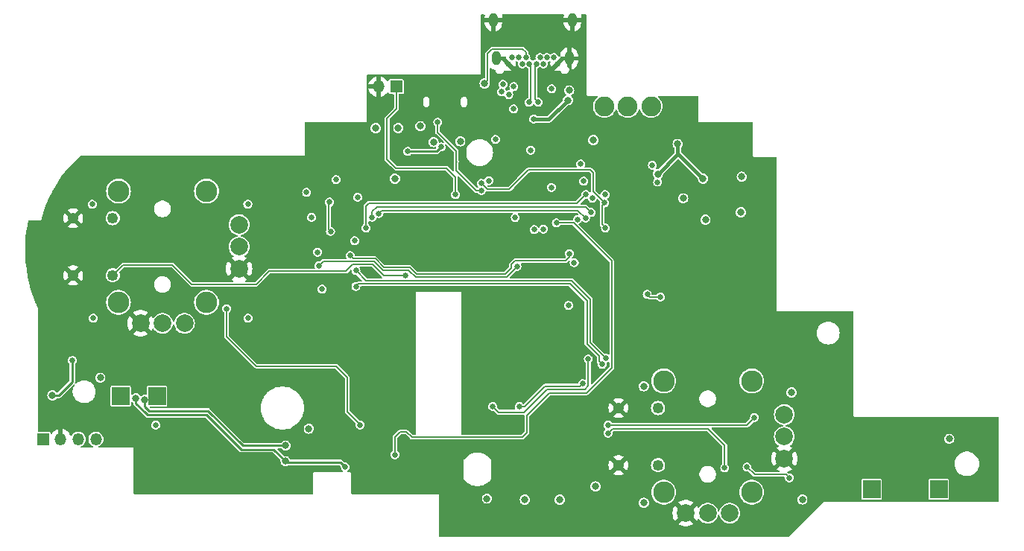
<source format=gbr>
G04 #@! TF.GenerationSoftware,KiCad,Pcbnew,8.0.2*
G04 #@! TF.CreationDate,2025-02-05T20:19:13-08:00*
G04 #@! TF.ProjectId,progcc_3.3_main,70726f67-6363-45f3-932e-335f6d61696e,1*
G04 #@! TF.SameCoordinates,Original*
G04 #@! TF.FileFunction,Copper,L4,Bot*
G04 #@! TF.FilePolarity,Positive*
%FSLAX46Y46*%
G04 Gerber Fmt 4.6, Leading zero omitted, Abs format (unit mm)*
G04 Created by KiCad (PCBNEW 8.0.2) date 2025-02-05 20:19:13*
%MOMM*%
%LPD*%
G01*
G04 APERTURE LIST*
G04 #@! TA.AperFunction,ComponentPad*
%ADD10R,2.000000X2.000000*%
G04 #@! TD*
G04 #@! TA.AperFunction,ComponentPad*
%ADD11R,1.350000X1.350000*%
G04 #@! TD*
G04 #@! TA.AperFunction,ComponentPad*
%ADD12O,1.350000X1.350000*%
G04 #@! TD*
G04 #@! TA.AperFunction,ComponentPad*
%ADD13C,2.450000*%
G04 #@! TD*
G04 #@! TA.AperFunction,ComponentPad*
%ADD14C,1.250000*%
G04 #@! TD*
G04 #@! TA.AperFunction,ComponentPad*
%ADD15C,2.000000*%
G04 #@! TD*
G04 #@! TA.AperFunction,ComponentPad*
%ADD16C,0.650000*%
G04 #@! TD*
G04 #@! TA.AperFunction,ComponentPad*
%ADD17O,1.000000X1.600000*%
G04 #@! TD*
G04 #@! TA.AperFunction,ViaPad*
%ADD18C,0.800000*%
G04 #@! TD*
G04 #@! TA.AperFunction,ViaPad*
%ADD19C,0.650000*%
G04 #@! TD*
G04 #@! TA.AperFunction,ViaPad*
%ADD20C,2.250000*%
G04 #@! TD*
G04 #@! TA.AperFunction,Conductor*
%ADD21C,0.150000*%
G04 #@! TD*
G04 #@! TA.AperFunction,Conductor*
%ADD22C,0.250000*%
G04 #@! TD*
G04 #@! TA.AperFunction,Conductor*
%ADD23C,0.400000*%
G04 #@! TD*
G04 #@! TA.AperFunction,Conductor*
%ADD24C,0.200000*%
G04 #@! TD*
G04 APERTURE END LIST*
D10*
X176936400Y-146021300D03*
X91623896Y-135440000D03*
D11*
X82810000Y-140310000D03*
D12*
X84810000Y-140310000D03*
X86810000Y-140310000D03*
X88810000Y-140310000D03*
D13*
X153320200Y-133697000D03*
X153320200Y-146347000D03*
X163320200Y-133697000D03*
X163320200Y-146347000D03*
D14*
X152670200Y-136772000D03*
X152670200Y-143272000D03*
X148170200Y-136772000D03*
X148170200Y-143272000D03*
D15*
X155820200Y-148722000D03*
X158320200Y-148722000D03*
X160820200Y-148722000D03*
X167020200Y-142522000D03*
X167020200Y-140022000D03*
X167020200Y-137522000D03*
D11*
X122920000Y-100228400D03*
D12*
X120920000Y-100228400D03*
D16*
X135660000Y-97625000D03*
X136060000Y-96925000D03*
X136860000Y-96925000D03*
X137260000Y-97625000D03*
X137660000Y-96925000D03*
X138060000Y-97625000D03*
X138860000Y-97625000D03*
X139260000Y-96925000D03*
X139660000Y-97625000D03*
X140060000Y-96925000D03*
X140860000Y-96925000D03*
X141260000Y-97625000D03*
D17*
X142950000Y-92635000D03*
X142590000Y-97025000D03*
X134330000Y-97025000D03*
X133970000Y-92635000D03*
D13*
X91377000Y-112107600D03*
X91377000Y-124757600D03*
X101377000Y-112107600D03*
X101377000Y-124757600D03*
D14*
X90727000Y-115182600D03*
X90727000Y-121682600D03*
X86227000Y-115182600D03*
X86227000Y-121682600D03*
D15*
X93877000Y-127132600D03*
X96377000Y-127132600D03*
X98877000Y-127132600D03*
X105077000Y-120932600D03*
X105077000Y-118432600D03*
X105077000Y-115932600D03*
D10*
X95740000Y-135410000D03*
X184556400Y-145995900D03*
D18*
X133240000Y-147070000D03*
X145570000Y-145690000D03*
D19*
X142494000Y-125095000D03*
D18*
X113004600Y-139115800D03*
X167843200Y-135001000D03*
D19*
X146650000Y-112500000D03*
X143150000Y-120260000D03*
X112750000Y-112250000D03*
D18*
X169062400Y-147167600D03*
D19*
X116100000Y-110800000D03*
X136448800Y-115112800D03*
D18*
X141510000Y-147190000D03*
D19*
X113300000Y-115100000D03*
X106095800Y-126542800D03*
X138208690Y-107452022D03*
X138620500Y-116483094D03*
D18*
X122783600Y-110693200D03*
X185750200Y-140284200D03*
D19*
X144229702Y-110985392D03*
D18*
X151053800Y-147548600D03*
D19*
X118550000Y-112800000D03*
X88519000Y-126568200D03*
X114000000Y-119050000D03*
X106070400Y-113588800D03*
X134213600Y-106222800D03*
X88392000Y-113614200D03*
X133450622Y-110930185D03*
D18*
X162080000Y-114510000D03*
D19*
X143506600Y-115342444D03*
D18*
X162175896Y-110478591D03*
D19*
X95590000Y-138710000D03*
D18*
X137540000Y-147190000D03*
D19*
X114500000Y-123250000D03*
X143891000Y-109042200D03*
D18*
X151053800Y-134289800D03*
D19*
X118200000Y-117750000D03*
X149555200Y-107696000D03*
X152603200Y-128727200D03*
X118643400Y-145415000D03*
X180746400Y-145948400D03*
X161544000Y-144830800D03*
X189738000Y-141401800D03*
X131000000Y-126900000D03*
X149402800Y-105435400D03*
X137563694Y-112868880D03*
X121920000Y-134950200D03*
D18*
X159607099Y-112015147D03*
D19*
X130900000Y-136750000D03*
X123774200Y-140462000D03*
D18*
X161199272Y-112009786D03*
D19*
X143300000Y-130950000D03*
X168833800Y-138836400D03*
X95710000Y-139780000D03*
D20*
X154533400Y-102463600D03*
D19*
X134277100Y-107339094D03*
X153129243Y-120820743D03*
X122174000Y-135940800D03*
X148750000Y-127650000D03*
X143750000Y-104350000D03*
X151300000Y-117100000D03*
X132900000Y-110250000D03*
X156042093Y-110125535D03*
X172847000Y-133375400D03*
X131700000Y-103450000D03*
X189484000Y-140309600D03*
X120192800Y-121437400D03*
X144110000Y-108170000D03*
X141400000Y-104250000D03*
D18*
X165227000Y-112242600D03*
D19*
X132150000Y-102650000D03*
X139574267Y-136833488D03*
X157430000Y-105660000D03*
X137070000Y-116550000D03*
X174320200Y-137033000D03*
X153400000Y-114950000D03*
X174345600Y-142341600D03*
X141599874Y-124390657D03*
X177596800Y-142341600D03*
X153060400Y-127152400D03*
X123774200Y-141427200D03*
X151850000Y-114950000D03*
X174142400Y-132461000D03*
X122885200Y-134950200D03*
X144750000Y-110300000D03*
X139550000Y-131650000D03*
X111785400Y-145237200D03*
X148550000Y-118650000D03*
X135400000Y-136550000D03*
X138214403Y-106526609D03*
X147929600Y-103606600D03*
X188798200Y-139192000D03*
X174040800Y-141427200D03*
X124231400Y-107599500D03*
X128016000Y-107091500D03*
X136252872Y-102771206D03*
D18*
X142570200Y-100660200D03*
D19*
X139661900Y-116432294D03*
X140552529Y-111680482D03*
X135710300Y-101147934D03*
X140589000Y-100482400D03*
X134915196Y-100826095D03*
X138004743Y-102005341D03*
D20*
X151883400Y-102463600D03*
D18*
X157782026Y-110690426D03*
X152657200Y-110163000D03*
X154910000Y-106750000D03*
X158055736Y-115366800D03*
X89310000Y-133330000D03*
D19*
X152618203Y-111081857D03*
X139081388Y-101992822D03*
D20*
X149233400Y-102463600D03*
D19*
X135065426Y-99962275D03*
X136286041Y-100231436D03*
D18*
X132969000Y-99872800D03*
D19*
X152950000Y-124150000D03*
X151450000Y-123850000D03*
X146327805Y-131800023D03*
X146989800Y-139623800D03*
X160248600Y-143586200D03*
X118350000Y-122950000D03*
X146989800Y-138709400D03*
X163626800Y-137845800D03*
X118350000Y-121150000D03*
X146750000Y-131100000D03*
X167589200Y-144703800D03*
X162788600Y-143484600D03*
X123992924Y-121688210D03*
X103657400Y-125476000D03*
X118821200Y-138684000D03*
X132585851Y-112052814D03*
X127641468Y-104273468D03*
X132592141Y-111222634D03*
X146600000Y-113450000D03*
X146700000Y-116300000D03*
X129650000Y-112500000D03*
D18*
X142440709Y-101770594D03*
D20*
X146583400Y-102463600D03*
D19*
X138541980Y-103918305D03*
D18*
X145326152Y-106303738D03*
D19*
X142600000Y-119220000D03*
X117700000Y-119450000D03*
X114138579Y-120587998D03*
X136650000Y-120650000D03*
X144482079Y-112487421D03*
X119500000Y-116300000D03*
X144100000Y-134000000D03*
X136900000Y-136600000D03*
X144750000Y-131200000D03*
X133900000Y-136600000D03*
X86130000Y-131360000D03*
D18*
X83870800Y-135331200D03*
D19*
X145199031Y-112916976D03*
D18*
X155528941Y-112932354D03*
D19*
X152027395Y-109166476D03*
X141122400Y-115722400D03*
X122783600Y-142087600D03*
D18*
X110363000Y-141046200D03*
X94380000Y-135840000D03*
D19*
X117144800Y-143484600D03*
D18*
X93360000Y-135680000D03*
X110363000Y-142824200D03*
D19*
X115468878Y-116699973D03*
X120200000Y-115100000D03*
X145060821Y-114533968D03*
X115350000Y-113350000D03*
X120950000Y-114650000D03*
X144438186Y-115170753D03*
D18*
X120599200Y-104952800D03*
X125679200Y-104724200D03*
X130199837Y-106444519D03*
X127177237Y-106529446D03*
X123164600Y-104927400D03*
D21*
X136650000Y-120709401D02*
X136650000Y-120650000D01*
X135479211Y-121880190D02*
X136650000Y-120709401D01*
X125130190Y-121880190D02*
X135479211Y-121880190D01*
X121400000Y-121100000D02*
X124350000Y-121100000D01*
X124350000Y-121100000D02*
X125130190Y-121880190D01*
X120400000Y-120100000D02*
X121400000Y-121100000D01*
X114138579Y-120587998D02*
X114626577Y-120100000D01*
X114626577Y-120100000D02*
X120400000Y-120100000D01*
D22*
X124231400Y-107599500D02*
X127508000Y-107599500D01*
X127508000Y-107599500D02*
X128016000Y-107091500D01*
D21*
X138201400Y-97766400D02*
X138060000Y-97625000D01*
X138004743Y-102005341D02*
X138201400Y-101808684D01*
X138060000Y-97625000D02*
X138060000Y-97525000D01*
X138201400Y-101808684D02*
X138201400Y-97766400D01*
D23*
X154910000Y-107818400D02*
X157782026Y-110690426D01*
X154910000Y-107910200D02*
X152657200Y-110163000D01*
X154910000Y-106750000D02*
X154910000Y-107910200D01*
X154910000Y-106750000D02*
X154910000Y-107818400D01*
D21*
X138709400Y-101620834D02*
X138709400Y-97775600D01*
X138709400Y-97775600D02*
X138860000Y-97625000D01*
X139081388Y-101992822D02*
X138709400Y-101620834D01*
X133832600Y-95935800D02*
X133324600Y-96443800D01*
X137660000Y-96308800D02*
X137287000Y-95935800D01*
X133324600Y-99517200D02*
X132969000Y-99872800D01*
X137660000Y-96925000D02*
X137660000Y-96308800D01*
X137287000Y-95935800D02*
X133832600Y-95935800D01*
X133324600Y-96443800D02*
X133324600Y-99517200D01*
X151450000Y-123850000D02*
X151750000Y-124150000D01*
X151750000Y-124150000D02*
X152950000Y-124150000D01*
D24*
X147472400Y-139141200D02*
X146989800Y-139623800D01*
X146327805Y-131800023D02*
X146000000Y-131472218D01*
X159435800Y-140208000D02*
X158369000Y-139141200D01*
X142705026Y-122650000D02*
X118650000Y-122650000D01*
X144600000Y-129463735D02*
X144600000Y-124544974D01*
X158369000Y-139141200D02*
X157835600Y-139141200D01*
X160248600Y-141020800D02*
X159435800Y-140208000D01*
X146000000Y-131472218D02*
X146000000Y-130863735D01*
X144600000Y-124544974D02*
X142705026Y-122650000D01*
X160248600Y-143586200D02*
X160248600Y-141020800D01*
X146000000Y-130863735D02*
X144600000Y-129463735D01*
X118650000Y-122650000D02*
X118350000Y-122950000D01*
X157835600Y-139141200D02*
X147472400Y-139141200D01*
X142850000Y-122300000D02*
X119500000Y-122300000D01*
X163626800Y-137845800D02*
X162763200Y-138709400D01*
X144950000Y-129300000D02*
X144950000Y-124400000D01*
X144950000Y-124400000D02*
X142850000Y-122300000D01*
X119500000Y-122300000D02*
X118350000Y-121150000D01*
X146750000Y-131100000D02*
X144950000Y-129300000D01*
X162763200Y-138709400D02*
X146989800Y-138709400D01*
D21*
X167589200Y-144703800D02*
X167233600Y-144348200D01*
X163652200Y-144348200D02*
X162788600Y-143484600D01*
X167233600Y-144348200D02*
X163652200Y-144348200D01*
X117204400Y-121200000D02*
X108517600Y-121200000D01*
X121488210Y-121688210D02*
X120250000Y-120450000D01*
X120250000Y-120450000D02*
X117954400Y-120450000D01*
X107035600Y-122682000D02*
X99695000Y-122682000D01*
X97510600Y-120497600D02*
X91912000Y-120497600D01*
X99695000Y-122682000D02*
X97510600Y-120497600D01*
X91912000Y-120497600D02*
X90727000Y-121682600D01*
X117954400Y-120450000D02*
X117204400Y-121200000D01*
X123992924Y-121688210D02*
X121488210Y-121688210D01*
X108517600Y-121200000D02*
X107035600Y-122682000D01*
X117348000Y-137160000D02*
X117348000Y-133273800D01*
X116103400Y-132029200D02*
X107061000Y-132029200D01*
X107061000Y-132029200D02*
X103657400Y-128625600D01*
X103657400Y-128625600D02*
X103657400Y-125476000D01*
X118821200Y-138684000D02*
X118821200Y-138633200D01*
X117348000Y-133273800D02*
X116103400Y-132029200D01*
X118821200Y-138633200D02*
X117348000Y-137160000D01*
X129768600Y-107569000D02*
X127641468Y-105441868D01*
X129750000Y-109748942D02*
X129750000Y-108806800D01*
X129794000Y-108762800D02*
X129768600Y-108737400D01*
X132585851Y-112052814D02*
X132053872Y-112052814D01*
X129768600Y-108737400D02*
X129768600Y-107569000D01*
X132053872Y-112052814D02*
X129750000Y-109748942D01*
X129750000Y-108806800D02*
X129794000Y-108762800D01*
X127641468Y-105441868D02*
X127641468Y-104273468D01*
X133281907Y-111912400D02*
X135737600Y-111912400D01*
X146600000Y-113450000D02*
X146300000Y-113750000D01*
X132592141Y-111222634D02*
X133281907Y-111912400D01*
X146600000Y-113400000D02*
X146600000Y-113450000D01*
X145300000Y-112100000D02*
X146600000Y-113400000D01*
X145300000Y-110000000D02*
X145300000Y-112100000D01*
X145000000Y-109700000D02*
X145300000Y-110000000D01*
X135737600Y-111912400D02*
X137950000Y-109700000D01*
X146300000Y-113750000D02*
X146300000Y-115900000D01*
X146300000Y-115900000D02*
X146700000Y-116300000D01*
X137950000Y-109700000D02*
X145000000Y-109700000D01*
X129650000Y-110500000D02*
X129650000Y-112500000D01*
X122920000Y-102780000D02*
X121900000Y-103800000D01*
X128650000Y-109500000D02*
X129650000Y-110500000D01*
X121900000Y-103800000D02*
X121900000Y-108500000D01*
X121900000Y-108500000D02*
X122900000Y-109500000D01*
X122920000Y-100228400D02*
X122920000Y-102780000D01*
X122900000Y-109500000D02*
X128650000Y-109500000D01*
D23*
X138541980Y-103918305D02*
X138573675Y-103950000D01*
D24*
X146930000Y-102556200D02*
X146837400Y-102463600D01*
D23*
X138573675Y-103950000D02*
X140261303Y-103950000D01*
X140261303Y-103950000D02*
X142440709Y-101770594D01*
D24*
X146837400Y-102463600D02*
X146583400Y-102463600D01*
D21*
X135281840Y-121568160D02*
X135965055Y-120884945D01*
X118050000Y-119800000D02*
X120550000Y-119800000D01*
X124500000Y-120800000D02*
X125268160Y-121568160D01*
X117700000Y-119450000D02*
X118050000Y-119800000D01*
X142600000Y-119220000D02*
X142531400Y-119151400D01*
X135965055Y-120469827D02*
X136384882Y-120050000D01*
X120550000Y-119800000D02*
X121550000Y-120800000D01*
X121550000Y-120800000D02*
X124500000Y-120800000D01*
X135965055Y-120884945D02*
X135965055Y-120469827D01*
X142600000Y-119600000D02*
X142600000Y-119220000D01*
X136384882Y-120050000D02*
X142150000Y-120050000D01*
X142150000Y-120050000D02*
X142600000Y-119600000D01*
X125268160Y-121568160D02*
X135281840Y-121568160D01*
D24*
X119500000Y-113850000D02*
X119850000Y-113500000D01*
X143469500Y-113500000D02*
X144482079Y-112487421D01*
X119500000Y-116300000D02*
X119500000Y-113850000D01*
X119850000Y-113500000D02*
X143469500Y-113500000D01*
X139850000Y-134300000D02*
X143800000Y-134300000D01*
X137550000Y-136600000D02*
X139850000Y-134300000D01*
X143800000Y-134300000D02*
X144100000Y-134000000D01*
X136900000Y-136600000D02*
X137550000Y-136600000D01*
X137450000Y-137250000D02*
X134550000Y-137250000D01*
X144750000Y-131200000D02*
X144750000Y-134250000D01*
X144350000Y-134650000D02*
X140050000Y-134650000D01*
X134550000Y-137250000D02*
X133900000Y-136600000D01*
X144750000Y-134250000D02*
X144350000Y-134650000D01*
X140050000Y-134650000D02*
X137450000Y-137250000D01*
D22*
X86130000Y-133783200D02*
X84582000Y-135331200D01*
X86130000Y-131360000D02*
X86130000Y-133783200D01*
X84582000Y-135331200D02*
X83870800Y-135331200D01*
D21*
X137750000Y-137650000D02*
X137750000Y-139600000D01*
X147400000Y-120050000D02*
X147400000Y-132200000D01*
X137250000Y-140100000D02*
X124700000Y-140100000D01*
X141122400Y-115722400D02*
X143072400Y-115722400D01*
X144550000Y-135050000D02*
X140350000Y-135050000D01*
X123350000Y-139500000D02*
X122783600Y-140066400D01*
X140350000Y-135050000D02*
X137750000Y-137650000D01*
X124700000Y-140100000D02*
X124100000Y-139500000D01*
X143072400Y-115722400D02*
X147400000Y-120050000D01*
X147400000Y-132200000D02*
X144550000Y-135050000D01*
X124100000Y-139500000D02*
X123350000Y-139500000D01*
X122783600Y-140066400D02*
X122783600Y-142087600D01*
X137750000Y-139600000D02*
X137250000Y-140100000D01*
D22*
X101549200Y-137083800D02*
X94869000Y-137083800D01*
X105511600Y-141046200D02*
X101549200Y-137083800D01*
X94380000Y-136594800D02*
X94380000Y-135840000D01*
X94869000Y-137083800D02*
X94380000Y-136594800D01*
X110363000Y-141046200D02*
X105511600Y-141046200D01*
X101371400Y-137541000D02*
X101955600Y-138125200D01*
X93360000Y-135680000D02*
X93360000Y-136235200D01*
X117144800Y-143484600D02*
X116611400Y-142951200D01*
X94665800Y-137541000D02*
X95529400Y-137541000D01*
X101955600Y-138125200D02*
X105308400Y-141478000D01*
X109016800Y-141478000D02*
X110363000Y-142824200D01*
X95529400Y-137541000D02*
X101371400Y-137541000D01*
X105308400Y-141478000D02*
X106019600Y-141478000D01*
X94411800Y-137287000D02*
X94665800Y-137541000D01*
X110490000Y-142951200D02*
X110363000Y-142824200D01*
X106019600Y-141478000D02*
X109016800Y-141478000D01*
X93360000Y-136235200D02*
X94411800Y-137287000D01*
X116611400Y-142951200D02*
X110490000Y-142951200D01*
D24*
X115250000Y-116481095D02*
X115468878Y-116699973D01*
X115350000Y-113350000D02*
X115250000Y-113450000D01*
D21*
X144426853Y-113900000D02*
X120750000Y-113900000D01*
X145060821Y-114533968D02*
X144426853Y-113900000D01*
X120200000Y-114450000D02*
X120200000Y-115100000D01*
D24*
X115250000Y-113450000D02*
X115250000Y-116481095D01*
D21*
X120750000Y-113900000D02*
X120200000Y-114450000D01*
X120950000Y-114650000D02*
X121300000Y-114300000D01*
X121300000Y-114300000D02*
X143567433Y-114300000D01*
X143567433Y-114300000D02*
X144438186Y-115170753D01*
G04 #@! TA.AperFunction,Conductor*
G36*
X120164511Y-120726322D02*
G01*
X120170236Y-120731567D01*
X121271606Y-121832937D01*
X121271607Y-121832939D01*
X121306236Y-121867568D01*
X121331964Y-121922743D01*
X121316208Y-121981548D01*
X121266338Y-122016467D01*
X121243303Y-122019500D01*
X119653053Y-122019500D01*
X119595845Y-121998678D01*
X119590120Y-121993433D01*
X118877867Y-121281180D01*
X118852139Y-121226004D01*
X118852705Y-121205585D01*
X118860698Y-121150000D01*
X118840011Y-121006120D01*
X118811715Y-120944161D01*
X118779627Y-120873897D01*
X118779624Y-120873894D01*
X118777985Y-120872003D01*
X118761331Y-120852782D01*
X118739604Y-120795912D01*
X118759516Y-120738380D01*
X118811750Y-120707108D01*
X118828593Y-120705500D01*
X120107303Y-120705500D01*
X120164511Y-120726322D01*
G37*
G04 #@! TD.AperFunction*
G04 #@! TA.AperFunction,Conductor*
G36*
X132962850Y-92035680D02*
G01*
X132993290Y-92088403D01*
X132992932Y-92121221D01*
X132970000Y-92236504D01*
X132970000Y-92384999D01*
X132970001Y-92385000D01*
X133720000Y-92385000D01*
X133720000Y-92885001D01*
X133719999Y-92885000D01*
X132970001Y-92885000D01*
X132970000Y-92885001D01*
X132970000Y-93033495D01*
X133008429Y-93226688D01*
X133008430Y-93226694D01*
X133083809Y-93408674D01*
X133083811Y-93408677D01*
X133193247Y-93572460D01*
X133332539Y-93711752D01*
X133496322Y-93821188D01*
X133496325Y-93821190D01*
X133678305Y-93896569D01*
X133678312Y-93896571D01*
X133720000Y-93904863D01*
X133720000Y-92984728D01*
X133758060Y-93076614D01*
X133828386Y-93146940D01*
X133920272Y-93185000D01*
X134019728Y-93185000D01*
X134111614Y-93146940D01*
X134181940Y-93076614D01*
X134220000Y-92984728D01*
X134220000Y-93904862D01*
X134261687Y-93896571D01*
X134261694Y-93896569D01*
X134443674Y-93821190D01*
X134443677Y-93821188D01*
X134607460Y-93711752D01*
X134746752Y-93572460D01*
X134856188Y-93408677D01*
X134856190Y-93408674D01*
X134931569Y-93226694D01*
X134931570Y-93226688D01*
X134969999Y-93033495D01*
X134970000Y-93033487D01*
X134970000Y-92885001D01*
X134969999Y-92885000D01*
X134220001Y-92885000D01*
X134220000Y-92885001D01*
X134220000Y-92385000D01*
X134969999Y-92385000D01*
X134970000Y-92384999D01*
X134970000Y-92236512D01*
X134969999Y-92236504D01*
X134947068Y-92121221D01*
X134956329Y-92061050D01*
X135002101Y-92020909D01*
X135034358Y-92014858D01*
X141885642Y-92014858D01*
X141942850Y-92035680D01*
X141973290Y-92088403D01*
X141972932Y-92121221D01*
X141950000Y-92236504D01*
X141950000Y-92384999D01*
X141950001Y-92385000D01*
X142700000Y-92385000D01*
X142700000Y-92885001D01*
X142699999Y-92885000D01*
X141950001Y-92885000D01*
X141950000Y-92885001D01*
X141950000Y-93033495D01*
X141988429Y-93226688D01*
X141988430Y-93226694D01*
X142063809Y-93408674D01*
X142063811Y-93408677D01*
X142173247Y-93572460D01*
X142312539Y-93711752D01*
X142476322Y-93821188D01*
X142476325Y-93821190D01*
X142658305Y-93896569D01*
X142658312Y-93896571D01*
X142700000Y-93904863D01*
X142700000Y-92984728D01*
X142738060Y-93076614D01*
X142808386Y-93146940D01*
X142900272Y-93185000D01*
X142999728Y-93185000D01*
X143091614Y-93146940D01*
X143161940Y-93076614D01*
X143200000Y-92984728D01*
X143200000Y-93904862D01*
X143241687Y-93896571D01*
X143241694Y-93896569D01*
X143423674Y-93821190D01*
X143423677Y-93821188D01*
X143587460Y-93711752D01*
X143726752Y-93572460D01*
X143836188Y-93408677D01*
X143836190Y-93408674D01*
X143911569Y-93226694D01*
X143911570Y-93226688D01*
X143949999Y-93033495D01*
X143950000Y-93033487D01*
X143950000Y-92885001D01*
X143949999Y-92885000D01*
X143200001Y-92885000D01*
X143200000Y-92885001D01*
X143200000Y-92385000D01*
X143949999Y-92385000D01*
X143950000Y-92384999D01*
X143950000Y-92236512D01*
X143949999Y-92236504D01*
X143927068Y-92121221D01*
X143936329Y-92061050D01*
X143982101Y-92020909D01*
X144014358Y-92014858D01*
X144466725Y-92014858D01*
X144523933Y-92035680D01*
X144554373Y-92088403D01*
X144555725Y-92103858D01*
X144555725Y-101084422D01*
X144555725Y-101144294D01*
X144578638Y-101199609D01*
X144620974Y-101241945D01*
X144676289Y-101264858D01*
X145737039Y-101264858D01*
X145794247Y-101285680D01*
X145824687Y-101338403D01*
X145814115Y-101398358D01*
X145788087Y-101426762D01*
X145741040Y-101459704D01*
X145579507Y-101621237D01*
X145448483Y-101808360D01*
X145448481Y-101808362D01*
X145351946Y-102015382D01*
X145351943Y-102015391D01*
X145292821Y-102236035D01*
X145292820Y-102236040D01*
X145272913Y-102463596D01*
X145272913Y-102463603D01*
X145292820Y-102691159D01*
X145292821Y-102691164D01*
X145351943Y-102911808D01*
X145351946Y-102911817D01*
X145448481Y-103118838D01*
X145448483Y-103118840D01*
X145448485Y-103118844D01*
X145579509Y-103305965D01*
X145741035Y-103467491D01*
X145928156Y-103598515D01*
X145928159Y-103598516D01*
X145928161Y-103598518D01*
X146135182Y-103695053D01*
X146135184Y-103695053D01*
X146135187Y-103695055D01*
X146135191Y-103695056D01*
X146355835Y-103754178D01*
X146355840Y-103754179D01*
X146583396Y-103774087D01*
X146583400Y-103774087D01*
X146583404Y-103774087D01*
X146810959Y-103754179D01*
X146810964Y-103754178D01*
X146829639Y-103749174D01*
X147031613Y-103695055D01*
X147238644Y-103598515D01*
X147425765Y-103467491D01*
X147587291Y-103305965D01*
X147718315Y-103118844D01*
X147814855Y-102911813D01*
X147822432Y-102883533D01*
X147857351Y-102833664D01*
X147916156Y-102817907D01*
X147971332Y-102843635D01*
X147994368Y-102883534D01*
X148001946Y-102911816D01*
X148001946Y-102911817D01*
X148098481Y-103118838D01*
X148098483Y-103118840D01*
X148098485Y-103118844D01*
X148229509Y-103305965D01*
X148391035Y-103467491D01*
X148578156Y-103598515D01*
X148578159Y-103598516D01*
X148578161Y-103598518D01*
X148785182Y-103695053D01*
X148785184Y-103695053D01*
X148785187Y-103695055D01*
X148785191Y-103695056D01*
X149005835Y-103754178D01*
X149005840Y-103754179D01*
X149233396Y-103774087D01*
X149233400Y-103774087D01*
X149233404Y-103774087D01*
X149460959Y-103754179D01*
X149460964Y-103754178D01*
X149479639Y-103749174D01*
X149681613Y-103695055D01*
X149888644Y-103598515D01*
X150075765Y-103467491D01*
X150237291Y-103305965D01*
X150368315Y-103118844D01*
X150464855Y-102911813D01*
X150472432Y-102883533D01*
X150507351Y-102833664D01*
X150566156Y-102817907D01*
X150621332Y-102843635D01*
X150644368Y-102883534D01*
X150651946Y-102911816D01*
X150651946Y-102911817D01*
X150748481Y-103118838D01*
X150748483Y-103118840D01*
X150748485Y-103118844D01*
X150879509Y-103305965D01*
X151041035Y-103467491D01*
X151228156Y-103598515D01*
X151228159Y-103598516D01*
X151228161Y-103598518D01*
X151435182Y-103695053D01*
X151435184Y-103695053D01*
X151435187Y-103695055D01*
X151435191Y-103695056D01*
X151655835Y-103754178D01*
X151655840Y-103754179D01*
X151883396Y-103774087D01*
X151883400Y-103774087D01*
X151883404Y-103774087D01*
X152110959Y-103754179D01*
X152110964Y-103754178D01*
X152129639Y-103749174D01*
X152331613Y-103695055D01*
X152538644Y-103598515D01*
X152725765Y-103467491D01*
X152887291Y-103305965D01*
X153018315Y-103118844D01*
X153114855Y-102911813D01*
X153173978Y-102691164D01*
X153173979Y-102691159D01*
X153193887Y-102463603D01*
X153193887Y-102463596D01*
X153173979Y-102236040D01*
X153173978Y-102236035D01*
X153114856Y-102015391D01*
X153114853Y-102015382D01*
X153018318Y-101808362D01*
X153018316Y-101808360D01*
X153018315Y-101808357D01*
X152887291Y-101621235D01*
X152725765Y-101459709D01*
X152725761Y-101459706D01*
X152725759Y-101459704D01*
X152678713Y-101426762D01*
X152643794Y-101376893D01*
X152649100Y-101316245D01*
X152692148Y-101273197D01*
X152729761Y-101264858D01*
X157166725Y-101264858D01*
X157223933Y-101285680D01*
X157254373Y-101338403D01*
X157255725Y-101353858D01*
X157255725Y-104084422D01*
X157255725Y-104144294D01*
X157278638Y-104199609D01*
X157320974Y-104241945D01*
X157376289Y-104264858D01*
X163366725Y-104264858D01*
X163423933Y-104285680D01*
X163454373Y-104338403D01*
X163455725Y-104353858D01*
X163455725Y-108144294D01*
X163478638Y-108199609D01*
X163520974Y-108241945D01*
X163576289Y-108264858D01*
X163636161Y-108264858D01*
X166066725Y-108264858D01*
X166123933Y-108285680D01*
X166154373Y-108338403D01*
X166155725Y-108353858D01*
X166155725Y-125644294D01*
X166178638Y-125699609D01*
X166220974Y-125741945D01*
X166276289Y-125764858D01*
X166336161Y-125764858D01*
X174766725Y-125764858D01*
X174823933Y-125785680D01*
X174854373Y-125838403D01*
X174855725Y-125853858D01*
X174855725Y-137584421D01*
X174855725Y-137644293D01*
X174878638Y-137699608D01*
X174920974Y-137741944D01*
X174976289Y-137764857D01*
X191316725Y-137764857D01*
X191373933Y-137785679D01*
X191404373Y-137838402D01*
X191405725Y-137853857D01*
X191405725Y-147374857D01*
X191384903Y-147432065D01*
X191332180Y-147462505D01*
X191316725Y-147463857D01*
X171594423Y-147463857D01*
X171589701Y-147463422D01*
X171555900Y-147463850D01*
X171554773Y-147463857D01*
X171526227Y-147463857D01*
X171525958Y-147463914D01*
X171524815Y-147464149D01*
X171524449Y-147464221D01*
X171498314Y-147475435D01*
X171497289Y-147475867D01*
X171470909Y-147486796D01*
X171470589Y-147487017D01*
X171469630Y-147487667D01*
X171469405Y-147487817D01*
X171449473Y-147508259D01*
X171448686Y-147509056D01*
X171424795Y-147532948D01*
X171421810Y-147536631D01*
X167618964Y-151436988D01*
X167564118Y-151463413D01*
X167555240Y-151463857D01*
X127895726Y-151463857D01*
X127838518Y-151443035D01*
X127808078Y-151390312D01*
X127806726Y-151374857D01*
X127806726Y-148722000D01*
X154315059Y-148722000D01*
X154335586Y-148969734D01*
X154335586Y-148969735D01*
X154396612Y-149210720D01*
X154496467Y-149438366D01*
X154596764Y-149591881D01*
X155337237Y-148851408D01*
X155354275Y-148914993D01*
X155420101Y-149029007D01*
X155513193Y-149122099D01*
X155627207Y-149187925D01*
X155690789Y-149204962D01*
X154950142Y-149945609D01*
X154996965Y-149982053D01*
X155215589Y-150100366D01*
X155215596Y-150100369D01*
X155450706Y-150181082D01*
X155450713Y-150181084D01*
X155695904Y-150221999D01*
X155695907Y-150222000D01*
X155944493Y-150222000D01*
X155944495Y-150221999D01*
X156189686Y-150181084D01*
X156189693Y-150181082D01*
X156424803Y-150100369D01*
X156424810Y-150100366D01*
X156643427Y-149982057D01*
X156643429Y-149982056D01*
X156690255Y-149945609D01*
X155949608Y-149204962D01*
X156013193Y-149187925D01*
X156127207Y-149122099D01*
X156220299Y-149029007D01*
X156286125Y-148914993D01*
X156303162Y-148851408D01*
X157043634Y-149591880D01*
X157143933Y-149438365D01*
X157170357Y-149378123D01*
X157212405Y-149334097D01*
X157272915Y-149327399D01*
X157322885Y-149360239D01*
X157444063Y-149520705D01*
X157605744Y-149668097D01*
X157791744Y-149783263D01*
X157791753Y-149783268D01*
X157976732Y-149854928D01*
X157995757Y-149862299D01*
X158210811Y-149902500D01*
X158210813Y-149902500D01*
X158429587Y-149902500D01*
X158429589Y-149902500D01*
X158644643Y-149862299D01*
X158780646Y-149809611D01*
X158848646Y-149783268D01*
X158848655Y-149783263D01*
X159034655Y-149668097D01*
X159034655Y-149668096D01*
X159034658Y-149668095D01*
X159196337Y-149520705D01*
X159328181Y-149346115D01*
X159425699Y-149150273D01*
X159446959Y-149075553D01*
X159484598Y-148943268D01*
X159520281Y-148893942D01*
X159579322Y-148879093D01*
X159634094Y-148905668D01*
X159655802Y-148943268D01*
X159714700Y-149150272D01*
X159714702Y-149150276D01*
X159812217Y-149346111D01*
X159812220Y-149346116D01*
X159944063Y-149520705D01*
X160105744Y-149668097D01*
X160291744Y-149783263D01*
X160291753Y-149783268D01*
X160476732Y-149854928D01*
X160495757Y-149862299D01*
X160710811Y-149902500D01*
X160710813Y-149902500D01*
X160929587Y-149902500D01*
X160929589Y-149902500D01*
X161144643Y-149862299D01*
X161280646Y-149809611D01*
X161348646Y-149783268D01*
X161348655Y-149783263D01*
X161534655Y-149668097D01*
X161534655Y-149668096D01*
X161534658Y-149668095D01*
X161696337Y-149520705D01*
X161828181Y-149346115D01*
X161925699Y-149150273D01*
X161985571Y-148939846D01*
X161991201Y-148879093D01*
X162005757Y-148722003D01*
X162005757Y-148721996D01*
X161985572Y-148504159D01*
X161985569Y-148504146D01*
X161925699Y-148293727D01*
X161925697Y-148293723D01*
X161846218Y-148134108D01*
X161828181Y-148097885D01*
X161696337Y-147923295D01*
X161618259Y-147852117D01*
X161534655Y-147775902D01*
X161348655Y-147660736D01*
X161348646Y-147660731D01*
X161144647Y-147581702D01*
X161144644Y-147581701D01*
X161144643Y-147581701D01*
X160929589Y-147541500D01*
X160710811Y-147541500D01*
X160710810Y-147541500D01*
X160551445Y-147571290D01*
X160496207Y-147581617D01*
X160495752Y-147581702D01*
X160291753Y-147660731D01*
X160291744Y-147660736D01*
X160105744Y-147775902D01*
X159944063Y-147923294D01*
X159812220Y-148097883D01*
X159812217Y-148097888D01*
X159714702Y-148293723D01*
X159714700Y-148293727D01*
X159655802Y-148500731D01*
X159620119Y-148550057D01*
X159561078Y-148564906D01*
X159506306Y-148538331D01*
X159484598Y-148500731D01*
X159425699Y-148293727D01*
X159425697Y-148293723D01*
X159346218Y-148134108D01*
X159328181Y-148097885D01*
X159196337Y-147923295D01*
X159118259Y-147852117D01*
X159034655Y-147775902D01*
X158848655Y-147660736D01*
X158848646Y-147660731D01*
X158644647Y-147581702D01*
X158644644Y-147581701D01*
X158644643Y-147581701D01*
X158429589Y-147541500D01*
X158210811Y-147541500D01*
X158210810Y-147541500D01*
X158051445Y-147571290D01*
X157996207Y-147581617D01*
X157995752Y-147581702D01*
X157791753Y-147660731D01*
X157791744Y-147660736D01*
X157605744Y-147775902D01*
X157444062Y-147923294D01*
X157322884Y-148083761D01*
X157271792Y-148116865D01*
X157211374Y-148109384D01*
X157170357Y-148065876D01*
X157143933Y-148005635D01*
X157043634Y-147852117D01*
X156303162Y-148592589D01*
X156286125Y-148529007D01*
X156220299Y-148414993D01*
X156127207Y-148321901D01*
X156013193Y-148256075D01*
X155949608Y-148239037D01*
X156690256Y-147498389D01*
X156643439Y-147461950D01*
X156643429Y-147461943D01*
X156424810Y-147343633D01*
X156424803Y-147343630D01*
X156189693Y-147262917D01*
X156189686Y-147262915D01*
X155944495Y-147222000D01*
X155695904Y-147222000D01*
X155450713Y-147262915D01*
X155450706Y-147262917D01*
X155215596Y-147343630D01*
X155215589Y-147343633D01*
X154996970Y-147461943D01*
X154996961Y-147461949D01*
X154950142Y-147498388D01*
X155690791Y-148239037D01*
X155627207Y-148256075D01*
X155513193Y-148321901D01*
X155420101Y-148414993D01*
X155354275Y-148529007D01*
X155337237Y-148592591D01*
X154596763Y-147852117D01*
X154496469Y-148005629D01*
X154496468Y-148005630D01*
X154396612Y-148233279D01*
X154335586Y-148474264D01*
X154335586Y-148474265D01*
X154315059Y-148722000D01*
X127806726Y-148722000D01*
X127806726Y-147070000D01*
X132654491Y-147070000D01*
X132674442Y-147221541D01*
X132674442Y-147221543D01*
X132674443Y-147221544D01*
X132732931Y-147362749D01*
X132732932Y-147362751D01*
X132732934Y-147362755D01*
X132749700Y-147384604D01*
X132825014Y-147482755D01*
X132825983Y-147484017D01*
X132825987Y-147484020D01*
X132825988Y-147484021D01*
X132830480Y-147487468D01*
X132947245Y-147577066D01*
X133088459Y-147635558D01*
X133240000Y-147655509D01*
X133391541Y-147635558D01*
X133532755Y-147577066D01*
X133654017Y-147484017D01*
X133747066Y-147362755D01*
X133805558Y-147221541D01*
X133809711Y-147190000D01*
X136954491Y-147190000D01*
X136974442Y-147341541D01*
X136974442Y-147341543D01*
X136974443Y-147341544D01*
X137032931Y-147482749D01*
X137032932Y-147482751D01*
X137032934Y-147482755D01*
X137053116Y-147509056D01*
X137108797Y-147581621D01*
X137125983Y-147604017D01*
X137247245Y-147697066D01*
X137388459Y-147755558D01*
X137540000Y-147775509D01*
X137691541Y-147755558D01*
X137832755Y-147697066D01*
X137954017Y-147604017D01*
X138047066Y-147482755D01*
X138105558Y-147341541D01*
X138125509Y-147190000D01*
X140924491Y-147190000D01*
X140944442Y-147341541D01*
X140944442Y-147341543D01*
X140944443Y-147341544D01*
X141002931Y-147482749D01*
X141002932Y-147482751D01*
X141002934Y-147482755D01*
X141023116Y-147509056D01*
X141078797Y-147581621D01*
X141095983Y-147604017D01*
X141217245Y-147697066D01*
X141358459Y-147755558D01*
X141510000Y-147775509D01*
X141661541Y-147755558D01*
X141802755Y-147697066D01*
X141924017Y-147604017D01*
X141966541Y-147548600D01*
X150468291Y-147548600D01*
X150488242Y-147700141D01*
X150488242Y-147700143D01*
X150488243Y-147700144D01*
X150546731Y-147841349D01*
X150546732Y-147841351D01*
X150546734Y-147841355D01*
X150639783Y-147962617D01*
X150761045Y-148055666D01*
X150902259Y-148114158D01*
X151053800Y-148134109D01*
X151205341Y-148114158D01*
X151346555Y-148055666D01*
X151467817Y-147962617D01*
X151560866Y-147841355D01*
X151619358Y-147700141D01*
X151639309Y-147548600D01*
X151619358Y-147397059D01*
X151560866Y-147255846D01*
X151467817Y-147134583D01*
X151467812Y-147134579D01*
X151467811Y-147134578D01*
X151378869Y-147066330D01*
X151346555Y-147041534D01*
X151346551Y-147041532D01*
X151346549Y-147041531D01*
X151205344Y-146983043D01*
X151205343Y-146983042D01*
X151205341Y-146983042D01*
X151053800Y-146963091D01*
X150902259Y-146983042D01*
X150902257Y-146983042D01*
X150902255Y-146983043D01*
X150761051Y-147041531D01*
X150761043Y-147041536D01*
X150639788Y-147134578D01*
X150639778Y-147134588D01*
X150546736Y-147255843D01*
X150546731Y-147255851D01*
X150488243Y-147397055D01*
X150488242Y-147397057D01*
X150488242Y-147397059D01*
X150468291Y-147548600D01*
X141966541Y-147548600D01*
X142017066Y-147482755D01*
X142075558Y-147341541D01*
X142095509Y-147190000D01*
X142075558Y-147038459D01*
X142017066Y-146897246D01*
X141924017Y-146775983D01*
X141924012Y-146775979D01*
X141924011Y-146775978D01*
X141868265Y-146733203D01*
X141802755Y-146682934D01*
X141802751Y-146682932D01*
X141802749Y-146682931D01*
X141661544Y-146624443D01*
X141661543Y-146624442D01*
X141661541Y-146624442D01*
X141510000Y-146604491D01*
X141358459Y-146624442D01*
X141358457Y-146624442D01*
X141358455Y-146624443D01*
X141217251Y-146682931D01*
X141217243Y-146682936D01*
X141095988Y-146775978D01*
X141095978Y-146775988D01*
X141002936Y-146897243D01*
X141002931Y-146897251D01*
X140944443Y-147038455D01*
X140944442Y-147038457D01*
X140944442Y-147038459D01*
X140924491Y-147190000D01*
X138125509Y-147190000D01*
X138105558Y-147038459D01*
X138047066Y-146897246D01*
X137954017Y-146775983D01*
X137954012Y-146775979D01*
X137954011Y-146775978D01*
X137898265Y-146733203D01*
X137832755Y-146682934D01*
X137832751Y-146682932D01*
X137832749Y-146682931D01*
X137691544Y-146624443D01*
X137691543Y-146624442D01*
X137691541Y-146624442D01*
X137540000Y-146604491D01*
X137388459Y-146624442D01*
X137388457Y-146624442D01*
X137388455Y-146624443D01*
X137247251Y-146682931D01*
X137247243Y-146682936D01*
X137125988Y-146775978D01*
X137125978Y-146775988D01*
X137032936Y-146897243D01*
X137032931Y-146897251D01*
X136974443Y-147038455D01*
X136974442Y-147038457D01*
X136974442Y-147038459D01*
X136954491Y-147190000D01*
X133809711Y-147190000D01*
X133825509Y-147070000D01*
X133805558Y-146918459D01*
X133747066Y-146777246D01*
X133654017Y-146655983D01*
X133654012Y-146655979D01*
X133654011Y-146655978D01*
X133563818Y-146586770D01*
X133532755Y-146562934D01*
X133532751Y-146562932D01*
X133532749Y-146562931D01*
X133391544Y-146504443D01*
X133391543Y-146504442D01*
X133391541Y-146504442D01*
X133240000Y-146484491D01*
X133088459Y-146504442D01*
X133088457Y-146504442D01*
X133088455Y-146504443D01*
X132947251Y-146562931D01*
X132947243Y-146562936D01*
X132825988Y-146655978D01*
X132825978Y-146655988D01*
X132732936Y-146777243D01*
X132732931Y-146777251D01*
X132674443Y-146918455D01*
X132674442Y-146918457D01*
X132674442Y-146918459D01*
X132654491Y-147070000D01*
X127806726Y-147070000D01*
X127806726Y-146684421D01*
X127794944Y-146655978D01*
X127783813Y-146629106D01*
X127741477Y-146586770D01*
X127686162Y-146563857D01*
X127686161Y-146563857D01*
X117895726Y-146563857D01*
X117838518Y-146543035D01*
X117808078Y-146490312D01*
X117806726Y-146474857D01*
X117806726Y-146347000D01*
X151909883Y-146347000D01*
X151929117Y-146579127D01*
X151929117Y-146579128D01*
X151986298Y-146804931D01*
X152078906Y-147016055D01*
X152079863Y-147018237D01*
X152207262Y-147213235D01*
X152207265Y-147213239D01*
X152207267Y-147213241D01*
X152207269Y-147213244D01*
X152344906Y-147362757D01*
X152365018Y-147384604D01*
X152524403Y-147508658D01*
X152548829Y-147527669D01*
X152548833Y-147527672D01*
X152565388Y-147536631D01*
X152753682Y-147638531D01*
X152973988Y-147714162D01*
X153203737Y-147752500D01*
X153203738Y-147752500D01*
X153436662Y-147752500D01*
X153436663Y-147752500D01*
X153666412Y-147714162D01*
X153886718Y-147638531D01*
X154091570Y-147527670D01*
X154275382Y-147384604D01*
X154433138Y-147213235D01*
X154560537Y-147018237D01*
X154654102Y-146804929D01*
X154711282Y-146579131D01*
X154730517Y-146347000D01*
X161909883Y-146347000D01*
X161929117Y-146579127D01*
X161929117Y-146579128D01*
X161986298Y-146804931D01*
X162078906Y-147016055D01*
X162079863Y-147018237D01*
X162207262Y-147213235D01*
X162207265Y-147213239D01*
X162207267Y-147213241D01*
X162207269Y-147213244D01*
X162344906Y-147362757D01*
X162365018Y-147384604D01*
X162524403Y-147508658D01*
X162548829Y-147527669D01*
X162548833Y-147527672D01*
X162565388Y-147536631D01*
X162753682Y-147638531D01*
X162973988Y-147714162D01*
X163203737Y-147752500D01*
X163203738Y-147752500D01*
X163436662Y-147752500D01*
X163436663Y-147752500D01*
X163666412Y-147714162D01*
X163886718Y-147638531D01*
X164091570Y-147527670D01*
X164275382Y-147384604D01*
X164433138Y-147213235D01*
X164462953Y-147167600D01*
X168476891Y-147167600D01*
X168496842Y-147319141D01*
X168496842Y-147319143D01*
X168496843Y-147319144D01*
X168555331Y-147460349D01*
X168555332Y-147460351D01*
X168555334Y-147460355D01*
X168575623Y-147486796D01*
X168644890Y-147577066D01*
X168648383Y-147581617D01*
X168769645Y-147674666D01*
X168910859Y-147733158D01*
X169062400Y-147753109D01*
X169213941Y-147733158D01*
X169355155Y-147674666D01*
X169476417Y-147581617D01*
X169569466Y-147460355D01*
X169627958Y-147319141D01*
X169647909Y-147167600D01*
X169627958Y-147016059D01*
X169569466Y-146874846D01*
X169476417Y-146753583D01*
X169476412Y-146753579D01*
X169476411Y-146753578D01*
X169420665Y-146710803D01*
X169355155Y-146660534D01*
X169355151Y-146660532D01*
X169355149Y-146660531D01*
X169213944Y-146602043D01*
X169213943Y-146602042D01*
X169213941Y-146602042D01*
X169062400Y-146582091D01*
X168910859Y-146602042D01*
X168910857Y-146602042D01*
X168910855Y-146602043D01*
X168769651Y-146660531D01*
X168769643Y-146660536D01*
X168648388Y-146753578D01*
X168648378Y-146753588D01*
X168555336Y-146874843D01*
X168555331Y-146874851D01*
X168496843Y-147016055D01*
X168496842Y-147016057D01*
X168496842Y-147016059D01*
X168476891Y-147167600D01*
X164462953Y-147167600D01*
X164560537Y-147018237D01*
X164654102Y-146804929D01*
X164711282Y-146579131D01*
X164730517Y-146347000D01*
X164711282Y-146114869D01*
X164654102Y-145889071D01*
X164560537Y-145675763D01*
X164433138Y-145480765D01*
X164433132Y-145480758D01*
X164433130Y-145480755D01*
X164275381Y-145309395D01*
X164091570Y-145166330D01*
X164091566Y-145166327D01*
X163886722Y-145055471D01*
X163886721Y-145055470D01*
X163886718Y-145055469D01*
X163666604Y-144979904D01*
X163666415Y-144979839D01*
X163666414Y-144979838D01*
X163666412Y-144979838D01*
X163666410Y-144979837D01*
X163666408Y-144979837D01*
X163436664Y-144941500D01*
X163436663Y-144941500D01*
X163203737Y-144941500D01*
X163203735Y-144941500D01*
X162973991Y-144979837D01*
X162973984Y-144979839D01*
X162848784Y-145022820D01*
X162753682Y-145055469D01*
X162753680Y-145055469D01*
X162753677Y-145055471D01*
X162548833Y-145166327D01*
X162548829Y-145166330D01*
X162365018Y-145309395D01*
X162207269Y-145480755D01*
X162207267Y-145480758D01*
X162207263Y-145480763D01*
X162207262Y-145480765D01*
X162161213Y-145551248D01*
X162079862Y-145675764D01*
X161986298Y-145889068D01*
X161929117Y-146114871D01*
X161929117Y-146114872D01*
X161909883Y-146347000D01*
X154730517Y-146347000D01*
X154711282Y-146114869D01*
X154654102Y-145889071D01*
X154560537Y-145675763D01*
X154433138Y-145480765D01*
X154433132Y-145480758D01*
X154433130Y-145480755D01*
X154275381Y-145309395D01*
X154091570Y-145166330D01*
X154091566Y-145166327D01*
X153886722Y-145055471D01*
X153886721Y-145055470D01*
X153886718Y-145055469D01*
X153666604Y-144979904D01*
X153666415Y-144979839D01*
X153666414Y-144979838D01*
X153666412Y-144979838D01*
X153666410Y-144979837D01*
X153666408Y-144979837D01*
X153436664Y-144941500D01*
X153436663Y-144941500D01*
X153203737Y-144941500D01*
X153203735Y-144941500D01*
X152973991Y-144979837D01*
X152973984Y-144979839D01*
X152848784Y-145022820D01*
X152753682Y-145055469D01*
X152753680Y-145055469D01*
X152753677Y-145055471D01*
X152548833Y-145166327D01*
X152548829Y-145166330D01*
X152365018Y-145309395D01*
X152207269Y-145480755D01*
X152207267Y-145480758D01*
X152207263Y-145480763D01*
X152207262Y-145480765D01*
X152161213Y-145551248D01*
X152079862Y-145675764D01*
X151986298Y-145889068D01*
X151929117Y-146114871D01*
X151929117Y-146114872D01*
X151909883Y-146347000D01*
X117806726Y-146347000D01*
X117806726Y-145690000D01*
X144984491Y-145690000D01*
X145004442Y-145841541D01*
X145004442Y-145841543D01*
X145004443Y-145841544D01*
X145062931Y-145982749D01*
X145062932Y-145982751D01*
X145062934Y-145982755D01*
X145155983Y-146104017D01*
X145277245Y-146197066D01*
X145418459Y-146255558D01*
X145570000Y-146275509D01*
X145721541Y-146255558D01*
X145862755Y-146197066D01*
X145984017Y-146104017D01*
X146077066Y-145982755D01*
X146135558Y-145841541D01*
X146155509Y-145690000D01*
X146135558Y-145538459D01*
X146077066Y-145397246D01*
X145984017Y-145275983D01*
X145984012Y-145275979D01*
X145984011Y-145275978D01*
X145897115Y-145209300D01*
X145862755Y-145182934D01*
X145862751Y-145182932D01*
X145862749Y-145182931D01*
X145721544Y-145124443D01*
X145721543Y-145124442D01*
X145721541Y-145124442D01*
X145570000Y-145104491D01*
X145418459Y-145124442D01*
X145418457Y-145124442D01*
X145418455Y-145124443D01*
X145277251Y-145182931D01*
X145277243Y-145182936D01*
X145155988Y-145275978D01*
X145155978Y-145275988D01*
X145062936Y-145397243D01*
X145062931Y-145397251D01*
X145004443Y-145538455D01*
X145004442Y-145538457D01*
X145004442Y-145538459D01*
X144984491Y-145690000D01*
X117806726Y-145690000D01*
X117806726Y-144184421D01*
X117789946Y-144143913D01*
X117783813Y-144129106D01*
X117741477Y-144086770D01*
X117686162Y-144063857D01*
X117481566Y-144063857D01*
X117424358Y-144043035D01*
X117393918Y-143990312D01*
X117404490Y-143930357D01*
X117433447Y-143899986D01*
X117479236Y-143870560D01*
X117574426Y-143760704D01*
X117634811Y-143628480D01*
X117655498Y-143484600D01*
X117650864Y-143452373D01*
X117634811Y-143340720D01*
X117574427Y-143208497D01*
X117574425Y-143208494D01*
X117479236Y-143098640D01*
X117468320Y-143091625D01*
X117356952Y-143020053D01*
X117217480Y-142979100D01*
X117108208Y-142979100D01*
X117051000Y-142958278D01*
X117045276Y-142953033D01*
X116798983Y-142706741D01*
X116798982Y-142706740D01*
X116798981Y-142706739D01*
X116795248Y-142704584D01*
X130601924Y-142704584D01*
X130602868Y-142708217D01*
X130605726Y-142730592D01*
X130605726Y-144769408D01*
X130602868Y-144791780D01*
X130601924Y-144795414D01*
X130601924Y-144795415D01*
X130601924Y-144795416D01*
X130604044Y-144806168D01*
X130605726Y-144823386D01*
X130605726Y-144829935D01*
X130608079Y-144835616D01*
X130613171Y-144852452D01*
X130615216Y-144862819D01*
X130617709Y-144866144D01*
X130617717Y-144866154D01*
X130628392Y-144884880D01*
X130628641Y-144885254D01*
X130637719Y-144894332D01*
X130646016Y-144903905D01*
X130711403Y-144991199D01*
X130711410Y-144991206D01*
X130885241Y-145168347D01*
X130888007Y-145171165D01*
X131086831Y-145326224D01*
X131304394Y-145453664D01*
X131536883Y-145551250D01*
X131780226Y-145617274D01*
X131780230Y-145617274D01*
X131780231Y-145617275D01*
X132030151Y-145650577D01*
X132030156Y-145650577D01*
X132282300Y-145650577D01*
X132532220Y-145617275D01*
X132532220Y-145617274D01*
X132532226Y-145617274D01*
X132775569Y-145551250D01*
X133008058Y-145453664D01*
X133225621Y-145326224D01*
X133424445Y-145171165D01*
X133601046Y-144991202D01*
X133666437Y-144903901D01*
X133674739Y-144894324D01*
X133677892Y-144891172D01*
X133683813Y-144885251D01*
X133684066Y-144884871D01*
X133694742Y-144866144D01*
X133695021Y-144865772D01*
X133697236Y-144862819D01*
X133699280Y-144852454D01*
X133704375Y-144835611D01*
X133706725Y-144829938D01*
X133706724Y-144829938D01*
X133706726Y-144829936D01*
X133706726Y-144823386D01*
X133708407Y-144806168D01*
X133710528Y-144795416D01*
X133709584Y-144791780D01*
X133706726Y-144769408D01*
X133706726Y-143271996D01*
X147040380Y-143271996D01*
X147040380Y-143272003D01*
X147059615Y-143479598D01*
X147059618Y-143479611D01*
X147116673Y-143680137D01*
X147116675Y-143680142D01*
X147209606Y-143866771D01*
X147209607Y-143866773D01*
X147214885Y-143873760D01*
X147728061Y-143360584D01*
X147750867Y-143445694D01*
X147810110Y-143548306D01*
X147893894Y-143632090D01*
X147996506Y-143691333D01*
X148081614Y-143714137D01*
X147571351Y-144224400D01*
X147666599Y-144283375D01*
X147861010Y-144358690D01*
X148065950Y-144396999D01*
X148065955Y-144397000D01*
X148274445Y-144397000D01*
X148274449Y-144396999D01*
X148479386Y-144358690D01*
X148673806Y-144283371D01*
X148762620Y-144228379D01*
X157369700Y-144228379D01*
X157369700Y-144415620D01*
X157399375Y-144564805D01*
X157406227Y-144599251D01*
X157408070Y-144603700D01*
X157476708Y-144769408D01*
X157477878Y-144772231D01*
X157581898Y-144927908D01*
X157714292Y-145060302D01*
X157869969Y-145164322D01*
X158042949Y-145235973D01*
X158226584Y-145272500D01*
X158226588Y-145272500D01*
X158413812Y-145272500D01*
X158413816Y-145272500D01*
X158597451Y-145235973D01*
X158770431Y-145164322D01*
X158926108Y-145060302D01*
X159058502Y-144927908D01*
X159162522Y-144772231D01*
X159234173Y-144599251D01*
X159270700Y-144415616D01*
X159270700Y-144228384D01*
X159234173Y-144044749D01*
X159162522Y-143871769D01*
X159058502Y-143716092D01*
X158926108Y-143583698D01*
X158770431Y-143479678D01*
X158770428Y-143479676D01*
X158770427Y-143479676D01*
X158616291Y-143415831D01*
X158597451Y-143408027D01*
X158597449Y-143408026D01*
X158597448Y-143408026D01*
X158413820Y-143371500D01*
X158413816Y-143371500D01*
X158226584Y-143371500D01*
X158226579Y-143371500D01*
X158042951Y-143408026D01*
X158042949Y-143408027D01*
X157869972Y-143479676D01*
X157869969Y-143479678D01*
X157714294Y-143583696D01*
X157581896Y-143716094D01*
X157477878Y-143871769D01*
X157477876Y-143871772D01*
X157406227Y-144044749D01*
X157406226Y-144044751D01*
X157369700Y-144228379D01*
X148762620Y-144228379D01*
X148769046Y-144224400D01*
X148258784Y-143714138D01*
X148343894Y-143691333D01*
X148446506Y-143632090D01*
X148530290Y-143548306D01*
X148589533Y-143445694D01*
X148612338Y-143360584D01*
X149125514Y-143873760D01*
X149130790Y-143866775D01*
X149130795Y-143866767D01*
X149223724Y-143680142D01*
X149223726Y-143680137D01*
X149280781Y-143479611D01*
X149280784Y-143479598D01*
X149300020Y-143272003D01*
X149300020Y-143271996D01*
X151859603Y-143271996D01*
X151859603Y-143272003D01*
X151879924Y-143452364D01*
X151879925Y-143452370D01*
X151879926Y-143452375D01*
X151928613Y-143591515D01*
X151939878Y-143623708D01*
X152025960Y-143760705D01*
X152036450Y-143777399D01*
X152164801Y-143905750D01*
X152164803Y-143905751D01*
X152164804Y-143905752D01*
X152318491Y-144002321D01*
X152318492Y-144002321D01*
X152318495Y-144002323D01*
X152489825Y-144062274D01*
X152528513Y-144066633D01*
X152670197Y-144082597D01*
X152670200Y-144082597D01*
X152670203Y-144082597D01*
X152775788Y-144070700D01*
X152850575Y-144062274D01*
X153021905Y-144002323D01*
X153175599Y-143905750D01*
X153303950Y-143777399D01*
X153400523Y-143623705D01*
X153460474Y-143452375D01*
X153474119Y-143331268D01*
X153480797Y-143272003D01*
X153480797Y-143271996D01*
X153460475Y-143091635D01*
X153460474Y-143091625D01*
X153400523Y-142920295D01*
X153400521Y-142920292D01*
X153400521Y-142920291D01*
X153303952Y-142766604D01*
X153303951Y-142766603D01*
X153303950Y-142766601D01*
X153175599Y-142638250D01*
X153175596Y-142638248D01*
X153175595Y-142638247D01*
X153021908Y-142541678D01*
X152992672Y-142531448D01*
X152850575Y-142481726D01*
X152850570Y-142481725D01*
X152850564Y-142481724D01*
X152670203Y-142461403D01*
X152670197Y-142461403D01*
X152489835Y-142481724D01*
X152489827Y-142481725D01*
X152489825Y-142481726D01*
X152412472Y-142508793D01*
X152318491Y-142541678D01*
X152164804Y-142638247D01*
X152036447Y-142766604D01*
X151939878Y-142920291D01*
X151879926Y-143091626D01*
X151879924Y-143091635D01*
X151859603Y-143271996D01*
X149300020Y-143271996D01*
X149280784Y-143064401D01*
X149280781Y-143064388D01*
X149223726Y-142863864D01*
X149130792Y-142677226D01*
X149125513Y-142670238D01*
X148612337Y-143183414D01*
X148589533Y-143098306D01*
X148530290Y-142995694D01*
X148446506Y-142911910D01*
X148343894Y-142852667D01*
X148258784Y-142829861D01*
X148769047Y-142319598D01*
X148673800Y-142260624D01*
X148479389Y-142185309D01*
X148274449Y-142147000D01*
X148065950Y-142147000D01*
X147861012Y-142185309D01*
X147666594Y-142260627D01*
X147666588Y-142260630D01*
X147571352Y-142319598D01*
X148081615Y-142829861D01*
X147996506Y-142852667D01*
X147893894Y-142911910D01*
X147810110Y-142995694D01*
X147750867Y-143098306D01*
X147728061Y-143183415D01*
X147214885Y-142670239D01*
X147209606Y-142677229D01*
X147116675Y-142863858D01*
X147116673Y-142863862D01*
X147059618Y-143064388D01*
X147059615Y-143064401D01*
X147040380Y-143271996D01*
X133706726Y-143271996D01*
X133706726Y-142730592D01*
X133709584Y-142708217D01*
X133710528Y-142704584D01*
X133708407Y-142693832D01*
X133706726Y-142676613D01*
X133706726Y-142670064D01*
X133704374Y-142664387D01*
X133699278Y-142647539D01*
X133698915Y-142645700D01*
X133697236Y-142637181D01*
X133694736Y-142633848D01*
X133684061Y-142615120D01*
X133683813Y-142614748D01*
X133674731Y-142605666D01*
X133666433Y-142596092D01*
X133601046Y-142508798D01*
X133601041Y-142508793D01*
X133424453Y-142328843D01*
X133424448Y-142328838D01*
X133424447Y-142328837D01*
X133424445Y-142328835D01*
X133225621Y-142173776D01*
X133225617Y-142173773D01*
X133225615Y-142173772D01*
X133008056Y-142046335D01*
X133008054Y-142046334D01*
X132775572Y-141948751D01*
X132775570Y-141948750D01*
X132775569Y-141948750D01*
X132532226Y-141882726D01*
X132532223Y-141882725D01*
X132532221Y-141882725D01*
X132532220Y-141882724D01*
X132282301Y-141849423D01*
X132282296Y-141849423D01*
X132030156Y-141849423D01*
X132030151Y-141849423D01*
X131780231Y-141882724D01*
X131780230Y-141882725D01*
X131536879Y-141948751D01*
X131304397Y-142046334D01*
X131304395Y-142046335D01*
X131086836Y-142173772D01*
X130888003Y-142328838D01*
X130887998Y-142328843D01*
X130711410Y-142508793D01*
X130711403Y-142508800D01*
X130646015Y-142596096D01*
X130637718Y-142605669D01*
X130628639Y-142614748D01*
X130628397Y-142615109D01*
X130617720Y-142633840D01*
X130615218Y-142637176D01*
X130615215Y-142637182D01*
X130613172Y-142647545D01*
X130608081Y-142664378D01*
X130605726Y-142670063D01*
X130605726Y-142676613D01*
X130604044Y-142693832D01*
X130601924Y-142704584D01*
X116795248Y-142704584D01*
X116746802Y-142676613D01*
X116729318Y-142666518D01*
X116684457Y-142654498D01*
X116651620Y-142645700D01*
X116651618Y-142645700D01*
X110976859Y-142645700D01*
X110919651Y-142624878D01*
X110894634Y-142590758D01*
X110870067Y-142531448D01*
X110870064Y-142531443D01*
X110777021Y-142410188D01*
X110777020Y-142410187D01*
X110777017Y-142410183D01*
X110777012Y-142410179D01*
X110777011Y-142410178D01*
X110716443Y-142363702D01*
X110655755Y-142317134D01*
X110655751Y-142317132D01*
X110655749Y-142317131D01*
X110514544Y-142258643D01*
X110514543Y-142258642D01*
X110514541Y-142258642D01*
X110363000Y-142238691D01*
X110362999Y-142238691D01*
X110270901Y-142250816D01*
X110211465Y-142237639D01*
X110196352Y-142225510D01*
X109474475Y-141503633D01*
X109448747Y-141448457D01*
X109464503Y-141389652D01*
X109514373Y-141354733D01*
X109537408Y-141351700D01*
X109821825Y-141351700D01*
X109879033Y-141372522D01*
X109892431Y-141386518D01*
X109948983Y-141460217D01*
X110070245Y-141553266D01*
X110211459Y-141611758D01*
X110363000Y-141631709D01*
X110514541Y-141611758D01*
X110655755Y-141553266D01*
X110777017Y-141460217D01*
X110870066Y-141338955D01*
X110928558Y-141197741D01*
X110948509Y-141046200D01*
X110928558Y-140894659D01*
X110870066Y-140753446D01*
X110787708Y-140646116D01*
X110777021Y-140632188D01*
X110777020Y-140632187D01*
X110777017Y-140632183D01*
X110777012Y-140632179D01*
X110777011Y-140632178D01*
X110705046Y-140576957D01*
X110655755Y-140539134D01*
X110655751Y-140539132D01*
X110655749Y-140539131D01*
X110514544Y-140480643D01*
X110514543Y-140480642D01*
X110514541Y-140480642D01*
X110363000Y-140460691D01*
X110211459Y-140480642D01*
X110211457Y-140480642D01*
X110211455Y-140480643D01*
X110070251Y-140539131D01*
X110070243Y-140539136D01*
X109948988Y-140632178D01*
X109948978Y-140632188D01*
X109927730Y-140659880D01*
X109898318Y-140698211D01*
X109892433Y-140705880D01*
X109841088Y-140738590D01*
X109821825Y-140740700D01*
X105675008Y-140740700D01*
X105617800Y-140719878D01*
X105612076Y-140714633D01*
X101736783Y-136839341D01*
X101736782Y-136839340D01*
X101736781Y-136839339D01*
X101701950Y-136819229D01*
X101667118Y-136799118D01*
X101622257Y-136787098D01*
X101589420Y-136778300D01*
X101589418Y-136778300D01*
X95032409Y-136778300D01*
X95023323Y-136774993D01*
X107544655Y-136774993D01*
X107544655Y-136775006D01*
X107564015Y-137082730D01*
X107564015Y-137082734D01*
X107564016Y-137082736D01*
X107573331Y-137131567D01*
X107621795Y-137385624D01*
X107717073Y-137678862D01*
X107717076Y-137678868D01*
X107717078Y-137678873D01*
X107741026Y-137729764D01*
X107848364Y-137957870D01*
X107848369Y-137957879D01*
X108013577Y-138218206D01*
X108013579Y-138218209D01*
X108013584Y-138218216D01*
X108210131Y-138455799D01*
X108434904Y-138666876D01*
X108657368Y-138828505D01*
X108684363Y-138848118D01*
X108954557Y-138996659D01*
X108954576Y-138996668D01*
X109125499Y-139064340D01*
X109241257Y-139110172D01*
X109539914Y-139186854D01*
X109539922Y-139186855D01*
X109539928Y-139186856D01*
X109845817Y-139225499D01*
X109845824Y-139225499D01*
X109845828Y-139225500D01*
X109845831Y-139225500D01*
X110154169Y-139225500D01*
X110154172Y-139225500D01*
X110154176Y-139225499D01*
X110154182Y-139225499D01*
X110460071Y-139186856D01*
X110460073Y-139186855D01*
X110460086Y-139186854D01*
X110736823Y-139115800D01*
X112419091Y-139115800D01*
X112439042Y-139267341D01*
X112439042Y-139267343D01*
X112439043Y-139267344D01*
X112497531Y-139408549D01*
X112497532Y-139408551D01*
X112497534Y-139408555D01*
X112590583Y-139529817D01*
X112711845Y-139622866D01*
X112853059Y-139681358D01*
X113004600Y-139701309D01*
X113156141Y-139681358D01*
X113297355Y-139622866D01*
X113418617Y-139529817D01*
X113511666Y-139408555D01*
X113570158Y-139267341D01*
X113590109Y-139115800D01*
X113570158Y-138964259D01*
X113511666Y-138823046D01*
X113424922Y-138710000D01*
X113418621Y-138701788D01*
X113418620Y-138701787D01*
X113418617Y-138701783D01*
X113418612Y-138701779D01*
X113418611Y-138701778D01*
X113362865Y-138659003D01*
X113297355Y-138608734D01*
X113297351Y-138608732D01*
X113297349Y-138608731D01*
X113156144Y-138550243D01*
X113156143Y-138550242D01*
X113156141Y-138550242D01*
X113004600Y-138530291D01*
X112853059Y-138550242D01*
X112853057Y-138550242D01*
X112853055Y-138550243D01*
X112711851Y-138608731D01*
X112711843Y-138608736D01*
X112590588Y-138701778D01*
X112590578Y-138701788D01*
X112497536Y-138823043D01*
X112497531Y-138823051D01*
X112439043Y-138964255D01*
X112439042Y-138964257D01*
X112439042Y-138964259D01*
X112419091Y-139115800D01*
X110736823Y-139115800D01*
X110758743Y-139110172D01*
X110979450Y-139022787D01*
X111045423Y-138996668D01*
X111045426Y-138996666D01*
X111045435Y-138996663D01*
X111315640Y-138848116D01*
X111565096Y-138666876D01*
X111789869Y-138455799D01*
X111986416Y-138218216D01*
X112151635Y-137957871D01*
X112282922Y-137678873D01*
X112302214Y-137619500D01*
X112378204Y-137385624D01*
X112378206Y-137385619D01*
X112435984Y-137082736D01*
X112445664Y-136928868D01*
X112455345Y-136775006D01*
X112455345Y-136774993D01*
X112442456Y-136570130D01*
X112435984Y-136467264D01*
X112378206Y-136164381D01*
X112339393Y-136044926D01*
X112282926Y-135871137D01*
X112282923Y-135871131D01*
X112282922Y-135871127D01*
X112151635Y-135592129D01*
X112151630Y-135592120D01*
X111986422Y-135331793D01*
X111986420Y-135331791D01*
X111986416Y-135331784D01*
X111789869Y-135094201D01*
X111565096Y-134883124D01*
X111518760Y-134849459D01*
X111315636Y-134701881D01*
X111045442Y-134553340D01*
X111045423Y-134553331D01*
X110758751Y-134439831D01*
X110758743Y-134439828D01*
X110460083Y-134363145D01*
X110460071Y-134363143D01*
X110154182Y-134324500D01*
X110154172Y-134324500D01*
X109845828Y-134324500D01*
X109845817Y-134324500D01*
X109539928Y-134363143D01*
X109539916Y-134363145D01*
X109241256Y-134439828D01*
X109241248Y-134439831D01*
X108954576Y-134553331D01*
X108954557Y-134553340D01*
X108684363Y-134701881D01*
X108434903Y-134883124D01*
X108269498Y-135038451D01*
X108210131Y-135094201D01*
X108014068Y-135331200D01*
X108013577Y-135331793D01*
X107848369Y-135592120D01*
X107848364Y-135592129D01*
X107717076Y-135871131D01*
X107717073Y-135871137D01*
X107621795Y-136164375D01*
X107564015Y-136467269D01*
X107544655Y-136774993D01*
X95023323Y-136774993D01*
X94975201Y-136757478D01*
X94969476Y-136752233D01*
X94959675Y-136742432D01*
X94933947Y-136687256D01*
X94949703Y-136628451D01*
X94999573Y-136593532D01*
X95022608Y-136590499D01*
X96757777Y-136590499D01*
X96784102Y-136585263D01*
X96810428Y-136580027D01*
X96870133Y-136540133D01*
X96871189Y-136538552D01*
X96910026Y-136480430D01*
X96910026Y-136480429D01*
X96910027Y-136480428D01*
X96920500Y-136427777D01*
X96920499Y-134392224D01*
X96914715Y-134363145D01*
X96910027Y-134339572D01*
X96890180Y-134309869D01*
X96870133Y-134279867D01*
X96870129Y-134279864D01*
X96870127Y-134279862D01*
X96810429Y-134239973D01*
X96810430Y-134239973D01*
X96757777Y-134229500D01*
X94722223Y-134229500D01*
X94669572Y-134239972D01*
X94609869Y-134279865D01*
X94609862Y-134279872D01*
X94569973Y-134339569D01*
X94559500Y-134392218D01*
X94559500Y-135176637D01*
X94538678Y-135233845D01*
X94485955Y-135264285D01*
X94458884Y-135264876D01*
X94380000Y-135254491D01*
X94228459Y-135274442D01*
X94228457Y-135274442D01*
X94228455Y-135274443D01*
X94087251Y-135332931D01*
X94087247Y-135332933D01*
X94087246Y-135332934D01*
X93993039Y-135405221D01*
X93934979Y-135423527D01*
X93878733Y-135400230D01*
X93868253Y-135388792D01*
X93774021Y-135265988D01*
X93774020Y-135265987D01*
X93774017Y-135265983D01*
X93774012Y-135265979D01*
X93774011Y-135265978D01*
X93681158Y-135194729D01*
X93652755Y-135172934D01*
X93652751Y-135172932D01*
X93652749Y-135172931D01*
X93511544Y-135114443D01*
X93511543Y-135114442D01*
X93511541Y-135114442D01*
X93360000Y-135094491D01*
X93208459Y-135114442D01*
X93208457Y-135114442D01*
X93208455Y-135114443D01*
X93067251Y-135172931D01*
X93067243Y-135172936D01*
X92947575Y-135264761D01*
X92889513Y-135283068D01*
X92833267Y-135259771D01*
X92805156Y-135205770D01*
X92804395Y-135194153D01*
X92804395Y-134422223D01*
X92793923Y-134369572D01*
X92773875Y-134339569D01*
X92754029Y-134309867D01*
X92754025Y-134309864D01*
X92754023Y-134309862D01*
X92694325Y-134269973D01*
X92694326Y-134269973D01*
X92641673Y-134259500D01*
X90606119Y-134259500D01*
X90553468Y-134269972D01*
X90493765Y-134309865D01*
X90493758Y-134309872D01*
X90453869Y-134369569D01*
X90443396Y-134422218D01*
X90443396Y-136457776D01*
X90453868Y-136510427D01*
X90489880Y-136564322D01*
X90493763Y-136570133D01*
X90493766Y-136570135D01*
X90493768Y-136570137D01*
X90553466Y-136610026D01*
X90553467Y-136610026D01*
X90553468Y-136610027D01*
X90606119Y-136620500D01*
X92641672Y-136620499D01*
X92694324Y-136610027D01*
X92754029Y-136570133D01*
X92757912Y-136564322D01*
X92793922Y-136510430D01*
X92793922Y-136510429D01*
X92793923Y-136510428D01*
X92804396Y-136457777D01*
X92804395Y-136165845D01*
X92825217Y-136108639D01*
X92877940Y-136078199D01*
X92937895Y-136088771D01*
X92947568Y-136095233D01*
X93019681Y-136150568D01*
X93052390Y-136201912D01*
X93054500Y-136221175D01*
X93054500Y-136275420D01*
X93060732Y-136298678D01*
X93075318Y-136353118D01*
X93091821Y-136381701D01*
X93114101Y-136420291D01*
X93115540Y-136422782D01*
X93115541Y-136422783D01*
X94167338Y-137474581D01*
X94324121Y-137631363D01*
X94478219Y-137785461D01*
X94547881Y-137825681D01*
X94625580Y-137846500D01*
X94706020Y-137846500D01*
X95489180Y-137846500D01*
X101207992Y-137846500D01*
X101265200Y-137867322D01*
X101270925Y-137872567D01*
X105063939Y-141665581D01*
X105063938Y-141665581D01*
X105099996Y-141701638D01*
X105120819Y-141722461D01*
X105190481Y-141762681D01*
X105268180Y-141783500D01*
X105979380Y-141783500D01*
X108853392Y-141783500D01*
X108910600Y-141804322D01*
X108916325Y-141809567D01*
X109764310Y-142657552D01*
X109790038Y-142712728D01*
X109789616Y-142732101D01*
X109777781Y-142822000D01*
X109777491Y-142824200D01*
X109797442Y-142975741D01*
X109797442Y-142975743D01*
X109797443Y-142975744D01*
X109855931Y-143116949D01*
X109855932Y-143116951D01*
X109855934Y-143116955D01*
X109876228Y-143143402D01*
X109919842Y-143200241D01*
X109948983Y-143238217D01*
X110070245Y-143331266D01*
X110211459Y-143389758D01*
X110363000Y-143409709D01*
X110514541Y-143389758D01*
X110655755Y-143331266D01*
X110728961Y-143275091D01*
X110783141Y-143256700D01*
X116447992Y-143256700D01*
X116505200Y-143277522D01*
X116510925Y-143282767D01*
X116612487Y-143384329D01*
X116638215Y-143439505D01*
X116637649Y-143459925D01*
X116634102Y-143484601D01*
X116654788Y-143628479D01*
X116715172Y-143760702D01*
X116715174Y-143760705D01*
X116807084Y-143866775D01*
X116810364Y-143870560D01*
X116856151Y-143899985D01*
X116893020Y-143948431D01*
X116890124Y-144009242D01*
X116848816Y-144053963D01*
X116808034Y-144063857D01*
X113686162Y-144063857D01*
X113626290Y-144063857D01*
X113581049Y-144082597D01*
X113570975Y-144086770D01*
X113528639Y-144129106D01*
X113505726Y-144184421D01*
X113505726Y-146474857D01*
X113484904Y-146532065D01*
X113432181Y-146562505D01*
X113416726Y-146563857D01*
X93195726Y-146563857D01*
X93138518Y-146543035D01*
X93108078Y-146490312D01*
X93106726Y-146474857D01*
X93106726Y-141384421D01*
X93094428Y-141354733D01*
X93083813Y-141329106D01*
X93041477Y-141286770D01*
X92986162Y-141263857D01*
X92986161Y-141263857D01*
X89189640Y-141263857D01*
X89132432Y-141243035D01*
X89101992Y-141190312D01*
X89112564Y-141130357D01*
X89153440Y-141093552D01*
X89198471Y-141073502D01*
X89240106Y-141054965D01*
X89385594Y-140949262D01*
X89505926Y-140815620D01*
X89595843Y-140659880D01*
X89651414Y-140488848D01*
X89651666Y-140486455D01*
X89670212Y-140310003D01*
X89670212Y-140309996D01*
X89651415Y-140131159D01*
X89651414Y-140131157D01*
X89651414Y-140131152D01*
X89595843Y-139960120D01*
X89550866Y-139882218D01*
X89505928Y-139804383D01*
X89505927Y-139804382D01*
X89505926Y-139804380D01*
X89385594Y-139670738D01*
X89240106Y-139565035D01*
X89240101Y-139565032D01*
X89240100Y-139565032D01*
X89075827Y-139491892D01*
X89075822Y-139491890D01*
X88899921Y-139454500D01*
X88899917Y-139454500D01*
X88720083Y-139454500D01*
X88720078Y-139454500D01*
X88544177Y-139491890D01*
X88544172Y-139491892D01*
X88379899Y-139565032D01*
X88379895Y-139565034D01*
X88379894Y-139565035D01*
X88340403Y-139593727D01*
X88234404Y-139670739D01*
X88114071Y-139804383D01*
X88024156Y-139960120D01*
X87968586Y-140131152D01*
X87968584Y-140131159D01*
X87949788Y-140309996D01*
X87949788Y-140310003D01*
X87968584Y-140488840D01*
X87968586Y-140488847D01*
X88024156Y-140659879D01*
X88114071Y-140815616D01*
X88114072Y-140815618D01*
X88114074Y-140815620D01*
X88234406Y-140949262D01*
X88379894Y-141054965D01*
X88391612Y-141060182D01*
X88466560Y-141093552D01*
X88510353Y-141135842D01*
X88516716Y-141196389D01*
X88482672Y-141246860D01*
X88430360Y-141263857D01*
X87189640Y-141263857D01*
X87132432Y-141243035D01*
X87101992Y-141190312D01*
X87112564Y-141130357D01*
X87153440Y-141093552D01*
X87198471Y-141073502D01*
X87240106Y-141054965D01*
X87385594Y-140949262D01*
X87505926Y-140815620D01*
X87595843Y-140659880D01*
X87651414Y-140488848D01*
X87651666Y-140486455D01*
X87670212Y-140310003D01*
X87670212Y-140309996D01*
X87651415Y-140131159D01*
X87651414Y-140131157D01*
X87651414Y-140131152D01*
X87595843Y-139960120D01*
X87550866Y-139882218D01*
X87505928Y-139804383D01*
X87505927Y-139804382D01*
X87505926Y-139804380D01*
X87385594Y-139670738D01*
X87240106Y-139565035D01*
X87240101Y-139565032D01*
X87240100Y-139565032D01*
X87075827Y-139491892D01*
X87075822Y-139491890D01*
X86899921Y-139454500D01*
X86899917Y-139454500D01*
X86720083Y-139454500D01*
X86720078Y-139454500D01*
X86544177Y-139491890D01*
X86544172Y-139491892D01*
X86379899Y-139565032D01*
X86379895Y-139565034D01*
X86379894Y-139565035D01*
X86340403Y-139593727D01*
X86234404Y-139670739D01*
X86114071Y-139804383D01*
X86066345Y-139887047D01*
X86019708Y-139926180D01*
X85958829Y-139926179D01*
X85912192Y-139887047D01*
X85909600Y-139882218D01*
X85813286Y-139688795D01*
X85813283Y-139688790D01*
X85682055Y-139515015D01*
X85521126Y-139368311D01*
X85335982Y-139253674D01*
X85132939Y-139175016D01*
X85132923Y-139175011D01*
X85060000Y-139161378D01*
X85060000Y-139994314D01*
X85055606Y-139989920D01*
X84964394Y-139937259D01*
X84862661Y-139910000D01*
X84757339Y-139910000D01*
X84655606Y-139937259D01*
X84564394Y-139989920D01*
X84560000Y-139994314D01*
X84560000Y-139161379D01*
X84559999Y-139161378D01*
X84487076Y-139175011D01*
X84487060Y-139175016D01*
X84284017Y-139253674D01*
X84098873Y-139368311D01*
X83937947Y-139515013D01*
X83825296Y-139664187D01*
X83774204Y-139697291D01*
X83713785Y-139689810D01*
X83672311Y-139645243D01*
X83665700Y-139619269D01*
X83665499Y-139617229D01*
X83665499Y-139617224D01*
X83655027Y-139564572D01*
X83615133Y-139504867D01*
X83615129Y-139504864D01*
X83615127Y-139504862D01*
X83555429Y-139464973D01*
X83555430Y-139464973D01*
X83502781Y-139454500D01*
X83502777Y-139454500D01*
X82295726Y-139454500D01*
X82238518Y-139433678D01*
X82208078Y-139380955D01*
X82206726Y-139365500D01*
X82206726Y-138709999D01*
X95079302Y-138709999D01*
X95079302Y-138710000D01*
X95099988Y-138853879D01*
X95160372Y-138986102D01*
X95160374Y-138986105D01*
X95233034Y-139069959D01*
X95255564Y-139095960D01*
X95377848Y-139174547D01*
X95517320Y-139215500D01*
X95517322Y-139215500D01*
X95662678Y-139215500D01*
X95662680Y-139215500D01*
X95802152Y-139174547D01*
X95924436Y-139095960D01*
X96019626Y-138986104D01*
X96080011Y-138853880D01*
X96100698Y-138710000D01*
X96093839Y-138662298D01*
X96080011Y-138566120D01*
X96019627Y-138433897D01*
X96019625Y-138433894D01*
X95924436Y-138324040D01*
X95919247Y-138320705D01*
X95802152Y-138245453D01*
X95662680Y-138204500D01*
X95517320Y-138204500D01*
X95377848Y-138245453D01*
X95334150Y-138273535D01*
X95255563Y-138324040D01*
X95160374Y-138433894D01*
X95160372Y-138433897D01*
X95099988Y-138566120D01*
X95079302Y-138709999D01*
X82206726Y-138709999D01*
X82206726Y-135331200D01*
X83285291Y-135331200D01*
X83305242Y-135482741D01*
X83305242Y-135482743D01*
X83305243Y-135482744D01*
X83363731Y-135623949D01*
X83363732Y-135623951D01*
X83363734Y-135623955D01*
X83456783Y-135745217D01*
X83456787Y-135745220D01*
X83456788Y-135745221D01*
X83476861Y-135760624D01*
X83578045Y-135838266D01*
X83719259Y-135896758D01*
X83870800Y-135916709D01*
X84022341Y-135896758D01*
X84163555Y-135838266D01*
X84284817Y-135745217D01*
X84341367Y-135671519D01*
X84392712Y-135638810D01*
X84411975Y-135636700D01*
X84622218Y-135636700D01*
X84622220Y-135636700D01*
X84699919Y-135615881D01*
X84769581Y-135575661D01*
X86234279Y-134110962D01*
X86289454Y-134085234D01*
X86348259Y-134100990D01*
X86383178Y-134150860D01*
X86377872Y-134211508D01*
X86370116Y-134224942D01*
X86344433Y-134261621D01*
X86344428Y-134261629D01*
X86248262Y-134467857D01*
X86248259Y-134467866D01*
X86189365Y-134687662D01*
X86189363Y-134687675D01*
X86169532Y-134914354D01*
X86169532Y-134914361D01*
X86189363Y-135141040D01*
X86189365Y-135141053D01*
X86248259Y-135360849D01*
X86248262Y-135360858D01*
X86344428Y-135567086D01*
X86344430Y-135567088D01*
X86344432Y-135567092D01*
X86474953Y-135753497D01*
X86635861Y-135914405D01*
X86822266Y-136044926D01*
X86822269Y-136044927D01*
X86822271Y-136044929D01*
X87028499Y-136141095D01*
X87028501Y-136141095D01*
X87028504Y-136141097D01*
X87248308Y-136199993D01*
X87248313Y-136199993D01*
X87248317Y-136199994D01*
X87474996Y-136219826D01*
X87475000Y-136219826D01*
X87475004Y-136219826D01*
X87701682Y-136199994D01*
X87701683Y-136199993D01*
X87701692Y-136199993D01*
X87921496Y-136141097D01*
X88127734Y-136044926D01*
X88314139Y-135914405D01*
X88475047Y-135753497D01*
X88605568Y-135567092D01*
X88633093Y-135508066D01*
X88681050Y-135405221D01*
X88701739Y-135360854D01*
X88760635Y-135141050D01*
X88760636Y-135141040D01*
X88780468Y-134914361D01*
X88780468Y-134914354D01*
X88760636Y-134687675D01*
X88760634Y-134687662D01*
X88701740Y-134467866D01*
X88701737Y-134467857D01*
X88605571Y-134261629D01*
X88605569Y-134261627D01*
X88605568Y-134261624D01*
X88475047Y-134075219D01*
X88314139Y-133914311D01*
X88127734Y-133783790D01*
X88127730Y-133783788D01*
X88127728Y-133783786D01*
X87921500Y-133687620D01*
X87921491Y-133687617D01*
X87701695Y-133628723D01*
X87701682Y-133628721D01*
X87475004Y-133608890D01*
X87474996Y-133608890D01*
X87248317Y-133628721D01*
X87248304Y-133628723D01*
X87028508Y-133687617D01*
X87028499Y-133687620D01*
X86822271Y-133783786D01*
X86822269Y-133783788D01*
X86635859Y-133914311D01*
X86563761Y-133986410D01*
X86508585Y-134012138D01*
X86449780Y-133996381D01*
X86414861Y-133946511D01*
X86414862Y-133900442D01*
X86416172Y-133895556D01*
X86435500Y-133823420D01*
X86435500Y-133330000D01*
X88724491Y-133330000D01*
X88744442Y-133481541D01*
X88744442Y-133481543D01*
X88744443Y-133481544D01*
X88802931Y-133622749D01*
X88802932Y-133622751D01*
X88802934Y-133622755D01*
X88827298Y-133654506D01*
X88880809Y-133724243D01*
X88895983Y-133744017D01*
X89017245Y-133837066D01*
X89158459Y-133895558D01*
X89310000Y-133915509D01*
X89461541Y-133895558D01*
X89602755Y-133837066D01*
X89724017Y-133744017D01*
X89817066Y-133622755D01*
X89875558Y-133481541D01*
X89895509Y-133330000D01*
X89875558Y-133178459D01*
X89817066Y-133037246D01*
X89724017Y-132915983D01*
X89724012Y-132915979D01*
X89724011Y-132915978D01*
X89612947Y-132830755D01*
X89602755Y-132822934D01*
X89602751Y-132822932D01*
X89602749Y-132822931D01*
X89461544Y-132764443D01*
X89461543Y-132764442D01*
X89461541Y-132764442D01*
X89310000Y-132744491D01*
X89158459Y-132764442D01*
X89158457Y-132764442D01*
X89158455Y-132764443D01*
X89017251Y-132822931D01*
X89017243Y-132822936D01*
X88895988Y-132915978D01*
X88895978Y-132915988D01*
X88802936Y-133037243D01*
X88802931Y-133037251D01*
X88744443Y-133178455D01*
X88744442Y-133178457D01*
X88744442Y-133178459D01*
X88724491Y-133330000D01*
X86435500Y-133330000D01*
X86435500Y-131811677D01*
X86456322Y-131754469D01*
X86462506Y-131748186D01*
X86464433Y-131745961D01*
X86464436Y-131745960D01*
X86559626Y-131636104D01*
X86620011Y-131503880D01*
X86640698Y-131360000D01*
X86620011Y-131216120D01*
X86612649Y-131199999D01*
X86559627Y-131083897D01*
X86559625Y-131083894D01*
X86464436Y-130974040D01*
X86433026Y-130953854D01*
X86342152Y-130895453D01*
X86202680Y-130854500D01*
X86057320Y-130854500D01*
X85917848Y-130895453D01*
X85874150Y-130923535D01*
X85795563Y-130974040D01*
X85700374Y-131083894D01*
X85700372Y-131083897D01*
X85639988Y-131216120D01*
X85619302Y-131359999D01*
X85619302Y-131360000D01*
X85639988Y-131503879D01*
X85700372Y-131636102D01*
X85700374Y-131636105D01*
X85799733Y-131750771D01*
X85798101Y-131752184D01*
X85823380Y-131797604D01*
X85824500Y-131811677D01*
X85824500Y-133619792D01*
X85803678Y-133677000D01*
X85798433Y-133682725D01*
X84481525Y-134999633D01*
X84426349Y-135025361D01*
X84418592Y-135025700D01*
X84411975Y-135025700D01*
X84354767Y-135004878D01*
X84341367Y-134990880D01*
X84339562Y-134988528D01*
X84284817Y-134917183D01*
X84284812Y-134917179D01*
X84284811Y-134917178D01*
X84204246Y-134855358D01*
X84163555Y-134824134D01*
X84163551Y-134824132D01*
X84163549Y-134824131D01*
X84022344Y-134765643D01*
X84022343Y-134765642D01*
X84022341Y-134765642D01*
X83870800Y-134745691D01*
X83719259Y-134765642D01*
X83719257Y-134765642D01*
X83719255Y-134765643D01*
X83578051Y-134824131D01*
X83578043Y-134824136D01*
X83456788Y-134917178D01*
X83456778Y-134917188D01*
X83363736Y-135038443D01*
X83363731Y-135038451D01*
X83305243Y-135179655D01*
X83305242Y-135179657D01*
X83305242Y-135179659D01*
X83285291Y-135331200D01*
X82206726Y-135331200D01*
X82206726Y-127132600D01*
X92371859Y-127132600D01*
X92392386Y-127380334D01*
X92392386Y-127380335D01*
X92453412Y-127621320D01*
X92553267Y-127848966D01*
X92653564Y-128002481D01*
X93394037Y-127262008D01*
X93411075Y-127325593D01*
X93476901Y-127439607D01*
X93569993Y-127532699D01*
X93684007Y-127598525D01*
X93747589Y-127615562D01*
X93006942Y-128356209D01*
X93053765Y-128392653D01*
X93272389Y-128510966D01*
X93272396Y-128510969D01*
X93507506Y-128591682D01*
X93507513Y-128591684D01*
X93752704Y-128632599D01*
X93752707Y-128632600D01*
X94001293Y-128632600D01*
X94001295Y-128632599D01*
X94246486Y-128591684D01*
X94246493Y-128591682D01*
X94481603Y-128510969D01*
X94481610Y-128510966D01*
X94700227Y-128392657D01*
X94700229Y-128392656D01*
X94747055Y-128356209D01*
X94006408Y-127615562D01*
X94069993Y-127598525D01*
X94184007Y-127532699D01*
X94277099Y-127439607D01*
X94342925Y-127325593D01*
X94359962Y-127262008D01*
X95100434Y-128002480D01*
X95200733Y-127848965D01*
X95227157Y-127788723D01*
X95269205Y-127744697D01*
X95329715Y-127737999D01*
X95379685Y-127770839D01*
X95500863Y-127931305D01*
X95662544Y-128078697D01*
X95848544Y-128193863D01*
X95848553Y-128193868D01*
X96033532Y-128265528D01*
X96052557Y-128272899D01*
X96267611Y-128313100D01*
X96267613Y-128313100D01*
X96486387Y-128313100D01*
X96486389Y-128313100D01*
X96701443Y-128272899D01*
X96837446Y-128220211D01*
X96905446Y-128193868D01*
X96905455Y-128193863D01*
X97091455Y-128078697D01*
X97091455Y-128078696D01*
X97091458Y-128078695D01*
X97253137Y-127931305D01*
X97384981Y-127756715D01*
X97482499Y-127560873D01*
X97503759Y-127486153D01*
X97541398Y-127353868D01*
X97577081Y-127304542D01*
X97636122Y-127289693D01*
X97690894Y-127316268D01*
X97712602Y-127353868D01*
X97771500Y-127560872D01*
X97771502Y-127560876D01*
X97863035Y-127744697D01*
X97869019Y-127756715D01*
X97938683Y-127848965D01*
X98000863Y-127931305D01*
X98162544Y-128078697D01*
X98348544Y-128193863D01*
X98348553Y-128193868D01*
X98533532Y-128265528D01*
X98552557Y-128272899D01*
X98767611Y-128313100D01*
X98767613Y-128313100D01*
X98986387Y-128313100D01*
X98986389Y-128313100D01*
X99201443Y-128272899D01*
X99337446Y-128220211D01*
X99405446Y-128193868D01*
X99405455Y-128193863D01*
X99591455Y-128078697D01*
X99591455Y-128078696D01*
X99591458Y-128078695D01*
X99753137Y-127931305D01*
X99884981Y-127756715D01*
X99982499Y-127560873D01*
X100042371Y-127350446D01*
X100044583Y-127326582D01*
X100062557Y-127132603D01*
X100062557Y-127132596D01*
X100042372Y-126914759D01*
X100042369Y-126914746D01*
X99982499Y-126704327D01*
X99982497Y-126704323D01*
X99946783Y-126632600D01*
X99884981Y-126508485D01*
X99753137Y-126333895D01*
X99707284Y-126292094D01*
X99591455Y-126186502D01*
X99405455Y-126071336D01*
X99405446Y-126071331D01*
X99201447Y-125992302D01*
X99201444Y-125992301D01*
X99201443Y-125992301D01*
X98986389Y-125952100D01*
X98767611Y-125952100D01*
X98767610Y-125952100D01*
X98552552Y-125992302D01*
X98348553Y-126071331D01*
X98348544Y-126071336D01*
X98162544Y-126186502D01*
X98000863Y-126333894D01*
X97869020Y-126508483D01*
X97869017Y-126508488D01*
X97771502Y-126704323D01*
X97771500Y-126704327D01*
X97712602Y-126911331D01*
X97676919Y-126960657D01*
X97617878Y-126975506D01*
X97563106Y-126948931D01*
X97541398Y-126911331D01*
X97482499Y-126704327D01*
X97482497Y-126704323D01*
X97446783Y-126632600D01*
X97384981Y-126508485D01*
X97253137Y-126333895D01*
X97207284Y-126292094D01*
X97091455Y-126186502D01*
X96905455Y-126071336D01*
X96905446Y-126071331D01*
X96701447Y-125992302D01*
X96701444Y-125992301D01*
X96701443Y-125992301D01*
X96486389Y-125952100D01*
X96267611Y-125952100D01*
X96267610Y-125952100D01*
X96052552Y-125992302D01*
X95848553Y-126071331D01*
X95848544Y-126071336D01*
X95662544Y-126186502D01*
X95500862Y-126333894D01*
X95379684Y-126494361D01*
X95328592Y-126527465D01*
X95268174Y-126519984D01*
X95227157Y-126476476D01*
X95200733Y-126416235D01*
X95100434Y-126262717D01*
X94359962Y-127003189D01*
X94342925Y-126939607D01*
X94277099Y-126825593D01*
X94184007Y-126732501D01*
X94069993Y-126666675D01*
X94006408Y-126649637D01*
X94747056Y-125908989D01*
X94700239Y-125872550D01*
X94700229Y-125872543D01*
X94481610Y-125754233D01*
X94481603Y-125754230D01*
X94246493Y-125673517D01*
X94246486Y-125673515D01*
X94001295Y-125632600D01*
X93752704Y-125632600D01*
X93507513Y-125673515D01*
X93507506Y-125673517D01*
X93272396Y-125754230D01*
X93272389Y-125754233D01*
X93053770Y-125872543D01*
X93053761Y-125872549D01*
X93006942Y-125908988D01*
X93747591Y-126649637D01*
X93684007Y-126666675D01*
X93569993Y-126732501D01*
X93476901Y-126825593D01*
X93411075Y-126939607D01*
X93394037Y-127003191D01*
X92653563Y-126262717D01*
X92553269Y-126416229D01*
X92553268Y-126416230D01*
X92453412Y-126643879D01*
X92392386Y-126884864D01*
X92392386Y-126884865D01*
X92371859Y-127132600D01*
X82206726Y-127132600D01*
X82206726Y-126568199D01*
X88008302Y-126568199D01*
X88008302Y-126568200D01*
X88028988Y-126712079D01*
X88089372Y-126844302D01*
X88089374Y-126844305D01*
X88150423Y-126914759D01*
X88184564Y-126954160D01*
X88306848Y-127032747D01*
X88446320Y-127073700D01*
X88446322Y-127073700D01*
X88591678Y-127073700D01*
X88591680Y-127073700D01*
X88731152Y-127032747D01*
X88853436Y-126954160D01*
X88948626Y-126844304D01*
X89009011Y-126712080D01*
X89029698Y-126568200D01*
X89019081Y-126494361D01*
X89009011Y-126424320D01*
X88948627Y-126292097D01*
X88948625Y-126292094D01*
X88853436Y-126182240D01*
X88731152Y-126103653D01*
X88591680Y-126062700D01*
X88446320Y-126062700D01*
X88306848Y-126103653D01*
X88274005Y-126124760D01*
X88184563Y-126182240D01*
X88089374Y-126292094D01*
X88089372Y-126292097D01*
X88028988Y-126424320D01*
X88008302Y-126568199D01*
X82206726Y-126568199D01*
X82206726Y-125416458D01*
X82206740Y-125414880D01*
X82207311Y-125382679D01*
X82194859Y-125355606D01*
X82193505Y-125352506D01*
X82182004Y-125324741D01*
X82179161Y-125319515D01*
X82036776Y-124989727D01*
X81936556Y-124757600D01*
X89966683Y-124757600D01*
X89985917Y-124989727D01*
X89985917Y-124989728D01*
X90043098Y-125215531D01*
X90116416Y-125382679D01*
X90136663Y-125428837D01*
X90264062Y-125623835D01*
X90264065Y-125623839D01*
X90264067Y-125623841D01*
X90264069Y-125623844D01*
X90421818Y-125795204D01*
X90601246Y-125934858D01*
X90605629Y-125938269D01*
X90605633Y-125938272D01*
X90705470Y-125992301D01*
X90810482Y-126049131D01*
X91030788Y-126124762D01*
X91260537Y-126163100D01*
X91260538Y-126163100D01*
X91493462Y-126163100D01*
X91493463Y-126163100D01*
X91723212Y-126124762D01*
X91943518Y-126049131D01*
X92148370Y-125938270D01*
X92332182Y-125795204D01*
X92489938Y-125623835D01*
X92617337Y-125428837D01*
X92710902Y-125215529D01*
X92768082Y-124989731D01*
X92787317Y-124757600D01*
X99966683Y-124757600D01*
X99985917Y-124989727D01*
X99985917Y-124989728D01*
X100043098Y-125215531D01*
X100116416Y-125382679D01*
X100136663Y-125428837D01*
X100264062Y-125623835D01*
X100264065Y-125623839D01*
X100264067Y-125623841D01*
X100264069Y-125623844D01*
X100421818Y-125795204D01*
X100601246Y-125934858D01*
X100605629Y-125938269D01*
X100605633Y-125938272D01*
X100705470Y-125992301D01*
X100810482Y-126049131D01*
X101030788Y-126124762D01*
X101260537Y-126163100D01*
X101260538Y-126163100D01*
X101493462Y-126163100D01*
X101493463Y-126163100D01*
X101723212Y-126124762D01*
X101943518Y-126049131D01*
X102148370Y-125938270D01*
X102332182Y-125795204D01*
X102489938Y-125623835D01*
X102586524Y-125475999D01*
X103146702Y-125475999D01*
X103146702Y-125476000D01*
X103167388Y-125619879D01*
X103227772Y-125752102D01*
X103227774Y-125752105D01*
X103322965Y-125861961D01*
X103339432Y-125872543D01*
X103361015Y-125886413D01*
X103397886Y-125934858D01*
X103401900Y-125961286D01*
X103401900Y-128676425D01*
X103440794Y-128770325D01*
X103440796Y-128770327D01*
X103440797Y-128770329D01*
X103512671Y-128842203D01*
X103512672Y-128842203D01*
X106844396Y-132173927D01*
X106844397Y-132173929D01*
X106916271Y-132245803D01*
X106916272Y-132245803D01*
X106916274Y-132245805D01*
X106982671Y-132273307D01*
X106982672Y-132273307D01*
X107010177Y-132284700D01*
X107010178Y-132284700D01*
X115960703Y-132284700D01*
X116017911Y-132305522D01*
X116023636Y-132310767D01*
X117066433Y-133353564D01*
X117092161Y-133408740D01*
X117092500Y-133416497D01*
X117092500Y-137210824D01*
X117093432Y-137213072D01*
X117093428Y-137213073D01*
X117093436Y-137213083D01*
X117120075Y-137277395D01*
X117131155Y-137304146D01*
X117131397Y-137304729D01*
X117203271Y-137376603D01*
X117203272Y-137376603D01*
X118304162Y-138477493D01*
X118329890Y-138532669D01*
X118329323Y-138553092D01*
X118310502Y-138683999D01*
X118310502Y-138684000D01*
X118331188Y-138827879D01*
X118391572Y-138960102D01*
X118391574Y-138960105D01*
X118486763Y-139069959D01*
X118486764Y-139069960D01*
X118609048Y-139148547D01*
X118748520Y-139189500D01*
X118748522Y-139189500D01*
X118893878Y-139189500D01*
X118893880Y-139189500D01*
X119033352Y-139148547D01*
X119155636Y-139069960D01*
X119250826Y-138960104D01*
X119311211Y-138827880D01*
X119331898Y-138684000D01*
X119331827Y-138683509D01*
X119311211Y-138540120D01*
X119250827Y-138407897D01*
X119250825Y-138407894D01*
X119155636Y-138298040D01*
X119033352Y-138219453D01*
X118893880Y-138178500D01*
X118764697Y-138178500D01*
X118707489Y-138157678D01*
X118701764Y-138152433D01*
X117629567Y-137080236D01*
X117603839Y-137025060D01*
X117603500Y-137017303D01*
X117603500Y-133222978D01*
X117603499Y-133222974D01*
X117564605Y-133129074D01*
X117564603Y-133129072D01*
X117564603Y-133129071D01*
X117492729Y-133057197D01*
X117492727Y-133057196D01*
X116320003Y-131884472D01*
X116320003Y-131884471D01*
X116248129Y-131812597D01*
X116181727Y-131785092D01*
X116154225Y-131773700D01*
X116154223Y-131773700D01*
X116154222Y-131773700D01*
X107203697Y-131773700D01*
X107146489Y-131752878D01*
X107140764Y-131747633D01*
X103938967Y-128545836D01*
X103913239Y-128490660D01*
X103912900Y-128482903D01*
X103912900Y-126542799D01*
X105585102Y-126542799D01*
X105585102Y-126542800D01*
X105605788Y-126686679D01*
X105666172Y-126818902D01*
X105666174Y-126818905D01*
X105723328Y-126884864D01*
X105761364Y-126928760D01*
X105883648Y-127007347D01*
X106023120Y-127048300D01*
X106023122Y-127048300D01*
X106168478Y-127048300D01*
X106168480Y-127048300D01*
X106307952Y-127007347D01*
X106430236Y-126928760D01*
X106525426Y-126818904D01*
X106585811Y-126686680D01*
X106606498Y-126542800D01*
X106599533Y-126494361D01*
X106585811Y-126398920D01*
X106525427Y-126266697D01*
X106525425Y-126266694D01*
X106430236Y-126156840D01*
X106307952Y-126078253D01*
X106168480Y-126037300D01*
X106023120Y-126037300D01*
X105883648Y-126078253D01*
X105844125Y-126103653D01*
X105761363Y-126156840D01*
X105666174Y-126266694D01*
X105666172Y-126266697D01*
X105605788Y-126398920D01*
X105585102Y-126542799D01*
X103912900Y-126542799D01*
X103912900Y-125961286D01*
X103933722Y-125904078D01*
X103953783Y-125886414D01*
X103991836Y-125861960D01*
X104087026Y-125752104D01*
X104091666Y-125741945D01*
X104111000Y-125699608D01*
X104147411Y-125619880D01*
X104168098Y-125476000D01*
X104147411Y-125332120D01*
X104144041Y-125324741D01*
X104087027Y-125199897D01*
X104087025Y-125199894D01*
X103991836Y-125090040D01*
X103869552Y-125011453D01*
X103730080Y-124970500D01*
X103584720Y-124970500D01*
X103445248Y-125011453D01*
X103401550Y-125039535D01*
X103322963Y-125090040D01*
X103227774Y-125199894D01*
X103227772Y-125199897D01*
X103167388Y-125332120D01*
X103146702Y-125475999D01*
X102586524Y-125475999D01*
X102617337Y-125428837D01*
X102710902Y-125215529D01*
X102768082Y-124989731D01*
X102787317Y-124757600D01*
X102768082Y-124525469D01*
X102710902Y-124299671D01*
X102708361Y-124293879D01*
X102671727Y-124210362D01*
X102617337Y-124086363D01*
X102489938Y-123891365D01*
X102489932Y-123891358D01*
X102489930Y-123891355D01*
X102332181Y-123719995D01*
X102148370Y-123576930D01*
X102148366Y-123576927D01*
X101943522Y-123466071D01*
X101943521Y-123466070D01*
X101943518Y-123466069D01*
X101723212Y-123390438D01*
X101723210Y-123390437D01*
X101723208Y-123390437D01*
X101493464Y-123352100D01*
X101493463Y-123352100D01*
X101260537Y-123352100D01*
X101260535Y-123352100D01*
X101030791Y-123390437D01*
X101030784Y-123390439D01*
X100905584Y-123433420D01*
X100810482Y-123466069D01*
X100810480Y-123466069D01*
X100810477Y-123466071D01*
X100605633Y-123576927D01*
X100605629Y-123576930D01*
X100421818Y-123719995D01*
X100264069Y-123891355D01*
X100264067Y-123891358D01*
X100264063Y-123891363D01*
X100264062Y-123891365D01*
X100262014Y-123894500D01*
X100136662Y-124086364D01*
X100043098Y-124299668D01*
X99985917Y-124525471D01*
X99985917Y-124525472D01*
X99966683Y-124757600D01*
X92787317Y-124757600D01*
X92768082Y-124525469D01*
X92710902Y-124299671D01*
X92708361Y-124293879D01*
X92671727Y-124210362D01*
X92617337Y-124086363D01*
X92489938Y-123891365D01*
X92489932Y-123891358D01*
X92489930Y-123891355D01*
X92332181Y-123719995D01*
X92148370Y-123576930D01*
X92148366Y-123576927D01*
X91943522Y-123466071D01*
X91943521Y-123466070D01*
X91943518Y-123466069D01*
X91723212Y-123390438D01*
X91723210Y-123390437D01*
X91723208Y-123390437D01*
X91493464Y-123352100D01*
X91493463Y-123352100D01*
X91260537Y-123352100D01*
X91260535Y-123352100D01*
X91030791Y-123390437D01*
X91030784Y-123390439D01*
X90905584Y-123433420D01*
X90810482Y-123466069D01*
X90810480Y-123466069D01*
X90810477Y-123466071D01*
X90605633Y-123576927D01*
X90605629Y-123576930D01*
X90421818Y-123719995D01*
X90264069Y-123891355D01*
X90264067Y-123891358D01*
X90264063Y-123891363D01*
X90264062Y-123891365D01*
X90262014Y-123894500D01*
X90136662Y-124086364D01*
X90043098Y-124299668D01*
X89985917Y-124525471D01*
X89985917Y-124525472D01*
X89966683Y-124757600D01*
X81936556Y-124757600D01*
X81902272Y-124678193D01*
X81900708Y-124674322D01*
X81642727Y-123990102D01*
X81641360Y-123986204D01*
X81415806Y-123290573D01*
X81414611Y-123286565D01*
X81222015Y-122581163D01*
X81221008Y-122577102D01*
X81061771Y-121863415D01*
X81060956Y-121859311D01*
X81030165Y-121682596D01*
X85097180Y-121682596D01*
X85097180Y-121682603D01*
X85116415Y-121890198D01*
X85116418Y-121890211D01*
X85173473Y-122090737D01*
X85173475Y-122090742D01*
X85266406Y-122277371D01*
X85266407Y-122277373D01*
X85271685Y-122284360D01*
X85784861Y-121771184D01*
X85807667Y-121856294D01*
X85866910Y-121958906D01*
X85950694Y-122042690D01*
X86053306Y-122101933D01*
X86138414Y-122124737D01*
X85628151Y-122635000D01*
X85723399Y-122693975D01*
X85917810Y-122769290D01*
X86122750Y-122807599D01*
X86122755Y-122807600D01*
X86331245Y-122807600D01*
X86331249Y-122807599D01*
X86536186Y-122769290D01*
X86730606Y-122693971D01*
X86819420Y-122638979D01*
X95426500Y-122638979D01*
X95426500Y-122826220D01*
X95463026Y-123009848D01*
X95463027Y-123009851D01*
X95534678Y-123182831D01*
X95638698Y-123338508D01*
X95771092Y-123470902D01*
X95926769Y-123574922D01*
X96099749Y-123646573D01*
X96283384Y-123683100D01*
X96283388Y-123683100D01*
X96470612Y-123683100D01*
X96470616Y-123683100D01*
X96654251Y-123646573D01*
X96827231Y-123574922D01*
X96982908Y-123470902D01*
X97115302Y-123338508D01*
X97174442Y-123249999D01*
X113989302Y-123249999D01*
X113989302Y-123250000D01*
X114009988Y-123393879D01*
X114070372Y-123526102D01*
X114070374Y-123526105D01*
X114165563Y-123635959D01*
X114165564Y-123635960D01*
X114287848Y-123714547D01*
X114427320Y-123755500D01*
X114427322Y-123755500D01*
X114572678Y-123755500D01*
X114572680Y-123755500D01*
X114712152Y-123714547D01*
X114834436Y-123635960D01*
X114929626Y-123526104D01*
X114990011Y-123393880D01*
X115010698Y-123250000D01*
X115007262Y-123226105D01*
X114990011Y-123106120D01*
X114929627Y-122973897D01*
X114929625Y-122973894D01*
X114834436Y-122864040D01*
X114712152Y-122785453D01*
X114572680Y-122744500D01*
X114427320Y-122744500D01*
X114287848Y-122785453D01*
X114253388Y-122807599D01*
X114165563Y-122864040D01*
X114070374Y-122973894D01*
X114070372Y-122973897D01*
X114009988Y-123106120D01*
X113989302Y-123249999D01*
X97174442Y-123249999D01*
X97219322Y-123182831D01*
X97290973Y-123009851D01*
X97327500Y-122826216D01*
X97327500Y-122638984D01*
X97290973Y-122455349D01*
X97219322Y-122282369D01*
X97115302Y-122126692D01*
X96982908Y-121994298D01*
X96827231Y-121890278D01*
X96827228Y-121890276D01*
X96827227Y-121890276D01*
X96745187Y-121856294D01*
X96654251Y-121818627D01*
X96654249Y-121818626D01*
X96654248Y-121818626D01*
X96470620Y-121782100D01*
X96470616Y-121782100D01*
X96283384Y-121782100D01*
X96283379Y-121782100D01*
X96099751Y-121818626D01*
X96099749Y-121818627D01*
X95926772Y-121890276D01*
X95926769Y-121890278D01*
X95771094Y-121994296D01*
X95638696Y-122126694D01*
X95534678Y-122282369D01*
X95534676Y-122282372D01*
X95463027Y-122455349D01*
X95463026Y-122455351D01*
X95426500Y-122638979D01*
X86819420Y-122638979D01*
X86825846Y-122635000D01*
X86315584Y-122124738D01*
X86400694Y-122101933D01*
X86503306Y-122042690D01*
X86587090Y-121958906D01*
X86646333Y-121856294D01*
X86669138Y-121771184D01*
X87182314Y-122284360D01*
X87187590Y-122277375D01*
X87187595Y-122277367D01*
X87280524Y-122090742D01*
X87280526Y-122090737D01*
X87337581Y-121890211D01*
X87337584Y-121890198D01*
X87356820Y-121682603D01*
X87356820Y-121682596D01*
X89916403Y-121682596D01*
X89916403Y-121682603D01*
X89936724Y-121862964D01*
X89936725Y-121862970D01*
X89936726Y-121862975D01*
X89965762Y-121945955D01*
X89996678Y-122034308D01*
X90093247Y-122187995D01*
X90093250Y-122187999D01*
X90221601Y-122316350D01*
X90221603Y-122316351D01*
X90221604Y-122316352D01*
X90375291Y-122412921D01*
X90375292Y-122412921D01*
X90375295Y-122412923D01*
X90546625Y-122472874D01*
X90595811Y-122478415D01*
X90726997Y-122493197D01*
X90727000Y-122493197D01*
X90727003Y-122493197D01*
X90832588Y-122481300D01*
X90907375Y-122472874D01*
X91078705Y-122412923D01*
X91232399Y-122316350D01*
X91360750Y-122187999D01*
X91457323Y-122034305D01*
X91517274Y-121862975D01*
X91537597Y-121682600D01*
X91533807Y-121648966D01*
X91517275Y-121502235D01*
X91517274Y-121502225D01*
X91471311Y-121370870D01*
X91472070Y-121309997D01*
X91492383Y-121278547D01*
X91991764Y-120779167D01*
X92046939Y-120753439D01*
X92054696Y-120753100D01*
X97367903Y-120753100D01*
X97425111Y-120773922D01*
X97430836Y-120779167D01*
X99478396Y-122826727D01*
X99478397Y-122826729D01*
X99550271Y-122898603D01*
X99550272Y-122898603D01*
X99550274Y-122898605D01*
X99616671Y-122926107D01*
X99616672Y-122926107D01*
X99644177Y-122937500D01*
X107086423Y-122937500D01*
X107113925Y-122926108D01*
X107113926Y-122926108D01*
X107180324Y-122898605D01*
X107180329Y-122898603D01*
X107252203Y-122826729D01*
X107252203Y-122826727D01*
X107264721Y-122814210D01*
X107264721Y-122814208D01*
X108597365Y-121481567D01*
X108652540Y-121455839D01*
X108660297Y-121455500D01*
X117255223Y-121455500D01*
X117289770Y-121441190D01*
X117349129Y-121416603D01*
X117421003Y-121344729D01*
X117421003Y-121344727D01*
X117433521Y-121332210D01*
X117433521Y-121332208D01*
X117687763Y-121077966D01*
X117742938Y-121052239D01*
X117801743Y-121067996D01*
X117836662Y-121117865D01*
X117838198Y-121143635D01*
X117839302Y-121143635D01*
X117839302Y-121150000D01*
X117859988Y-121293879D01*
X117920372Y-121426102D01*
X117920374Y-121426105D01*
X118015563Y-121535959D01*
X118015564Y-121535960D01*
X118137848Y-121614547D01*
X118277320Y-121655500D01*
X118277322Y-121655500D01*
X118421949Y-121655500D01*
X118479157Y-121676322D01*
X118484882Y-121681568D01*
X119020881Y-122217568D01*
X119046609Y-122272743D01*
X119030852Y-122331548D01*
X118980983Y-122366467D01*
X118957948Y-122369500D01*
X118613071Y-122369500D01*
X118541729Y-122388616D01*
X118477769Y-122425543D01*
X118477034Y-122426108D01*
X118476446Y-122426307D01*
X118472718Y-122428460D01*
X118472289Y-122427718D01*
X118422854Y-122444500D01*
X118422680Y-122444500D01*
X118277320Y-122444500D01*
X118137848Y-122485453D01*
X118125798Y-122493197D01*
X118015563Y-122564040D01*
X117920374Y-122673894D01*
X117920372Y-122673897D01*
X117859988Y-122806120D01*
X117839302Y-122949999D01*
X117839302Y-122950000D01*
X117859988Y-123093879D01*
X117920372Y-123226102D01*
X117920374Y-123226105D01*
X117972763Y-123286565D01*
X118015564Y-123335960D01*
X118137848Y-123414547D01*
X118277320Y-123455500D01*
X118277322Y-123455500D01*
X118422678Y-123455500D01*
X118422680Y-123455500D01*
X118562152Y-123414547D01*
X118684436Y-123335960D01*
X118779626Y-123226104D01*
X118840011Y-123093880D01*
X118852526Y-123006832D01*
X118881277Y-122953172D01*
X118937796Y-122930545D01*
X118940620Y-122930500D01*
X142551974Y-122930500D01*
X142609182Y-122951322D01*
X142614907Y-122956567D01*
X144293433Y-124635093D01*
X144319161Y-124690269D01*
X144319500Y-124698026D01*
X144319500Y-129500663D01*
X144328871Y-129535634D01*
X144338615Y-129572002D01*
X144338616Y-129572004D01*
X144375541Y-129635962D01*
X144375542Y-129635963D01*
X144375544Y-129635966D01*
X144427769Y-129688191D01*
X144427771Y-129688192D01*
X145693433Y-130953854D01*
X145719161Y-131009030D01*
X145719500Y-131016787D01*
X145719500Y-131509147D01*
X145738616Y-131580487D01*
X145775541Y-131644445D01*
X145775542Y-131644446D01*
X145775544Y-131644449D01*
X145799937Y-131668842D01*
X145825665Y-131724017D01*
X145825098Y-131744439D01*
X145817107Y-131800021D01*
X145817107Y-131800024D01*
X145837793Y-131943902D01*
X145898177Y-132076125D01*
X145898179Y-132076128D01*
X145982924Y-132173929D01*
X145993369Y-132185983D01*
X146115653Y-132264570D01*
X146255125Y-132305523D01*
X146255127Y-132305523D01*
X146400483Y-132305523D01*
X146400485Y-132305523D01*
X146539957Y-132264570D01*
X146662241Y-132185983D01*
X146757431Y-132076127D01*
X146817816Y-131943903D01*
X146838503Y-131800023D01*
X146822001Y-131685253D01*
X146834469Y-131625666D01*
X146882323Y-131588033D01*
X146884969Y-131587209D01*
X146962152Y-131564547D01*
X147007383Y-131535479D01*
X147066766Y-131522066D01*
X147120878Y-131549962D01*
X147144399Y-131606115D01*
X147144500Y-131610350D01*
X147144500Y-132057302D01*
X147123678Y-132114510D01*
X147118433Y-132120235D01*
X145182433Y-134056235D01*
X145127257Y-134081963D01*
X145068452Y-134066207D01*
X145033533Y-134016337D01*
X145030500Y-133993302D01*
X145030500Y-131669219D01*
X145051322Y-131612011D01*
X145071379Y-131594350D01*
X145084436Y-131585960D01*
X145179626Y-131476104D01*
X145240011Y-131343880D01*
X145260698Y-131200000D01*
X145240011Y-131056120D01*
X145202526Y-130974040D01*
X145179627Y-130923897D01*
X145179625Y-130923894D01*
X145084436Y-130814040D01*
X144962152Y-130735453D01*
X144822680Y-130694500D01*
X144677320Y-130694500D01*
X144537848Y-130735453D01*
X144494150Y-130763535D01*
X144415563Y-130814040D01*
X144320374Y-130923894D01*
X144320372Y-130923897D01*
X144259988Y-131056120D01*
X144239302Y-131199999D01*
X144239302Y-131200000D01*
X144259988Y-131343879D01*
X144320372Y-131476102D01*
X144320374Y-131476105D01*
X144415562Y-131585958D01*
X144415564Y-131585960D01*
X144428616Y-131594348D01*
X144465485Y-131642789D01*
X144469500Y-131669219D01*
X144469500Y-133473583D01*
X144448678Y-133530791D01*
X144395955Y-133561231D01*
X144336000Y-133550659D01*
X144332393Y-133548461D01*
X144312152Y-133535453D01*
X144172680Y-133494500D01*
X144027320Y-133494500D01*
X143887848Y-133535453D01*
X143864187Y-133550659D01*
X143765563Y-133614040D01*
X143670374Y-133723894D01*
X143670372Y-133723897D01*
X143618690Y-133837068D01*
X143609989Y-133856120D01*
X143598783Y-133934063D01*
X143597474Y-133943166D01*
X143568723Y-133996828D01*
X143512204Y-134019455D01*
X143509380Y-134019500D01*
X139886929Y-134019500D01*
X139813071Y-134019500D01*
X139782615Y-134027661D01*
X139766751Y-134031911D01*
X139741732Y-134038615D01*
X139741730Y-134038616D01*
X139677772Y-134075541D01*
X139677770Y-134075543D01*
X139677769Y-134075544D01*
X139677768Y-134075545D01*
X139677767Y-134075545D01*
X137459882Y-136293432D01*
X137404706Y-136319161D01*
X137396949Y-136319500D01*
X137366462Y-136319500D01*
X137309254Y-136298678D01*
X137299205Y-136288787D01*
X137234436Y-136214040D01*
X137112152Y-136135453D01*
X136972680Y-136094500D01*
X136827320Y-136094500D01*
X136687848Y-136135453D01*
X136669120Y-136147489D01*
X136565563Y-136214040D01*
X136470374Y-136323894D01*
X136470372Y-136323897D01*
X136409988Y-136456120D01*
X136389302Y-136599999D01*
X136389302Y-136600000D01*
X136409988Y-136743879D01*
X136455497Y-136843528D01*
X136460322Y-136904216D01*
X136425008Y-136953807D01*
X136374540Y-136969500D01*
X134703053Y-136969500D01*
X134645845Y-136948678D01*
X134640120Y-136943433D01*
X134427867Y-136731180D01*
X134402139Y-136676004D01*
X134402705Y-136655585D01*
X134410698Y-136600000D01*
X134410454Y-136598306D01*
X134390011Y-136456120D01*
X134329627Y-136323897D01*
X134329625Y-136323894D01*
X134234436Y-136214040D01*
X134204778Y-136194980D01*
X134112152Y-136135453D01*
X133972680Y-136094500D01*
X133827320Y-136094500D01*
X133687848Y-136135453D01*
X133669120Y-136147489D01*
X133565563Y-136214040D01*
X133470374Y-136323894D01*
X133470372Y-136323897D01*
X133409988Y-136456120D01*
X133389302Y-136599999D01*
X133389302Y-136600000D01*
X133409988Y-136743879D01*
X133470372Y-136876102D01*
X133470374Y-136876105D01*
X133565563Y-136985959D01*
X133565564Y-136985960D01*
X133687848Y-137064547D01*
X133827320Y-137105500D01*
X133827322Y-137105500D01*
X133971947Y-137105500D01*
X134029155Y-137126322D01*
X134034879Y-137131567D01*
X134207459Y-137304146D01*
X134377769Y-137474456D01*
X134441731Y-137511384D01*
X134513071Y-137530500D01*
X137405500Y-137530500D01*
X137462708Y-137551322D01*
X137493148Y-137604045D01*
X137494500Y-137619500D01*
X137494500Y-139457303D01*
X137473678Y-139514511D01*
X137468433Y-139520235D01*
X137170237Y-139818432D01*
X137115061Y-139844161D01*
X137107304Y-139844500D01*
X130433200Y-139844500D01*
X130375992Y-139823678D01*
X130345552Y-139770955D01*
X130344200Y-139755500D01*
X130344200Y-125094999D01*
X141983302Y-125094999D01*
X141983302Y-125095000D01*
X142003988Y-125238879D01*
X142064372Y-125371102D01*
X142064374Y-125371105D01*
X142144745Y-125463858D01*
X142159564Y-125480960D01*
X142281848Y-125559547D01*
X142421320Y-125600500D01*
X142421322Y-125600500D01*
X142566678Y-125600500D01*
X142566680Y-125600500D01*
X142706152Y-125559547D01*
X142828436Y-125480960D01*
X142923626Y-125371104D01*
X142984011Y-125238880D01*
X143004698Y-125095000D01*
X142989562Y-124989731D01*
X142984011Y-124951120D01*
X142923627Y-124818897D01*
X142923625Y-124818894D01*
X142828436Y-124709040D01*
X142811298Y-124698026D01*
X142706152Y-124630453D01*
X142566680Y-124589500D01*
X142421320Y-124589500D01*
X142281848Y-124630453D01*
X142274628Y-124635093D01*
X142159563Y-124709040D01*
X142064374Y-124818894D01*
X142064372Y-124818897D01*
X142003988Y-124951120D01*
X141983302Y-125094999D01*
X130344200Y-125094999D01*
X130344200Y-123598801D01*
X130344200Y-123598800D01*
X125144200Y-123598800D01*
X125144200Y-139748800D01*
X125144200Y-139755500D01*
X125123378Y-139812708D01*
X125070655Y-139843148D01*
X125055200Y-139844500D01*
X124842697Y-139844500D01*
X124785489Y-139823678D01*
X124779764Y-139818433D01*
X124316603Y-139355272D01*
X124316603Y-139355271D01*
X124244729Y-139283397D01*
X124244724Y-139283395D01*
X124235003Y-139279368D01*
X124178327Y-139255892D01*
X124172972Y-139253674D01*
X124150825Y-139244500D01*
X124150823Y-139244500D01*
X124150822Y-139244500D01*
X123411190Y-139244500D01*
X123411182Y-139244499D01*
X123400823Y-139244499D01*
X123299178Y-139244499D01*
X123299176Y-139244499D01*
X123205272Y-139283395D01*
X122638871Y-139849795D01*
X122638872Y-139849796D01*
X122638871Y-139849797D01*
X122638870Y-139849796D01*
X122566998Y-139921669D01*
X122566994Y-139921674D01*
X122528100Y-140015574D01*
X122528100Y-141602313D01*
X122507278Y-141659521D01*
X122487217Y-141677184D01*
X122449165Y-141701638D01*
X122353974Y-141811494D01*
X122353972Y-141811497D01*
X122293588Y-141943720D01*
X122272902Y-142087599D01*
X122272902Y-142087600D01*
X122293588Y-142231479D01*
X122353972Y-142363702D01*
X122353974Y-142363705D01*
X122434099Y-142456174D01*
X122449164Y-142473560D01*
X122571448Y-142552147D01*
X122710920Y-142593100D01*
X122710922Y-142593100D01*
X122856278Y-142593100D01*
X122856280Y-142593100D01*
X122995752Y-142552147D01*
X123118036Y-142473560D01*
X123213226Y-142363704D01*
X123273611Y-142231480D01*
X123294298Y-142087600D01*
X123289247Y-142052473D01*
X123273611Y-141943720D01*
X123213227Y-141811497D01*
X123213225Y-141811494D01*
X123136075Y-141722458D01*
X123118036Y-141701640D01*
X123118035Y-141701639D01*
X123118034Y-141701638D01*
X123079983Y-141677184D01*
X123043114Y-141628738D01*
X123039100Y-141602313D01*
X123039100Y-140209096D01*
X123059922Y-140151888D01*
X123065168Y-140146163D01*
X123429765Y-139781567D01*
X123484940Y-139755839D01*
X123492697Y-139755500D01*
X123957303Y-139755500D01*
X124014511Y-139776322D01*
X124020236Y-139781567D01*
X124483396Y-140244727D01*
X124483397Y-140244729D01*
X124555271Y-140316603D01*
X124555272Y-140316603D01*
X124555274Y-140316605D01*
X124621671Y-140344107D01*
X124621672Y-140344107D01*
X124649177Y-140355500D01*
X137300823Y-140355500D01*
X137328325Y-140344108D01*
X137328326Y-140344108D01*
X137394724Y-140316605D01*
X137394729Y-140316603D01*
X137466603Y-140244729D01*
X137466603Y-140244727D01*
X137479121Y-140232210D01*
X137479121Y-140232208D01*
X137966603Y-139744729D01*
X137977409Y-139718642D01*
X138005499Y-139650825D01*
X138005500Y-139650822D01*
X138005500Y-138709399D01*
X146479102Y-138709399D01*
X146479102Y-138709400D01*
X146499788Y-138853279D01*
X146560172Y-138985502D01*
X146560174Y-138985505D01*
X146655364Y-139095360D01*
X146659959Y-139099342D01*
X146689555Y-139152543D01*
X146678030Y-139212322D01*
X146659959Y-139233858D01*
X146655364Y-139237839D01*
X146560174Y-139347694D01*
X146560172Y-139347697D01*
X146499788Y-139479920D01*
X146479102Y-139623799D01*
X146479102Y-139623800D01*
X146499788Y-139767679D01*
X146560172Y-139899902D01*
X146560174Y-139899905D01*
X146639492Y-139991443D01*
X146655364Y-140009760D01*
X146777648Y-140088347D01*
X146917120Y-140129300D01*
X146917122Y-140129300D01*
X147062478Y-140129300D01*
X147062480Y-140129300D01*
X147201952Y-140088347D01*
X147324236Y-140009760D01*
X147419426Y-139899904D01*
X147479811Y-139767680D01*
X147500498Y-139623800D01*
X147492506Y-139568216D01*
X147504974Y-139508628D01*
X147517668Y-139492618D01*
X147562520Y-139447767D01*
X147617696Y-139422039D01*
X147625452Y-139421700D01*
X157798672Y-139421700D01*
X158215948Y-139421700D01*
X158273156Y-139442522D01*
X158278881Y-139447767D01*
X159942033Y-141110919D01*
X159967761Y-141166095D01*
X159968100Y-141173852D01*
X159968100Y-143116979D01*
X159947278Y-143174187D01*
X159927220Y-143191849D01*
X159914161Y-143200241D01*
X159818975Y-143310094D01*
X159818972Y-143310097D01*
X159758588Y-143442320D01*
X159737902Y-143586199D01*
X159737902Y-143586200D01*
X159758588Y-143730079D01*
X159818972Y-143862302D01*
X159818974Y-143862305D01*
X159894223Y-143949147D01*
X159914164Y-143972160D01*
X160036448Y-144050747D01*
X160175920Y-144091700D01*
X160175922Y-144091700D01*
X160321278Y-144091700D01*
X160321280Y-144091700D01*
X160460752Y-144050747D01*
X160583036Y-143972160D01*
X160678226Y-143862304D01*
X160738611Y-143730080D01*
X160759298Y-143586200D01*
X160744690Y-143484599D01*
X162277902Y-143484599D01*
X162277902Y-143484600D01*
X162298588Y-143628479D01*
X162358972Y-143760702D01*
X162358974Y-143760705D01*
X162450884Y-143866775D01*
X162454164Y-143870560D01*
X162576448Y-143949147D01*
X162715920Y-143990100D01*
X162715922Y-143990100D01*
X162861277Y-143990100D01*
X162861280Y-143990100D01*
X162865870Y-143988752D01*
X162926624Y-143992609D01*
X162953881Y-144011212D01*
X163435596Y-144492927D01*
X163435597Y-144492929D01*
X163507471Y-144564803D01*
X163507472Y-144564803D01*
X163507474Y-144564805D01*
X163601374Y-144603699D01*
X163601378Y-144603700D01*
X166990183Y-144603700D01*
X167047391Y-144624522D01*
X167077831Y-144677245D01*
X167078151Y-144697435D01*
X167078502Y-144697435D01*
X167078502Y-144703801D01*
X167099188Y-144847679D01*
X167159572Y-144979902D01*
X167159574Y-144979905D01*
X167254763Y-145089759D01*
X167254764Y-145089760D01*
X167377048Y-145168347D01*
X167516520Y-145209300D01*
X167516522Y-145209300D01*
X167661878Y-145209300D01*
X167661880Y-145209300D01*
X167801352Y-145168347D01*
X167923636Y-145089760D01*
X167998365Y-145003518D01*
X175755900Y-145003518D01*
X175755900Y-147039076D01*
X175766372Y-147091727D01*
X175766373Y-147091728D01*
X175806267Y-147151433D01*
X175806270Y-147151435D01*
X175806272Y-147151437D01*
X175865970Y-147191326D01*
X175865971Y-147191326D01*
X175865972Y-147191327D01*
X175918623Y-147201800D01*
X177954176Y-147201799D01*
X178006828Y-147191327D01*
X178066533Y-147151433D01*
X178106427Y-147091728D01*
X178116900Y-147039077D01*
X178116899Y-145003524D01*
X178112201Y-144979905D01*
X178111846Y-144978118D01*
X183375900Y-144978118D01*
X183375900Y-147013676D01*
X183386372Y-147066327D01*
X183403344Y-147091727D01*
X183426267Y-147126033D01*
X183426270Y-147126035D01*
X183426272Y-147126037D01*
X183485970Y-147165926D01*
X183485971Y-147165926D01*
X183485972Y-147165927D01*
X183538623Y-147176400D01*
X185574176Y-147176399D01*
X185626828Y-147165927D01*
X185686533Y-147126033D01*
X185709456Y-147091727D01*
X185726426Y-147066330D01*
X185726426Y-147066329D01*
X185726427Y-147066328D01*
X185736900Y-147013677D01*
X185736899Y-144978124D01*
X185726911Y-144927908D01*
X185726427Y-144925472D01*
X185703505Y-144891167D01*
X185686533Y-144865767D01*
X185686529Y-144865764D01*
X185686527Y-144865762D01*
X185626829Y-144825873D01*
X185626830Y-144825873D01*
X185574177Y-144815400D01*
X183538623Y-144815400D01*
X183485972Y-144825872D01*
X183426269Y-144865765D01*
X183426262Y-144865772D01*
X183386373Y-144925469D01*
X183375900Y-144978118D01*
X178111846Y-144978118D01*
X178106427Y-144950872D01*
X178071646Y-144898819D01*
X178066533Y-144891167D01*
X178066529Y-144891164D01*
X178066527Y-144891162D01*
X178006829Y-144851273D01*
X178006830Y-144851273D01*
X177954177Y-144840800D01*
X175918623Y-144840800D01*
X175865972Y-144851272D01*
X175806269Y-144891165D01*
X175806262Y-144891172D01*
X175766373Y-144950869D01*
X175755900Y-145003518D01*
X167998365Y-145003518D01*
X168018826Y-144979904D01*
X168079211Y-144847680D01*
X168099898Y-144703800D01*
X168088499Y-144624522D01*
X168079211Y-144559920D01*
X168018827Y-144427697D01*
X168018825Y-144427694D01*
X167923636Y-144317840D01*
X167874823Y-144286470D01*
X167801352Y-144239253D01*
X167661880Y-144198300D01*
X167516520Y-144198300D01*
X167516518Y-144198300D01*
X167516515Y-144198301D01*
X167511920Y-144199650D01*
X167451163Y-144195786D01*
X167423921Y-144177189D01*
X167378329Y-144131597D01*
X167378327Y-144131596D01*
X167372130Y-144125399D01*
X167374396Y-144123132D01*
X167346788Y-144085473D01*
X167350776Y-144024724D01*
X167392879Y-143980751D01*
X167403337Y-143976398D01*
X167624803Y-143900369D01*
X167624810Y-143900366D01*
X167843427Y-143782057D01*
X167843429Y-143782056D01*
X167890255Y-143745609D01*
X167149608Y-143004962D01*
X167213193Y-142987925D01*
X167327207Y-142922099D01*
X167420299Y-142829007D01*
X167486125Y-142714993D01*
X167503162Y-142651408D01*
X168243634Y-143391880D01*
X168343932Y-143238366D01*
X168400239Y-143109999D01*
X186344700Y-143109999D01*
X186344700Y-143110000D01*
X186363865Y-143341300D01*
X186363865Y-143341302D01*
X186420841Y-143566294D01*
X186420843Y-143566300D01*
X186514076Y-143778850D01*
X186514077Y-143778851D01*
X186641021Y-143973154D01*
X186641021Y-143973155D01*
X186779086Y-144123132D01*
X186798216Y-144143913D01*
X186977392Y-144283371D01*
X186981373Y-144286469D01*
X186981377Y-144286472D01*
X187095966Y-144348484D01*
X187185497Y-144396936D01*
X187405019Y-144472298D01*
X187633951Y-144510500D01*
X187633952Y-144510500D01*
X187866048Y-144510500D01*
X187866049Y-144510500D01*
X188094981Y-144472298D01*
X188314503Y-144396936D01*
X188518626Y-144286470D01*
X188701784Y-144143913D01*
X188811505Y-144024724D01*
X188858978Y-143973155D01*
X188858978Y-143973154D01*
X188858979Y-143973153D01*
X188985924Y-143778849D01*
X189079157Y-143566300D01*
X189136134Y-143341305D01*
X189155300Y-143110000D01*
X189136134Y-142878695D01*
X189079157Y-142653700D01*
X188985924Y-142441151D01*
X188935326Y-142363705D01*
X188858978Y-142246845D01*
X188858978Y-142246844D01*
X188701783Y-142076086D01*
X188518626Y-141933530D01*
X188518622Y-141933527D01*
X188314507Y-141823066D01*
X188314506Y-141823065D01*
X188314503Y-141823064D01*
X188094981Y-141747702D01*
X188094979Y-141747701D01*
X188094977Y-141747701D01*
X187866050Y-141709500D01*
X187866049Y-141709500D01*
X187633951Y-141709500D01*
X187633949Y-141709500D01*
X187405022Y-141747701D01*
X187405015Y-141747703D01*
X187300743Y-141783500D01*
X187185497Y-141823064D01*
X187185495Y-141823064D01*
X187185492Y-141823066D01*
X186981377Y-141933527D01*
X186981373Y-141933530D01*
X186798216Y-142076086D01*
X186641021Y-142246844D01*
X186641021Y-142246845D01*
X186514077Y-142441148D01*
X186514076Y-142441149D01*
X186420843Y-142653699D01*
X186420841Y-142653705D01*
X186363865Y-142878697D01*
X186363865Y-142878699D01*
X186344700Y-143109999D01*
X168400239Y-143109999D01*
X168443787Y-143010720D01*
X168504813Y-142769735D01*
X168504813Y-142769734D01*
X168525340Y-142522000D01*
X168504813Y-142274265D01*
X168504813Y-142274264D01*
X168443787Y-142033279D01*
X168343932Y-141805633D01*
X168243634Y-141652117D01*
X167503162Y-142392589D01*
X167486125Y-142329007D01*
X167420299Y-142214993D01*
X167327207Y-142121901D01*
X167213193Y-142056075D01*
X167149608Y-142039037D01*
X167890256Y-141298389D01*
X167843439Y-141261950D01*
X167843434Y-141261946D01*
X167667211Y-141166579D01*
X167626809Y-141121038D01*
X167625131Y-141060182D01*
X167662716Y-141012639D01*
X167734658Y-140968095D01*
X167896337Y-140820705D01*
X168028181Y-140646115D01*
X168125699Y-140450273D01*
X168172951Y-140284200D01*
X185164691Y-140284200D01*
X185184642Y-140435741D01*
X185184642Y-140435743D01*
X185184643Y-140435744D01*
X185243131Y-140576949D01*
X185243132Y-140576951D01*
X185243134Y-140576955D01*
X185243136Y-140576957D01*
X185324307Y-140682741D01*
X185336183Y-140698217D01*
X185457445Y-140791266D01*
X185598659Y-140849758D01*
X185750200Y-140869709D01*
X185901741Y-140849758D01*
X186042955Y-140791266D01*
X186164217Y-140698217D01*
X186257266Y-140576955D01*
X186315758Y-140435741D01*
X186335709Y-140284200D01*
X186315758Y-140132659D01*
X186257266Y-139991446D01*
X186164217Y-139870183D01*
X186164212Y-139870179D01*
X186164211Y-139870178D01*
X186078174Y-139804159D01*
X186042955Y-139777134D01*
X186042951Y-139777132D01*
X186042949Y-139777131D01*
X185901744Y-139718643D01*
X185901743Y-139718642D01*
X185901741Y-139718642D01*
X185750200Y-139698691D01*
X185598659Y-139718642D01*
X185598657Y-139718642D01*
X185598655Y-139718643D01*
X185457451Y-139777131D01*
X185457443Y-139777136D01*
X185336188Y-139870178D01*
X185336178Y-139870188D01*
X185243136Y-139991443D01*
X185243131Y-139991451D01*
X185184643Y-140132655D01*
X185184642Y-140132657D01*
X185184642Y-140132659D01*
X185164691Y-140284200D01*
X168172951Y-140284200D01*
X168185571Y-140239846D01*
X168188421Y-140209096D01*
X168205757Y-140022003D01*
X168205757Y-140021996D01*
X168185572Y-139804159D01*
X168185569Y-139804146D01*
X168125699Y-139593727D01*
X168125697Y-139593723D01*
X168111412Y-139565035D01*
X168028181Y-139397885D01*
X167896337Y-139223295D01*
X167834146Y-139166600D01*
X167734655Y-139075902D01*
X167548655Y-138960736D01*
X167548646Y-138960731D01*
X167344647Y-138881702D01*
X167344644Y-138881701D01*
X167344643Y-138881701D01*
X167225794Y-138859484D01*
X167173388Y-138828505D01*
X167153155Y-138771086D01*
X167174563Y-138714095D01*
X167225794Y-138684515D01*
X167344643Y-138662299D01*
X167482918Y-138608731D01*
X167548646Y-138583268D01*
X167548655Y-138583263D01*
X167734655Y-138468097D01*
X167734655Y-138468096D01*
X167734658Y-138468095D01*
X167896337Y-138320705D01*
X168028181Y-138146115D01*
X168125699Y-137950273D01*
X168185571Y-137739846D01*
X168186506Y-137729764D01*
X168205757Y-137522003D01*
X168205757Y-137521996D01*
X168185572Y-137304159D01*
X168185569Y-137304146D01*
X168125699Y-137093727D01*
X168125697Y-137093723D01*
X168072037Y-136985960D01*
X168028181Y-136897885D01*
X167896337Y-136723295D01*
X167840618Y-136672500D01*
X167734655Y-136575902D01*
X167548655Y-136460736D01*
X167548646Y-136460731D01*
X167344647Y-136381702D01*
X167344644Y-136381701D01*
X167344643Y-136381701D01*
X167129589Y-136341500D01*
X166910811Y-136341500D01*
X166910810Y-136341500D01*
X166695752Y-136381702D01*
X166491753Y-136460731D01*
X166491744Y-136460736D01*
X166305744Y-136575902D01*
X166144063Y-136723294D01*
X166012220Y-136897883D01*
X166012217Y-136897888D01*
X165914702Y-137093723D01*
X165914700Y-137093727D01*
X165854830Y-137304146D01*
X165854827Y-137304159D01*
X165834643Y-137521996D01*
X165834643Y-137522003D01*
X165854827Y-137739840D01*
X165854830Y-137739853D01*
X165914700Y-137950272D01*
X165914702Y-137950276D01*
X166012217Y-138146111D01*
X166012219Y-138146115D01*
X166087236Y-138245454D01*
X166144063Y-138320705D01*
X166305744Y-138468097D01*
X166491744Y-138583263D01*
X166491753Y-138583268D01*
X166593754Y-138622783D01*
X166695757Y-138662299D01*
X166720236Y-138666875D01*
X166814603Y-138684516D01*
X166867011Y-138715495D01*
X166887244Y-138772914D01*
X166865836Y-138829905D01*
X166814603Y-138859484D01*
X166695758Y-138881700D01*
X166695756Y-138881701D01*
X166491753Y-138960731D01*
X166491744Y-138960736D01*
X166305744Y-139075902D01*
X166144063Y-139223294D01*
X166012220Y-139397883D01*
X166012217Y-139397888D01*
X165914702Y-139593723D01*
X165914700Y-139593727D01*
X165854830Y-139804146D01*
X165854827Y-139804159D01*
X165834643Y-140021996D01*
X165834643Y-140022003D01*
X165854827Y-140239840D01*
X165854830Y-140239853D01*
X165914700Y-140450272D01*
X165914702Y-140450276D01*
X165977778Y-140576949D01*
X166012219Y-140646115D01*
X166144063Y-140820705D01*
X166305742Y-140968095D01*
X166377681Y-141012637D01*
X166415358Y-141060456D01*
X166413484Y-141121306D01*
X166373188Y-141166579D01*
X166196965Y-141261946D01*
X166196961Y-141261949D01*
X166150142Y-141298388D01*
X166890791Y-142039037D01*
X166827207Y-142056075D01*
X166713193Y-142121901D01*
X166620101Y-142214993D01*
X166554275Y-142329007D01*
X166537237Y-142392591D01*
X165796763Y-141652117D01*
X165696469Y-141805629D01*
X165696468Y-141805630D01*
X165596612Y-142033279D01*
X165535586Y-142274264D01*
X165535586Y-142274265D01*
X165515059Y-142522000D01*
X165535586Y-142769734D01*
X165535586Y-142769735D01*
X165596612Y-143010720D01*
X165696467Y-143238366D01*
X165796764Y-143391881D01*
X166537237Y-142651408D01*
X166554275Y-142714993D01*
X166620101Y-142829007D01*
X166713193Y-142922099D01*
X166827207Y-142987925D01*
X166890789Y-143004962D01*
X166150142Y-143745609D01*
X166196965Y-143782053D01*
X166415589Y-143900366D01*
X166415596Y-143900369D01*
X166471385Y-143919522D01*
X166518733Y-143957791D01*
X166530404Y-144017542D01*
X166500938Y-144070815D01*
X166444122Y-144092685D01*
X166442487Y-144092700D01*
X163794897Y-144092700D01*
X163737689Y-144071878D01*
X163731964Y-144066633D01*
X163312022Y-143646691D01*
X163286294Y-143591515D01*
X163286860Y-143571098D01*
X163299298Y-143484600D01*
X163294664Y-143452373D01*
X163278611Y-143340720D01*
X163218227Y-143208497D01*
X163218225Y-143208494D01*
X163123036Y-143098640D01*
X163112120Y-143091625D01*
X163000752Y-143020053D01*
X162861280Y-142979100D01*
X162715920Y-142979100D01*
X162576448Y-143020053D01*
X162532750Y-143048135D01*
X162454163Y-143098640D01*
X162358974Y-143208494D01*
X162358972Y-143208497D01*
X162298588Y-143340720D01*
X162277902Y-143484599D01*
X160744690Y-143484599D01*
X160738611Y-143442320D01*
X160722950Y-143408027D01*
X160678227Y-143310097D01*
X160678224Y-143310094D01*
X160583037Y-143200241D01*
X160583038Y-143200241D01*
X160569980Y-143191849D01*
X160533113Y-143143402D01*
X160529100Y-143116979D01*
X160529100Y-140983874D01*
X160529100Y-140983872D01*
X160509984Y-140912531D01*
X160473056Y-140848569D01*
X160420833Y-140796345D01*
X160420830Y-140796343D01*
X159608031Y-139983545D01*
X158766319Y-139141833D01*
X158740591Y-139086657D01*
X158756347Y-139027852D01*
X158806217Y-138992933D01*
X158829252Y-138989900D01*
X162800130Y-138989900D01*
X162871467Y-138970785D01*
X162874611Y-138968970D01*
X162874610Y-138968970D01*
X162874613Y-138968969D01*
X162935431Y-138933856D01*
X162987656Y-138881631D01*
X162987656Y-138881629D01*
X162994983Y-138874303D01*
X162994984Y-138874300D01*
X163491919Y-138377367D01*
X163547094Y-138351639D01*
X163554851Y-138351300D01*
X163699478Y-138351300D01*
X163699480Y-138351300D01*
X163838952Y-138310347D01*
X163961236Y-138231760D01*
X164056426Y-138121904D01*
X164116811Y-137989680D01*
X164137498Y-137845800D01*
X164128822Y-137785461D01*
X164116811Y-137701920D01*
X164056427Y-137569697D01*
X164056425Y-137569694D01*
X163961236Y-137459840D01*
X163838952Y-137381253D01*
X163699480Y-137340300D01*
X163554120Y-137340300D01*
X163414648Y-137381253D01*
X163407847Y-137385624D01*
X163292363Y-137459840D01*
X163197174Y-137569694D01*
X163197172Y-137569697D01*
X163136788Y-137701920D01*
X163116102Y-137845798D01*
X163116102Y-137845800D01*
X163124093Y-137901381D01*
X163111624Y-137960970D01*
X163098932Y-137976979D01*
X162673082Y-138402832D01*
X162617906Y-138428561D01*
X162610149Y-138428900D01*
X147456262Y-138428900D01*
X147399054Y-138408078D01*
X147389005Y-138398187D01*
X147324236Y-138323440D01*
X147201952Y-138244853D01*
X147062480Y-138203900D01*
X146917120Y-138203900D01*
X146777648Y-138244853D01*
X146776713Y-138245454D01*
X146655363Y-138323440D01*
X146560174Y-138433294D01*
X146560172Y-138433297D01*
X146499788Y-138565520D01*
X146479102Y-138709399D01*
X138005500Y-138709399D01*
X138005500Y-137792697D01*
X138026322Y-137735489D01*
X138031567Y-137729764D01*
X138989335Y-136771996D01*
X147040380Y-136771996D01*
X147040380Y-136772003D01*
X147059615Y-136979598D01*
X147059618Y-136979611D01*
X147116673Y-137180137D01*
X147116675Y-137180142D01*
X147209606Y-137366771D01*
X147209607Y-137366773D01*
X147214885Y-137373760D01*
X147728061Y-136860584D01*
X147750867Y-136945694D01*
X147810110Y-137048306D01*
X147893894Y-137132090D01*
X147996506Y-137191333D01*
X148081614Y-137214137D01*
X147571351Y-137724400D01*
X147666599Y-137783375D01*
X147861010Y-137858690D01*
X148065950Y-137896999D01*
X148065955Y-137897000D01*
X148274445Y-137897000D01*
X148274449Y-137896999D01*
X148479386Y-137858690D01*
X148673806Y-137783371D01*
X148769046Y-137724400D01*
X148258784Y-137214138D01*
X148343894Y-137191333D01*
X148446506Y-137132090D01*
X148530290Y-137048306D01*
X148589533Y-136945694D01*
X148612338Y-136860584D01*
X149125514Y-137373760D01*
X149130790Y-137366775D01*
X149130795Y-137366767D01*
X149223724Y-137180142D01*
X149223726Y-137180137D01*
X149280781Y-136979611D01*
X149280784Y-136979598D01*
X149300020Y-136772003D01*
X149300020Y-136771996D01*
X151859603Y-136771996D01*
X151859603Y-136772003D01*
X151879924Y-136952364D01*
X151879925Y-136952370D01*
X151879926Y-136952375D01*
X151924667Y-137080236D01*
X151939878Y-137123708D01*
X152001640Y-137222000D01*
X152036450Y-137277399D01*
X152164801Y-137405750D01*
X152164803Y-137405751D01*
X152164804Y-137405752D01*
X152318491Y-137502321D01*
X152318492Y-137502321D01*
X152318495Y-137502323D01*
X152489825Y-137562274D01*
X152539011Y-137567815D01*
X152670197Y-137582597D01*
X152670200Y-137582597D01*
X152670203Y-137582597D01*
X152784693Y-137569697D01*
X152850575Y-137562274D01*
X153021905Y-137502323D01*
X153175599Y-137405750D01*
X153303950Y-137277399D01*
X153400523Y-137123705D01*
X153460474Y-136952375D01*
X153474122Y-136831244D01*
X153480797Y-136772003D01*
X153480797Y-136771996D01*
X153461418Y-136600000D01*
X153460474Y-136591625D01*
X153400523Y-136420295D01*
X153400521Y-136420292D01*
X153400521Y-136420291D01*
X153303952Y-136266604D01*
X153303951Y-136266603D01*
X153303950Y-136266601D01*
X153175599Y-136138250D01*
X153175596Y-136138248D01*
X153175595Y-136138247D01*
X153021908Y-136041678D01*
X152971038Y-136023878D01*
X152850575Y-135981726D01*
X152850570Y-135981725D01*
X152850564Y-135981724D01*
X152670203Y-135961403D01*
X152670197Y-135961403D01*
X152489835Y-135981724D01*
X152489827Y-135981725D01*
X152489825Y-135981726D01*
X152409843Y-136009712D01*
X152318491Y-136041678D01*
X152164804Y-136138247D01*
X152036447Y-136266604D01*
X151939878Y-136420291D01*
X151918835Y-136480430D01*
X151883985Y-136580027D01*
X151879926Y-136591626D01*
X151879924Y-136591635D01*
X151859603Y-136771996D01*
X149300020Y-136771996D01*
X149280784Y-136564401D01*
X149280781Y-136564388D01*
X149223726Y-136363864D01*
X149130792Y-136177226D01*
X149125513Y-136170238D01*
X148612337Y-136683414D01*
X148589533Y-136598306D01*
X148530290Y-136495694D01*
X148446506Y-136411910D01*
X148343894Y-136352667D01*
X148258784Y-136329861D01*
X148769047Y-135819598D01*
X148673800Y-135760624D01*
X148479389Y-135685309D01*
X148274449Y-135647000D01*
X148065950Y-135647000D01*
X147861012Y-135685309D01*
X147666594Y-135760627D01*
X147666588Y-135760630D01*
X147571352Y-135819598D01*
X148081615Y-136329861D01*
X147996506Y-136352667D01*
X147893894Y-136411910D01*
X147810110Y-136495694D01*
X147750867Y-136598306D01*
X147728061Y-136683415D01*
X147214885Y-136170239D01*
X147209606Y-136177229D01*
X147116675Y-136363858D01*
X147116673Y-136363862D01*
X147059618Y-136564388D01*
X147059615Y-136564401D01*
X147040380Y-136771996D01*
X138989335Y-136771996D01*
X140132952Y-135628379D01*
X157369700Y-135628379D01*
X157369700Y-135815620D01*
X157402741Y-135981726D01*
X157406227Y-135999251D01*
X157443308Y-136088771D01*
X157475233Y-136165847D01*
X157477878Y-136172231D01*
X157581898Y-136327908D01*
X157714292Y-136460302D01*
X157869969Y-136564322D01*
X158042949Y-136635973D01*
X158226584Y-136672500D01*
X158226588Y-136672500D01*
X158413812Y-136672500D01*
X158413816Y-136672500D01*
X158597451Y-136635973D01*
X158770431Y-136564322D01*
X158926108Y-136460302D01*
X159058502Y-136327908D01*
X159162522Y-136172231D01*
X159234173Y-135999251D01*
X159270700Y-135815616D01*
X159270700Y-135628384D01*
X159234173Y-135444749D01*
X159162522Y-135271769D01*
X159058502Y-135116092D01*
X158926108Y-134983698D01*
X158770431Y-134879678D01*
X158770428Y-134879676D01*
X158770427Y-134879676D01*
X158636341Y-134824136D01*
X158597451Y-134808027D01*
X158597449Y-134808026D01*
X158597448Y-134808026D01*
X158413820Y-134771500D01*
X158413816Y-134771500D01*
X158226584Y-134771500D01*
X158226579Y-134771500D01*
X158042951Y-134808026D01*
X158042949Y-134808027D01*
X157869972Y-134879676D01*
X157869969Y-134879678D01*
X157714294Y-134983696D01*
X157581896Y-135116094D01*
X157477878Y-135271769D01*
X157477876Y-135271772D01*
X157406227Y-135444749D01*
X157406226Y-135444751D01*
X157369700Y-135628379D01*
X140132952Y-135628379D01*
X140429764Y-135331567D01*
X140484940Y-135305839D01*
X140492697Y-135305500D01*
X144600823Y-135305500D01*
X144635877Y-135290980D01*
X144694729Y-135266603D01*
X144766603Y-135194729D01*
X144766603Y-135194727D01*
X144779121Y-135182210D01*
X144779121Y-135182208D01*
X145671530Y-134289800D01*
X150468291Y-134289800D01*
X150488242Y-134441341D01*
X150488242Y-134441343D01*
X150488243Y-134441344D01*
X150546731Y-134582549D01*
X150546732Y-134582551D01*
X150546734Y-134582555D01*
X150597003Y-134648065D01*
X150638299Y-134701884D01*
X150639783Y-134703817D01*
X150761045Y-134796866D01*
X150902259Y-134855358D01*
X151053800Y-134875309D01*
X151205341Y-134855358D01*
X151346555Y-134796866D01*
X151467817Y-134703817D01*
X151560866Y-134582555D01*
X151619358Y-134441341D01*
X151639309Y-134289800D01*
X151619358Y-134138259D01*
X151560866Y-133997046D01*
X151467817Y-133875783D01*
X151467812Y-133875779D01*
X151467811Y-133875778D01*
X151347931Y-133783790D01*
X151346555Y-133782734D01*
X151346551Y-133782732D01*
X151346549Y-133782731D01*
X151205344Y-133724243D01*
X151205343Y-133724242D01*
X151205341Y-133724242D01*
X151053800Y-133704291D01*
X150902259Y-133724242D01*
X150902257Y-133724242D01*
X150902255Y-133724243D01*
X150761051Y-133782731D01*
X150761043Y-133782736D01*
X150639788Y-133875778D01*
X150639778Y-133875788D01*
X150546736Y-133997043D01*
X150546731Y-133997051D01*
X150488243Y-134138255D01*
X150488242Y-134138257D01*
X150488242Y-134138259D01*
X150468291Y-134289800D01*
X145671530Y-134289800D01*
X146264331Y-133697000D01*
X151909883Y-133697000D01*
X151929117Y-133929127D01*
X151929117Y-133929128D01*
X151986298Y-134154931D01*
X152077629Y-134363145D01*
X152079863Y-134368237D01*
X152207262Y-134563235D01*
X152207265Y-134563239D01*
X152207267Y-134563241D01*
X152207269Y-134563244D01*
X152365018Y-134734604D01*
X152545795Y-134875308D01*
X152548829Y-134877669D01*
X152548833Y-134877672D01*
X152621834Y-134917178D01*
X152753682Y-134988531D01*
X152973988Y-135064162D01*
X153203737Y-135102500D01*
X153203738Y-135102500D01*
X153436662Y-135102500D01*
X153436663Y-135102500D01*
X153666412Y-135064162D01*
X153886718Y-134988531D01*
X154091570Y-134877670D01*
X154275382Y-134734604D01*
X154411272Y-134586988D01*
X154433130Y-134563244D01*
X154433132Y-134563241D01*
X154433138Y-134563235D01*
X154560537Y-134368237D01*
X154654102Y-134154929D01*
X154711282Y-133929131D01*
X154730517Y-133697000D01*
X161909883Y-133697000D01*
X161929117Y-133929127D01*
X161929117Y-133929128D01*
X161986298Y-134154931D01*
X162077629Y-134363145D01*
X162079863Y-134368237D01*
X162207262Y-134563235D01*
X162207265Y-134563239D01*
X162207267Y-134563241D01*
X162207269Y-134563244D01*
X162365018Y-134734604D01*
X162545795Y-134875308D01*
X162548829Y-134877669D01*
X162548833Y-134877672D01*
X162621834Y-134917178D01*
X162753682Y-134988531D01*
X162973988Y-135064162D01*
X163203737Y-135102500D01*
X163203738Y-135102500D01*
X163436662Y-135102500D01*
X163436663Y-135102500D01*
X163666412Y-135064162D01*
X163850397Y-135001000D01*
X167257691Y-135001000D01*
X167277642Y-135152541D01*
X167277642Y-135152543D01*
X167277643Y-135152544D01*
X167336131Y-135293749D01*
X167336132Y-135293751D01*
X167336134Y-135293755D01*
X167345407Y-135305839D01*
X167409059Y-135388792D01*
X167429183Y-135415017D01*
X167550445Y-135508066D01*
X167691659Y-135566558D01*
X167843200Y-135586509D01*
X167994741Y-135566558D01*
X168135955Y-135508066D01*
X168257217Y-135415017D01*
X168350266Y-135293755D01*
X168408758Y-135152541D01*
X168428709Y-135001000D01*
X168408758Y-134849459D01*
X168350266Y-134708246D01*
X168257217Y-134586983D01*
X168257212Y-134586979D01*
X168257211Y-134586978D01*
X168185388Y-134531866D01*
X168135955Y-134493934D01*
X168135951Y-134493932D01*
X168135949Y-134493931D01*
X167994744Y-134435443D01*
X167994743Y-134435442D01*
X167994741Y-134435442D01*
X167843200Y-134415491D01*
X167691659Y-134435442D01*
X167691657Y-134435442D01*
X167691655Y-134435443D01*
X167550451Y-134493931D01*
X167550443Y-134493936D01*
X167429188Y-134586978D01*
X167429178Y-134586988D01*
X167336136Y-134708243D01*
X167336131Y-134708251D01*
X167277643Y-134849455D01*
X167277642Y-134849457D01*
X167277642Y-134849459D01*
X167257691Y-135001000D01*
X163850397Y-135001000D01*
X163886718Y-134988531D01*
X164091570Y-134877670D01*
X164275382Y-134734604D01*
X164411272Y-134586988D01*
X164433130Y-134563244D01*
X164433132Y-134563241D01*
X164433138Y-134563235D01*
X164560537Y-134368237D01*
X164654102Y-134154929D01*
X164711282Y-133929131D01*
X164730517Y-133697000D01*
X164711282Y-133464869D01*
X164654102Y-133239071D01*
X164647041Y-133222974D01*
X164574325Y-133057197D01*
X164560537Y-133025763D01*
X164433138Y-132830765D01*
X164433132Y-132830758D01*
X164433130Y-132830755D01*
X164275381Y-132659395D01*
X164091570Y-132516330D01*
X164091566Y-132516327D01*
X163886722Y-132405471D01*
X163886721Y-132405470D01*
X163886718Y-132405469D01*
X163666412Y-132329838D01*
X163666410Y-132329837D01*
X163666408Y-132329837D01*
X163436664Y-132291500D01*
X163436663Y-132291500D01*
X163203737Y-132291500D01*
X163203735Y-132291500D01*
X162973991Y-132329837D01*
X162973984Y-132329839D01*
X162848784Y-132372820D01*
X162753682Y-132405469D01*
X162753680Y-132405469D01*
X162753677Y-132405471D01*
X162548833Y-132516327D01*
X162548829Y-132516330D01*
X162365018Y-132659395D01*
X162207269Y-132830755D01*
X162207267Y-132830758D01*
X162079862Y-133025764D01*
X161986298Y-133239068D01*
X161929117Y-133464871D01*
X161929117Y-133464872D01*
X161909883Y-133697000D01*
X154730517Y-133697000D01*
X154711282Y-133464869D01*
X154654102Y-133239071D01*
X154647041Y-133222974D01*
X154574325Y-133057197D01*
X154560537Y-133025763D01*
X154433138Y-132830765D01*
X154433132Y-132830758D01*
X154433130Y-132830755D01*
X154275381Y-132659395D01*
X154091570Y-132516330D01*
X154091566Y-132516327D01*
X153886722Y-132405471D01*
X153886721Y-132405470D01*
X153886718Y-132405469D01*
X153666412Y-132329838D01*
X153666410Y-132329837D01*
X153666408Y-132329837D01*
X153436664Y-132291500D01*
X153436663Y-132291500D01*
X153203737Y-132291500D01*
X153203735Y-132291500D01*
X152973991Y-132329837D01*
X152973984Y-132329839D01*
X152848784Y-132372820D01*
X152753682Y-132405469D01*
X152753680Y-132405469D01*
X152753677Y-132405471D01*
X152548833Y-132516327D01*
X152548829Y-132516330D01*
X152365018Y-132659395D01*
X152207269Y-132830755D01*
X152207267Y-132830758D01*
X152079862Y-133025764D01*
X151986298Y-133239068D01*
X151929117Y-133464871D01*
X151929117Y-133464872D01*
X151909883Y-133697000D01*
X146264331Y-133697000D01*
X147616603Y-132344729D01*
X147655501Y-132250822D01*
X147655501Y-132149177D01*
X147655501Y-132142010D01*
X147655500Y-132141996D01*
X147655500Y-128249996D01*
X170694532Y-128249996D01*
X170694532Y-128250003D01*
X170714363Y-128476682D01*
X170714365Y-128476695D01*
X170773259Y-128696491D01*
X170773262Y-128696500D01*
X170869428Y-128902728D01*
X170869430Y-128902730D01*
X170869432Y-128902734D01*
X170999953Y-129089139D01*
X171160861Y-129250047D01*
X171347266Y-129380568D01*
X171347269Y-129380569D01*
X171347271Y-129380571D01*
X171553499Y-129476737D01*
X171553501Y-129476737D01*
X171553504Y-129476739D01*
X171773308Y-129535635D01*
X171773313Y-129535635D01*
X171773317Y-129535636D01*
X171999996Y-129555468D01*
X172000000Y-129555468D01*
X172000004Y-129555468D01*
X172226682Y-129535636D01*
X172226683Y-129535635D01*
X172226692Y-129535635D01*
X172446496Y-129476739D01*
X172652734Y-129380568D01*
X172839139Y-129250047D01*
X173000047Y-129089139D01*
X173130568Y-128902734D01*
X173226739Y-128696496D01*
X173285635Y-128476692D01*
X173292987Y-128392656D01*
X173305468Y-128250003D01*
X173305468Y-128249996D01*
X173285636Y-128023317D01*
X173285634Y-128023304D01*
X173226740Y-127803508D01*
X173226737Y-127803499D01*
X173130571Y-127597271D01*
X173130569Y-127597269D01*
X173130568Y-127597266D01*
X173000047Y-127410861D01*
X172839139Y-127249953D01*
X172652734Y-127119432D01*
X172652730Y-127119430D01*
X172652728Y-127119428D01*
X172446500Y-127023262D01*
X172446491Y-127023259D01*
X172226695Y-126964365D01*
X172226682Y-126964363D01*
X172000004Y-126944532D01*
X171999996Y-126944532D01*
X171773317Y-126964363D01*
X171773304Y-126964365D01*
X171553508Y-127023259D01*
X171553499Y-127023262D01*
X171347271Y-127119428D01*
X171347269Y-127119430D01*
X171160863Y-127249951D01*
X170999951Y-127410863D01*
X170869430Y-127597269D01*
X170869428Y-127597271D01*
X170773262Y-127803499D01*
X170773259Y-127803508D01*
X170714365Y-128023304D01*
X170714363Y-128023317D01*
X170694532Y-128249996D01*
X147655500Y-128249996D01*
X147655500Y-123849999D01*
X150939302Y-123849999D01*
X150939302Y-123850000D01*
X150959988Y-123993879D01*
X151020372Y-124126102D01*
X151020374Y-124126105D01*
X151115563Y-124235959D01*
X151115564Y-124235960D01*
X151237848Y-124314547D01*
X151377320Y-124355500D01*
X151377322Y-124355500D01*
X151522678Y-124355500D01*
X151522680Y-124355500D01*
X151528584Y-124353766D01*
X151589339Y-124357622D01*
X151603109Y-124365158D01*
X151605269Y-124366601D01*
X151605271Y-124366603D01*
X151656673Y-124387894D01*
X151699175Y-124405499D01*
X151699175Y-124405500D01*
X151699177Y-124405500D01*
X151699178Y-124405500D01*
X152461876Y-124405500D01*
X152519084Y-124426322D01*
X152529138Y-124436218D01*
X152606473Y-124525469D01*
X152615564Y-124535960D01*
X152737848Y-124614547D01*
X152877320Y-124655500D01*
X152877322Y-124655500D01*
X153022678Y-124655500D01*
X153022680Y-124655500D01*
X153162152Y-124614547D01*
X153284436Y-124535960D01*
X153379626Y-124426104D01*
X153440011Y-124293880D01*
X153460698Y-124150000D01*
X153457262Y-124126105D01*
X153440011Y-124006120D01*
X153379627Y-123873897D01*
X153379625Y-123873894D01*
X153284436Y-123764040D01*
X153271147Y-123755500D01*
X153162152Y-123685453D01*
X153022680Y-123644500D01*
X152877320Y-123644500D01*
X152737848Y-123685453D01*
X152694150Y-123713535D01*
X152615563Y-123764040D01*
X152529138Y-123863782D01*
X152475938Y-123893382D01*
X152461876Y-123894500D01*
X152044215Y-123894500D01*
X151987007Y-123873678D01*
X151956567Y-123820955D01*
X151956121Y-123818166D01*
X151940011Y-123706120D01*
X151879627Y-123573897D01*
X151879625Y-123573894D01*
X151784436Y-123464040D01*
X151771147Y-123455500D01*
X151662152Y-123385453D01*
X151522680Y-123344500D01*
X151377320Y-123344500D01*
X151237848Y-123385453D01*
X151194150Y-123413535D01*
X151115563Y-123464040D01*
X151020374Y-123573894D01*
X151020372Y-123573897D01*
X150959988Y-123706120D01*
X150939302Y-123849999D01*
X147655500Y-123849999D01*
X147655500Y-120111190D01*
X147655501Y-120111181D01*
X147655501Y-119999176D01*
X147616604Y-119905272D01*
X145715655Y-118004323D01*
X143669881Y-115958550D01*
X143644153Y-115903375D01*
X143659909Y-115844570D01*
X143707741Y-115810224D01*
X143718752Y-115806991D01*
X143841036Y-115728404D01*
X143936226Y-115618548D01*
X143955009Y-115577418D01*
X143997712Y-115534032D01*
X144058316Y-115528244D01*
X144098432Y-115553132D01*
X144098941Y-115552546D01*
X144102605Y-115555721D01*
X144103222Y-115556104D01*
X144103750Y-115556713D01*
X144226034Y-115635300D01*
X144365506Y-115676253D01*
X144365508Y-115676253D01*
X144510864Y-115676253D01*
X144510866Y-115676253D01*
X144650338Y-115635300D01*
X144772622Y-115556713D01*
X144867812Y-115446857D01*
X144928197Y-115314633D01*
X144948884Y-115170753D01*
X144944625Y-115141133D01*
X144957093Y-115081546D01*
X145004947Y-115043912D01*
X145032719Y-115039468D01*
X145133499Y-115039468D01*
X145133501Y-115039468D01*
X145272973Y-114998515D01*
X145395257Y-114919928D01*
X145490447Y-114810072D01*
X145550832Y-114677848D01*
X145571519Y-114533968D01*
X145550832Y-114390088D01*
X145542514Y-114371875D01*
X145490448Y-114257865D01*
X145490446Y-114257862D01*
X145395257Y-114148008D01*
X145272973Y-114069421D01*
X145133501Y-114028468D01*
X144988141Y-114028468D01*
X144988139Y-114028468D01*
X144988136Y-114028469D01*
X144983541Y-114029818D01*
X144922784Y-114025954D01*
X144895539Y-114007355D01*
X144643456Y-113755272D01*
X144643456Y-113755271D01*
X144571582Y-113683397D01*
X144569107Y-113682372D01*
X144556322Y-113677076D01*
X144504234Y-113655501D01*
X144477676Y-113644500D01*
X143936552Y-113644500D01*
X143879344Y-113623678D01*
X143848904Y-113570955D01*
X143859476Y-113511000D01*
X143873619Y-113492567D01*
X144347198Y-113018988D01*
X144402374Y-112993260D01*
X144410131Y-112992921D01*
X144554757Y-112992921D01*
X144554759Y-112992921D01*
X144594849Y-112981149D01*
X144655604Y-112985010D01*
X144699665Y-113027021D01*
X144708015Y-113053873D01*
X144709018Y-113060852D01*
X144709019Y-113060854D01*
X144769403Y-113193078D01*
X144769405Y-113193081D01*
X144853625Y-113290276D01*
X144864595Y-113302936D01*
X144986879Y-113381523D01*
X145126351Y-113422476D01*
X145126353Y-113422476D01*
X145271709Y-113422476D01*
X145271711Y-113422476D01*
X145411183Y-113381523D01*
X145533467Y-113302936D01*
X145628657Y-113193080D01*
X145689042Y-113060856D01*
X145690196Y-113052824D01*
X145718943Y-112999164D01*
X145775460Y-112976533D01*
X145833301Y-112995525D01*
X145841223Y-113002555D01*
X146082862Y-113244194D01*
X146108590Y-113299370D01*
X146108023Y-113319793D01*
X146089302Y-113449999D01*
X146089302Y-113450000D01*
X146101774Y-113536746D01*
X146089305Y-113596335D01*
X146087686Y-113598850D01*
X146083397Y-113605269D01*
X146060080Y-113661561D01*
X146060081Y-113661562D01*
X146047343Y-113692315D01*
X146044500Y-113699178D01*
X146044500Y-115950824D01*
X146051510Y-115967747D01*
X146083395Y-116044726D01*
X146083396Y-116044727D01*
X146083397Y-116044729D01*
X146155271Y-116116603D01*
X146155272Y-116116603D01*
X146176576Y-116137907D01*
X146202304Y-116193083D01*
X146201737Y-116213505D01*
X146189302Y-116299998D01*
X146189302Y-116300001D01*
X146209988Y-116443879D01*
X146270372Y-116576102D01*
X146270374Y-116576105D01*
X146345209Y-116662469D01*
X146365564Y-116685960D01*
X146487848Y-116764547D01*
X146627320Y-116805500D01*
X146627322Y-116805500D01*
X146772678Y-116805500D01*
X146772680Y-116805500D01*
X146912152Y-116764547D01*
X147034436Y-116685960D01*
X147129626Y-116576104D01*
X147190011Y-116443880D01*
X147210698Y-116300000D01*
X147203928Y-116252917D01*
X147190011Y-116156120D01*
X147129627Y-116023897D01*
X147129625Y-116023894D01*
X147034436Y-115914040D01*
X147017841Y-115903375D01*
X146912152Y-115835453D01*
X146772680Y-115794500D01*
X146644500Y-115794500D01*
X146587292Y-115773678D01*
X146556852Y-115720955D01*
X146555500Y-115705500D01*
X146555500Y-115366800D01*
X157470227Y-115366800D01*
X157490178Y-115518341D01*
X157490178Y-115518343D01*
X157490179Y-115518344D01*
X157548667Y-115659549D01*
X157548668Y-115659551D01*
X157548670Y-115659555D01*
X157591020Y-115714746D01*
X157639077Y-115777375D01*
X157641719Y-115780817D01*
X157762981Y-115873866D01*
X157904195Y-115932358D01*
X158055736Y-115952309D01*
X158207277Y-115932358D01*
X158348491Y-115873866D01*
X158469753Y-115780817D01*
X158562802Y-115659555D01*
X158621294Y-115518341D01*
X158641245Y-115366800D01*
X158621294Y-115215259D01*
X158562802Y-115074046D01*
X158469753Y-114952783D01*
X158469748Y-114952779D01*
X158469747Y-114952778D01*
X158372161Y-114877897D01*
X158348491Y-114859734D01*
X158348487Y-114859732D01*
X158348485Y-114859731D01*
X158207280Y-114801243D01*
X158207279Y-114801242D01*
X158207277Y-114801242D01*
X158055736Y-114781291D01*
X157904195Y-114801242D01*
X157904193Y-114801242D01*
X157904191Y-114801243D01*
X157762987Y-114859731D01*
X157762979Y-114859736D01*
X157641724Y-114952778D01*
X157641714Y-114952788D01*
X157548672Y-115074043D01*
X157548667Y-115074051D01*
X157490179Y-115215255D01*
X157490178Y-115215257D01*
X157490178Y-115215259D01*
X157470227Y-115366800D01*
X146555500Y-115366800D01*
X146555500Y-114510000D01*
X161494491Y-114510000D01*
X161514442Y-114661541D01*
X161514442Y-114661543D01*
X161514443Y-114661544D01*
X161572931Y-114802749D01*
X161572932Y-114802751D01*
X161572934Y-114802755D01*
X161589157Y-114823897D01*
X161662844Y-114919927D01*
X161665983Y-114924017D01*
X161787245Y-115017066D01*
X161928459Y-115075558D01*
X162080000Y-115095509D01*
X162231541Y-115075558D01*
X162372755Y-115017066D01*
X162494017Y-114924017D01*
X162587066Y-114802755D01*
X162645558Y-114661541D01*
X162665509Y-114510000D01*
X162645558Y-114358459D01*
X162587066Y-114217246D01*
X162494017Y-114095983D01*
X162494012Y-114095979D01*
X162494011Y-114095978D01*
X162419739Y-114038987D01*
X162372755Y-114002934D01*
X162372751Y-114002932D01*
X162372749Y-114002931D01*
X162231544Y-113944443D01*
X162231543Y-113944442D01*
X162231541Y-113944442D01*
X162080000Y-113924491D01*
X161928459Y-113944442D01*
X161928457Y-113944442D01*
X161928455Y-113944443D01*
X161787251Y-114002931D01*
X161787243Y-114002936D01*
X161665988Y-114095978D01*
X161665978Y-114095988D01*
X161572936Y-114217243D01*
X161572931Y-114217251D01*
X161514443Y-114358455D01*
X161514442Y-114358457D01*
X161514442Y-114358459D01*
X161494491Y-114510000D01*
X146555500Y-114510000D01*
X146555500Y-114044500D01*
X146576322Y-113987292D01*
X146629045Y-113956852D01*
X146644500Y-113955500D01*
X146672678Y-113955500D01*
X146672680Y-113955500D01*
X146812152Y-113914547D01*
X146934436Y-113835960D01*
X147029626Y-113726104D01*
X147090011Y-113593880D01*
X147110698Y-113450000D01*
X147109176Y-113439417D01*
X147090011Y-113306120D01*
X147029627Y-113173897D01*
X147029625Y-113173894D01*
X146934434Y-113064038D01*
X146929624Y-113059870D01*
X146931298Y-113057937D01*
X146900517Y-113017484D01*
X146903420Y-112956673D01*
X146923828Y-112932354D01*
X154943432Y-112932354D01*
X154963383Y-113083895D01*
X154963383Y-113083897D01*
X154963384Y-113083898D01*
X155021872Y-113225103D01*
X155021873Y-113225105D01*
X155021875Y-113225109D01*
X155065706Y-113282230D01*
X155108572Y-113338094D01*
X155114924Y-113346371D01*
X155236186Y-113439420D01*
X155377400Y-113497912D01*
X155528941Y-113517863D01*
X155680482Y-113497912D01*
X155821696Y-113439420D01*
X155942958Y-113346371D01*
X156036007Y-113225109D01*
X156094499Y-113083895D01*
X156114450Y-112932354D01*
X156094499Y-112780813D01*
X156036007Y-112639600D01*
X155942958Y-112518337D01*
X155942953Y-112518333D01*
X155942952Y-112518332D01*
X155853210Y-112449470D01*
X155821696Y-112425288D01*
X155821692Y-112425286D01*
X155821690Y-112425285D01*
X155680485Y-112366797D01*
X155680484Y-112366796D01*
X155680482Y-112366796D01*
X155528941Y-112346845D01*
X155377400Y-112366796D01*
X155377398Y-112366796D01*
X155377396Y-112366797D01*
X155236192Y-112425285D01*
X155236184Y-112425290D01*
X155114929Y-112518332D01*
X155114919Y-112518342D01*
X155021877Y-112639597D01*
X155021872Y-112639605D01*
X154963384Y-112780809D01*
X154963383Y-112780811D01*
X154963383Y-112780813D01*
X154943432Y-112932354D01*
X146923828Y-112932354D01*
X146937388Y-112916195D01*
X146984436Y-112885960D01*
X147079626Y-112776104D01*
X147140011Y-112643880D01*
X147160698Y-112500000D01*
X147158889Y-112487421D01*
X147140011Y-112356120D01*
X147079627Y-112223897D01*
X147079625Y-112223894D01*
X146984436Y-112114040D01*
X146972112Y-112106120D01*
X146862152Y-112035453D01*
X146722680Y-111994500D01*
X146577320Y-111994500D01*
X146437848Y-112035453D01*
X146394500Y-112063311D01*
X146315563Y-112114040D01*
X146220374Y-112223894D01*
X146220372Y-112223897D01*
X146159989Y-112356120D01*
X146154804Y-112392179D01*
X146126051Y-112445841D01*
X146069532Y-112468467D01*
X146011693Y-112449470D01*
X146003777Y-112442445D01*
X145581567Y-112020235D01*
X145555839Y-111965059D01*
X145555500Y-111957302D01*
X145555500Y-109949178D01*
X145555499Y-109949174D01*
X145516605Y-109855274D01*
X145516603Y-109855272D01*
X145516603Y-109855271D01*
X145444729Y-109783397D01*
X145444727Y-109783396D01*
X145216603Y-109555272D01*
X145216603Y-109555271D01*
X145144729Y-109483397D01*
X145062116Y-109449178D01*
X145062114Y-109449176D01*
X145050823Y-109444500D01*
X145050822Y-109444500D01*
X144401481Y-109444500D01*
X144344273Y-109423678D01*
X144313833Y-109370955D01*
X144320524Y-109318528D01*
X144350101Y-109253763D01*
X144381011Y-109186080D01*
X144383830Y-109166475D01*
X151516697Y-109166475D01*
X151516697Y-109166476D01*
X151537383Y-109310355D01*
X151597767Y-109442578D01*
X151597769Y-109442581D01*
X151675724Y-109532546D01*
X151692959Y-109552436D01*
X151815243Y-109631023D01*
X151954715Y-109671976D01*
X151954717Y-109671976D01*
X152100074Y-109671976D01*
X152100075Y-109671976D01*
X152100075Y-109671975D01*
X152106375Y-109671070D01*
X152106603Y-109672661D01*
X152160070Y-109676055D01*
X152204134Y-109718063D01*
X152210887Y-109778567D01*
X152195003Y-109811771D01*
X152150135Y-109870244D01*
X152150131Y-109870251D01*
X152091643Y-110011455D01*
X152091642Y-110011457D01*
X152091642Y-110011459D01*
X152071691Y-110163000D01*
X152091642Y-110314541D01*
X152091642Y-110314543D01*
X152091643Y-110314544D01*
X152150131Y-110455749D01*
X152150132Y-110455751D01*
X152150134Y-110455755D01*
X152243183Y-110577017D01*
X152243186Y-110577019D01*
X152254490Y-110585693D01*
X152287201Y-110637038D01*
X152279255Y-110697397D01*
X152267574Y-110714584D01*
X152188575Y-110805755D01*
X152128191Y-110937977D01*
X152107505Y-111081856D01*
X152107505Y-111081857D01*
X152128191Y-111225736D01*
X152188575Y-111357959D01*
X152188577Y-111357962D01*
X152283766Y-111467816D01*
X152283767Y-111467817D01*
X152406051Y-111546404D01*
X152545523Y-111587357D01*
X152545525Y-111587357D01*
X152690881Y-111587357D01*
X152690883Y-111587357D01*
X152830355Y-111546404D01*
X152952639Y-111467817D01*
X153047829Y-111357961D01*
X153108214Y-111225737D01*
X153128901Y-111081857D01*
X153127195Y-111069995D01*
X153108214Y-110937977D01*
X153047830Y-110805755D01*
X153047829Y-110805754D01*
X153047829Y-110805753D01*
X152999978Y-110750529D01*
X152978252Y-110693661D01*
X152998164Y-110636130D01*
X153013054Y-110621647D01*
X153071217Y-110577017D01*
X153164266Y-110455755D01*
X153222758Y-110314541D01*
X153242709Y-110163000D01*
X153242708Y-110162998D01*
X153242709Y-110162996D01*
X153242709Y-110157166D01*
X153244581Y-110157166D01*
X153256090Y-110105205D01*
X153268224Y-110090082D01*
X154892968Y-108465339D01*
X154948142Y-108439612D01*
X155006947Y-108455368D01*
X155018832Y-108465340D01*
X157170996Y-110617504D01*
X157196724Y-110672680D01*
X157196466Y-110684593D01*
X157196517Y-110684593D01*
X157196517Y-110690423D01*
X157196517Y-110690426D01*
X157216468Y-110841967D01*
X157216468Y-110841969D01*
X157216469Y-110841970D01*
X157274957Y-110983175D01*
X157274958Y-110983177D01*
X157274960Y-110983181D01*
X157368009Y-111104443D01*
X157489271Y-111197492D01*
X157630485Y-111255984D01*
X157782026Y-111275935D01*
X157933567Y-111255984D01*
X158074781Y-111197492D01*
X158196043Y-111104443D01*
X158289092Y-110983181D01*
X158347584Y-110841967D01*
X158367535Y-110690426D01*
X158347584Y-110538885D01*
X158322610Y-110478591D01*
X161590387Y-110478591D01*
X161610338Y-110630132D01*
X161610338Y-110630134D01*
X161610339Y-110630135D01*
X161668827Y-110771340D01*
X161668828Y-110771342D01*
X161668830Y-110771346D01*
X161703148Y-110816069D01*
X161723022Y-110841970D01*
X161761879Y-110892608D01*
X161883141Y-110985657D01*
X162024355Y-111044149D01*
X162175896Y-111064100D01*
X162327437Y-111044149D01*
X162468651Y-110985657D01*
X162589913Y-110892608D01*
X162682962Y-110771346D01*
X162741454Y-110630132D01*
X162761405Y-110478591D01*
X162741454Y-110327050D01*
X162682962Y-110185837D01*
X162589913Y-110064574D01*
X162589908Y-110064570D01*
X162589907Y-110064569D01*
X162520688Y-110011455D01*
X162468651Y-109971525D01*
X162468647Y-109971523D01*
X162468645Y-109971522D01*
X162327440Y-109913034D01*
X162327439Y-109913033D01*
X162327437Y-109913033D01*
X162175896Y-109893082D01*
X162024355Y-109913033D01*
X162024353Y-109913033D01*
X162024351Y-109913034D01*
X161883147Y-109971522D01*
X161883139Y-109971527D01*
X161761884Y-110064569D01*
X161761874Y-110064579D01*
X161668832Y-110185834D01*
X161668827Y-110185842D01*
X161610339Y-110327046D01*
X161610338Y-110327048D01*
X161610338Y-110327050D01*
X161590387Y-110478591D01*
X158322610Y-110478591D01*
X158289092Y-110397672D01*
X158209925Y-110294500D01*
X158196047Y-110276414D01*
X158196046Y-110276413D01*
X158196043Y-110276409D01*
X158196038Y-110276405D01*
X158196037Y-110276404D01*
X158140291Y-110233629D01*
X158074781Y-110183360D01*
X158074777Y-110183358D01*
X158074775Y-110183357D01*
X157933570Y-110124869D01*
X157933569Y-110124868D01*
X157933567Y-110124868D01*
X157782026Y-110104917D01*
X157782024Y-110104917D01*
X157782023Y-110104917D01*
X157776193Y-110104917D01*
X157776193Y-110103054D01*
X157724197Y-110091512D01*
X157709104Y-110079396D01*
X155316567Y-107686859D01*
X155290839Y-107631683D01*
X155290500Y-107623926D01*
X155290500Y-107233625D01*
X155311322Y-107176417D01*
X155319928Y-107168179D01*
X155319891Y-107168142D01*
X155324008Y-107164023D01*
X155324017Y-107164017D01*
X155417066Y-107042755D01*
X155475558Y-106901541D01*
X155495509Y-106750000D01*
X155475558Y-106598459D01*
X155417066Y-106457246D01*
X155335484Y-106350927D01*
X155324021Y-106335988D01*
X155324020Y-106335987D01*
X155324017Y-106335983D01*
X155324012Y-106335979D01*
X155324011Y-106335978D01*
X155223735Y-106259033D01*
X155202755Y-106242934D01*
X155202751Y-106242932D01*
X155202749Y-106242931D01*
X155061544Y-106184443D01*
X155061543Y-106184442D01*
X155061541Y-106184442D01*
X154910000Y-106164491D01*
X154758459Y-106184442D01*
X154758457Y-106184442D01*
X154758455Y-106184443D01*
X154617251Y-106242931D01*
X154617243Y-106242936D01*
X154495988Y-106335978D01*
X154495978Y-106335988D01*
X154402936Y-106457243D01*
X154402931Y-106457251D01*
X154344443Y-106598455D01*
X154344442Y-106598457D01*
X154344442Y-106598459D01*
X154324491Y-106750000D01*
X154344442Y-106901541D01*
X154344442Y-106901543D01*
X154344443Y-106901544D01*
X154402931Y-107042749D01*
X154402932Y-107042751D01*
X154402934Y-107042755D01*
X154495983Y-107164017D01*
X154495987Y-107164020D01*
X154500109Y-107168142D01*
X154498785Y-107169465D01*
X154527388Y-107214352D01*
X154529500Y-107233625D01*
X154529500Y-107715725D01*
X154508678Y-107772933D01*
X154503432Y-107778658D01*
X152730119Y-109551970D01*
X152674944Y-109577698D01*
X152663033Y-109577439D01*
X152663033Y-109577491D01*
X152657203Y-109577491D01*
X152657201Y-109577491D01*
X152657200Y-109577491D01*
X152566540Y-109589426D01*
X152531635Y-109594022D01*
X152472198Y-109580845D01*
X152435137Y-109532546D01*
X152437793Y-109471724D01*
X152452756Y-109447501D01*
X152457021Y-109442580D01*
X152517406Y-109310356D01*
X152538093Y-109166476D01*
X152525341Y-109077788D01*
X152517406Y-109022596D01*
X152457022Y-108890373D01*
X152457020Y-108890370D01*
X152361831Y-108780516D01*
X152352946Y-108774806D01*
X152239547Y-108701929D01*
X152100075Y-108660976D01*
X151954715Y-108660976D01*
X151815243Y-108701929D01*
X151792410Y-108716603D01*
X151692958Y-108780516D01*
X151597769Y-108890370D01*
X151597767Y-108890373D01*
X151537383Y-109022596D01*
X151516697Y-109166475D01*
X144383830Y-109166475D01*
X144401698Y-109042200D01*
X144386651Y-108937550D01*
X144381011Y-108898320D01*
X144320627Y-108766097D01*
X144320625Y-108766094D01*
X144225436Y-108656240D01*
X144207518Y-108644725D01*
X144103152Y-108577653D01*
X143963680Y-108536700D01*
X143818320Y-108536700D01*
X143678848Y-108577653D01*
X143635150Y-108605735D01*
X143556563Y-108656240D01*
X143461374Y-108766094D01*
X143461372Y-108766097D01*
X143400988Y-108898320D01*
X143380302Y-109042199D01*
X143380302Y-109042200D01*
X143400988Y-109186079D01*
X143461476Y-109318528D01*
X143466301Y-109379216D01*
X143430987Y-109428807D01*
X143380519Y-109444500D01*
X137899177Y-109444500D01*
X137887885Y-109449176D01*
X137887882Y-109449178D01*
X137834476Y-109471299D01*
X137805270Y-109483397D01*
X137805269Y-109483398D01*
X137733398Y-109555268D01*
X137733396Y-109555272D01*
X136682838Y-110605831D01*
X135657837Y-111630832D01*
X135602661Y-111656561D01*
X135594904Y-111656900D01*
X133424604Y-111656900D01*
X133367396Y-111636078D01*
X133361681Y-111630842D01*
X133318455Y-111587616D01*
X133292728Y-111532442D01*
X133308484Y-111473637D01*
X133358354Y-111438718D01*
X133381389Y-111435685D01*
X133523300Y-111435685D01*
X133523302Y-111435685D01*
X133662774Y-111394732D01*
X133785058Y-111316145D01*
X133880248Y-111206289D01*
X133884266Y-111197492D01*
X133889876Y-111185205D01*
X133940633Y-111074065D01*
X133961320Y-110930185D01*
X133948636Y-110841970D01*
X133940633Y-110786305D01*
X133880249Y-110654082D01*
X133880247Y-110654079D01*
X133785058Y-110544225D01*
X133776749Y-110538885D01*
X133662774Y-110465638D01*
X133523302Y-110424685D01*
X133377942Y-110424685D01*
X133238470Y-110465638D01*
X133213371Y-110481768D01*
X133116185Y-110544225D01*
X133020996Y-110654079D01*
X133020994Y-110654082D01*
X132977773Y-110748725D01*
X132935068Y-110792114D01*
X132874464Y-110797900D01*
X132848699Y-110786625D01*
X132848201Y-110786305D01*
X132804293Y-110758087D01*
X132664821Y-110717134D01*
X132519461Y-110717134D01*
X132379989Y-110758087D01*
X132336291Y-110786169D01*
X132257704Y-110836674D01*
X132162515Y-110946528D01*
X132162513Y-110946531D01*
X132102129Y-111078754D01*
X132081443Y-111222633D01*
X132081443Y-111222634D01*
X132102129Y-111366513D01*
X132162513Y-111498736D01*
X132162516Y-111498739D01*
X132229299Y-111575812D01*
X132251026Y-111632682D01*
X132231114Y-111690214D01*
X132229298Y-111692378D01*
X132210873Y-111713641D01*
X132157673Y-111743239D01*
X132097894Y-111731717D01*
X132080679Y-111718290D01*
X130031567Y-109669178D01*
X130005839Y-109614002D01*
X130005500Y-109606245D01*
X130005500Y-108937550D01*
X130012275Y-108903490D01*
X130028214Y-108865012D01*
X130049500Y-108813623D01*
X130049500Y-108711978D01*
X130045338Y-108701929D01*
X130038978Y-108686576D01*
X130038977Y-108686573D01*
X130030874Y-108667009D01*
X130024100Y-108632953D01*
X130024100Y-107714358D01*
X130876009Y-107714358D01*
X130894849Y-107953739D01*
X130950901Y-108187216D01*
X131042790Y-108409055D01*
X131042795Y-108409067D01*
X131168251Y-108613794D01*
X131168253Y-108613796D01*
X131256059Y-108716603D01*
X131324199Y-108796385D01*
X131469232Y-108920255D01*
X131506787Y-108952330D01*
X131506789Y-108952332D01*
X131711516Y-109077788D01*
X131711519Y-109077789D01*
X131711522Y-109077791D01*
X131933363Y-109169681D01*
X132166847Y-109225735D01*
X132406226Y-109244575D01*
X132645605Y-109225735D01*
X132879089Y-109169681D01*
X133100930Y-109077791D01*
X133305665Y-108952330D01*
X133488253Y-108796385D01*
X133644198Y-108613797D01*
X133769659Y-108409062D01*
X133861549Y-108187221D01*
X133917603Y-107953737D01*
X133936443Y-107714358D01*
X133917603Y-107474979D01*
X133912091Y-107452021D01*
X137697992Y-107452021D01*
X137697992Y-107452022D01*
X137718678Y-107595901D01*
X137779062Y-107728124D01*
X137779064Y-107728127D01*
X137874253Y-107837981D01*
X137874254Y-107837982D01*
X137996538Y-107916569D01*
X138136010Y-107957522D01*
X138136012Y-107957522D01*
X138281368Y-107957522D01*
X138281370Y-107957522D01*
X138420842Y-107916569D01*
X138543126Y-107837982D01*
X138638316Y-107728126D01*
X138698701Y-107595902D01*
X138719388Y-107452022D01*
X138715398Y-107424274D01*
X138698701Y-107308142D01*
X138638317Y-107175919D01*
X138638315Y-107175916D01*
X138543126Y-107066062D01*
X138420842Y-106987475D01*
X138281370Y-106946522D01*
X138136010Y-106946522D01*
X137996538Y-106987475D01*
X137961372Y-107010075D01*
X137874253Y-107066062D01*
X137779064Y-107175916D01*
X137779062Y-107175919D01*
X137718678Y-107308142D01*
X137697992Y-107452021D01*
X133912091Y-107452021D01*
X133861549Y-107241495D01*
X133769659Y-107019654D01*
X133769657Y-107019651D01*
X133769656Y-107019648D01*
X133644200Y-106814921D01*
X133644198Y-106814919D01*
X133488258Y-106632337D01*
X133488253Y-106632331D01*
X133448589Y-106598455D01*
X133305664Y-106476385D01*
X133305662Y-106476383D01*
X133100935Y-106350927D01*
X133100923Y-106350922D01*
X132879084Y-106259033D01*
X132728156Y-106222799D01*
X133702902Y-106222799D01*
X133702902Y-106222800D01*
X133723588Y-106366679D01*
X133783972Y-106498902D01*
X133783974Y-106498905D01*
X133879163Y-106608759D01*
X133879164Y-106608760D01*
X134001448Y-106687347D01*
X134140920Y-106728300D01*
X134140922Y-106728300D01*
X134286278Y-106728300D01*
X134286280Y-106728300D01*
X134425752Y-106687347D01*
X134548036Y-106608760D01*
X134643226Y-106498904D01*
X134703611Y-106366680D01*
X134712661Y-106303738D01*
X144740643Y-106303738D01*
X144760594Y-106455279D01*
X144760594Y-106455281D01*
X144760595Y-106455282D01*
X144819083Y-106596487D01*
X144819084Y-106596489D01*
X144819086Y-106596493D01*
X144912135Y-106717755D01*
X145033397Y-106810804D01*
X145174611Y-106869296D01*
X145326152Y-106889247D01*
X145477693Y-106869296D01*
X145618907Y-106810804D01*
X145740169Y-106717755D01*
X145833218Y-106596493D01*
X145891710Y-106455279D01*
X145911661Y-106303738D01*
X145891710Y-106152197D01*
X145833218Y-106010984D01*
X145740169Y-105889721D01*
X145740164Y-105889717D01*
X145740163Y-105889716D01*
X145671254Y-105836840D01*
X145618907Y-105796672D01*
X145618903Y-105796670D01*
X145618901Y-105796669D01*
X145477696Y-105738181D01*
X145477695Y-105738180D01*
X145477693Y-105738180D01*
X145326152Y-105718229D01*
X145174611Y-105738180D01*
X145174609Y-105738180D01*
X145174607Y-105738181D01*
X145033403Y-105796669D01*
X145033395Y-105796674D01*
X144912140Y-105889716D01*
X144912130Y-105889726D01*
X144819088Y-106010981D01*
X144819083Y-106010989D01*
X144760595Y-106152193D01*
X144760594Y-106152195D01*
X144760594Y-106152197D01*
X144740643Y-106303738D01*
X134712661Y-106303738D01*
X134724298Y-106222800D01*
X134721448Y-106202981D01*
X134703611Y-106078920D01*
X134643227Y-105946697D01*
X134643225Y-105946694D01*
X134548036Y-105836840D01*
X134485536Y-105796674D01*
X134425752Y-105758253D01*
X134286280Y-105717300D01*
X134140920Y-105717300D01*
X134001448Y-105758253D01*
X133957750Y-105786335D01*
X133879163Y-105836840D01*
X133783974Y-105946694D01*
X133783972Y-105946697D01*
X133723588Y-106078920D01*
X133702902Y-106222799D01*
X132728156Y-106222799D01*
X132645607Y-106202981D01*
X132406226Y-106184141D01*
X132166844Y-106202981D01*
X131933367Y-106259033D01*
X131711528Y-106350922D01*
X131711516Y-106350927D01*
X131506789Y-106476383D01*
X131506787Y-106476385D01*
X131324205Y-106632325D01*
X131324193Y-106632337D01*
X131168253Y-106814919D01*
X131168251Y-106814921D01*
X131042795Y-107019648D01*
X131042790Y-107019660D01*
X130950901Y-107241499D01*
X130894849Y-107474976D01*
X130876009Y-107714358D01*
X130024100Y-107714358D01*
X130024100Y-107518177D01*
X130017285Y-107501725D01*
X130017284Y-107501723D01*
X130007234Y-107477459D01*
X130007234Y-107477458D01*
X129985205Y-107424274D01*
X129985203Y-107424272D01*
X129985203Y-107424271D01*
X129913329Y-107352397D01*
X129913327Y-107352396D01*
X129005450Y-106444519D01*
X129614328Y-106444519D01*
X129634279Y-106596060D01*
X129634279Y-106596062D01*
X129634280Y-106596063D01*
X129692768Y-106737268D01*
X129692769Y-106737270D01*
X129692771Y-106737274D01*
X129743040Y-106802784D01*
X129752352Y-106814921D01*
X129785820Y-106858536D01*
X129907082Y-106951585D01*
X130048296Y-107010077D01*
X130199837Y-107030028D01*
X130351378Y-107010077D01*
X130492592Y-106951585D01*
X130613854Y-106858536D01*
X130706903Y-106737274D01*
X130765395Y-106596060D01*
X130785346Y-106444519D01*
X130765395Y-106292978D01*
X130706903Y-106151765D01*
X130613854Y-106030502D01*
X130613849Y-106030498D01*
X130613848Y-106030497D01*
X130558102Y-105987722D01*
X130492592Y-105937453D01*
X130492588Y-105937451D01*
X130492586Y-105937450D01*
X130351381Y-105878962D01*
X130351380Y-105878961D01*
X130351378Y-105878961D01*
X130199837Y-105859010D01*
X130048296Y-105878961D01*
X130048294Y-105878961D01*
X130048292Y-105878962D01*
X129907088Y-105937450D01*
X129907080Y-105937455D01*
X129785825Y-106030497D01*
X129785815Y-106030507D01*
X129692773Y-106151762D01*
X129692768Y-106151770D01*
X129634280Y-106292974D01*
X129634279Y-106292976D01*
X129634279Y-106292978D01*
X129614328Y-106444519D01*
X129005450Y-106444519D01*
X127923035Y-105362104D01*
X127897307Y-105306928D01*
X127896968Y-105299171D01*
X127896968Y-104758754D01*
X127917790Y-104701546D01*
X127937851Y-104683882D01*
X127975904Y-104659428D01*
X128071094Y-104549572D01*
X128076024Y-104538778D01*
X128087623Y-104513378D01*
X128131479Y-104417348D01*
X128152166Y-104273468D01*
X128151122Y-104266210D01*
X128131479Y-104129588D01*
X128071095Y-103997365D01*
X128071093Y-103997362D01*
X128002589Y-103918304D01*
X138031282Y-103918304D01*
X138031282Y-103918305D01*
X138051968Y-104062184D01*
X138112352Y-104194407D01*
X138112354Y-104194410D01*
X138207543Y-104304264D01*
X138207544Y-104304265D01*
X138329828Y-104382852D01*
X138469300Y-104423805D01*
X138469302Y-104423805D01*
X138614658Y-104423805D01*
X138614660Y-104423805D01*
X138754132Y-104382852D01*
X138813608Y-104344628D01*
X138861725Y-104330500D01*
X140311397Y-104330500D01*
X140408170Y-104304569D01*
X140494935Y-104254476D01*
X142367787Y-102381622D01*
X142422962Y-102355894D01*
X142434875Y-102356155D01*
X142434875Y-102356103D01*
X142440705Y-102356103D01*
X142440707Y-102356102D01*
X142440709Y-102356103D01*
X142592250Y-102336152D01*
X142733464Y-102277660D01*
X142854726Y-102184611D01*
X142947775Y-102063349D01*
X143006267Y-101922135D01*
X143026218Y-101770594D01*
X143006267Y-101619053D01*
X142947775Y-101477840D01*
X142854726Y-101356577D01*
X142854721Y-101356573D01*
X142854720Y-101356572D01*
X142819684Y-101329688D01*
X142786974Y-101278343D01*
X142794920Y-101217984D01*
X142839805Y-101176855D01*
X142839805Y-101176854D01*
X142862955Y-101167266D01*
X142984217Y-101074217D01*
X143077266Y-100952955D01*
X143135758Y-100811741D01*
X143155709Y-100660200D01*
X143135758Y-100508659D01*
X143077266Y-100367446D01*
X142984217Y-100246183D01*
X142984212Y-100246179D01*
X142984211Y-100246178D01*
X142892414Y-100175739D01*
X142862955Y-100153134D01*
X142862951Y-100153132D01*
X142862949Y-100153131D01*
X142721744Y-100094643D01*
X142721743Y-100094642D01*
X142721741Y-100094642D01*
X142570200Y-100074691D01*
X142418659Y-100094642D01*
X142418657Y-100094642D01*
X142418655Y-100094643D01*
X142277451Y-100153131D01*
X142277443Y-100153136D01*
X142156188Y-100246178D01*
X142156178Y-100246188D01*
X142063136Y-100367443D01*
X142063131Y-100367451D01*
X142004643Y-100508655D01*
X142004642Y-100508657D01*
X142004642Y-100508659D01*
X141984691Y-100660200D01*
X142004642Y-100811741D01*
X142004642Y-100811743D01*
X142004643Y-100811744D01*
X142063131Y-100952949D01*
X142063132Y-100952951D01*
X142063134Y-100952955D01*
X142089949Y-100987900D01*
X142155576Y-101073427D01*
X142156183Y-101074217D01*
X142170563Y-101085251D01*
X142191225Y-101101106D01*
X142223935Y-101152452D01*
X142215987Y-101212811D01*
X142171104Y-101253939D01*
X142147958Y-101263526D01*
X142147952Y-101263530D01*
X142026697Y-101356572D01*
X142026687Y-101356582D01*
X141933645Y-101477837D01*
X141933640Y-101477845D01*
X141875152Y-101619049D01*
X141875151Y-101619051D01*
X141875151Y-101619053D01*
X141855200Y-101770594D01*
X141855200Y-101770596D01*
X141855200Y-101776427D01*
X141853336Y-101776427D01*
X141841796Y-101828420D01*
X141829679Y-101843514D01*
X140129763Y-103543432D01*
X140074587Y-103569161D01*
X140066830Y-103569500D01*
X138949256Y-103569500D01*
X138892048Y-103548678D01*
X138881996Y-103538784D01*
X138876417Y-103532346D01*
X138876416Y-103532345D01*
X138754132Y-103453758D01*
X138614660Y-103412805D01*
X138469300Y-103412805D01*
X138329828Y-103453758D01*
X138286130Y-103481840D01*
X138207543Y-103532345D01*
X138112354Y-103642199D01*
X138112352Y-103642202D01*
X138051968Y-103774425D01*
X138031282Y-103918304D01*
X128002589Y-103918304D01*
X127975904Y-103887508D01*
X127972759Y-103885487D01*
X127853620Y-103808921D01*
X127714148Y-103767968D01*
X127568788Y-103767968D01*
X127429316Y-103808921D01*
X127385618Y-103837003D01*
X127307031Y-103887508D01*
X127211842Y-103997362D01*
X127211840Y-103997365D01*
X127151456Y-104129588D01*
X127130770Y-104273467D01*
X127130770Y-104273468D01*
X127151456Y-104417347D01*
X127211840Y-104549570D01*
X127211842Y-104549573D01*
X127307033Y-104659429D01*
X127308001Y-104660051D01*
X127345083Y-104683881D01*
X127381954Y-104732326D01*
X127385968Y-104758754D01*
X127385968Y-105492693D01*
X127424862Y-105586593D01*
X127424864Y-105586595D01*
X127424865Y-105586597D01*
X127496739Y-105658471D01*
X127496740Y-105658471D01*
X128317200Y-106478931D01*
X128342928Y-106534107D01*
X128327172Y-106592912D01*
X128277302Y-106627831D01*
X128229193Y-106627259D01*
X128228152Y-106626953D01*
X128088680Y-106586000D01*
X127943320Y-106586000D01*
X127943317Y-106586000D01*
X127876377Y-106605655D01*
X127815620Y-106601793D01*
X127771560Y-106559781D01*
X127763065Y-106531877D01*
X127762745Y-106529450D01*
X127762746Y-106529446D01*
X127742795Y-106377905D01*
X127684303Y-106236692D01*
X127591254Y-106115429D01*
X127591249Y-106115425D01*
X127591248Y-106115424D01*
X127480583Y-106030507D01*
X127469992Y-106022380D01*
X127469988Y-106022378D01*
X127469986Y-106022377D01*
X127328781Y-105963889D01*
X127328780Y-105963888D01*
X127328778Y-105963888D01*
X127177237Y-105943937D01*
X127025696Y-105963888D01*
X127025694Y-105963888D01*
X127025692Y-105963889D01*
X126884488Y-106022377D01*
X126884480Y-106022382D01*
X126763225Y-106115424D01*
X126763215Y-106115434D01*
X126670173Y-106236689D01*
X126670168Y-106236697D01*
X126611680Y-106377901D01*
X126611679Y-106377903D01*
X126611679Y-106377905D01*
X126591728Y-106529446D01*
X126611679Y-106680987D01*
X126611679Y-106680989D01*
X126611680Y-106680990D01*
X126670168Y-106822195D01*
X126670169Y-106822197D01*
X126670171Y-106822201D01*
X126706307Y-106869294D01*
X126750790Y-106927265D01*
X126763220Y-106943463D01*
X126763224Y-106943466D01*
X126763225Y-106943467D01*
X126768637Y-106947620D01*
X126884482Y-107036512D01*
X127025696Y-107095004D01*
X127177237Y-107114955D01*
X127328778Y-107095004D01*
X127345040Y-107088267D01*
X127405860Y-107085612D01*
X127454160Y-107122672D01*
X127467338Y-107182108D01*
X127442032Y-107233425D01*
X127407526Y-107267932D01*
X127352351Y-107293661D01*
X127344593Y-107294000D01*
X124676199Y-107294000D01*
X124618991Y-107273178D01*
X124608943Y-107263289D01*
X124565836Y-107213540D01*
X124443552Y-107134953D01*
X124304080Y-107094000D01*
X124158720Y-107094000D01*
X124019248Y-107134953D01*
X123979857Y-107160268D01*
X123896963Y-107213540D01*
X123801774Y-107323394D01*
X123801772Y-107323397D01*
X123741388Y-107455620D01*
X123720702Y-107599499D01*
X123720702Y-107599500D01*
X123741388Y-107743379D01*
X123801772Y-107875602D01*
X123801774Y-107875605D01*
X123878246Y-107963858D01*
X123896964Y-107985460D01*
X124019248Y-108064047D01*
X124158720Y-108105000D01*
X124158722Y-108105000D01*
X124304078Y-108105000D01*
X124304080Y-108105000D01*
X124443552Y-108064047D01*
X124565836Y-107985460D01*
X124608938Y-107935716D01*
X124662136Y-107906118D01*
X124676199Y-107905000D01*
X127548218Y-107905000D01*
X127548220Y-107905000D01*
X127625919Y-107884181D01*
X127695581Y-107843961D01*
X127916473Y-107623067D01*
X127971649Y-107597339D01*
X127979406Y-107597000D01*
X128088678Y-107597000D01*
X128088680Y-107597000D01*
X128228152Y-107556047D01*
X128350436Y-107477460D01*
X128445626Y-107367604D01*
X128506011Y-107235380D01*
X128526698Y-107091500D01*
X128525851Y-107085612D01*
X128506011Y-106947620D01*
X128475681Y-106881207D01*
X128470856Y-106820519D01*
X128506170Y-106770928D01*
X128565098Y-106755638D01*
X128619571Y-106781302D01*
X129487033Y-107648764D01*
X129512761Y-107703940D01*
X129513100Y-107711697D01*
X129513100Y-108693366D01*
X129506328Y-108727418D01*
X129505894Y-108728466D01*
X129496562Y-108751001D01*
X129496558Y-108751010D01*
X129494500Y-108755978D01*
X129494500Y-109768303D01*
X129473678Y-109825511D01*
X129420955Y-109855951D01*
X129361000Y-109845379D01*
X129342568Y-109831236D01*
X128879122Y-109367791D01*
X128879121Y-109367789D01*
X128879121Y-109367790D01*
X128866603Y-109355272D01*
X128866603Y-109355271D01*
X128794729Y-109283397D01*
X128723183Y-109253762D01*
X128723181Y-109253761D01*
X128700824Y-109244500D01*
X128700823Y-109244500D01*
X128700822Y-109244500D01*
X123042698Y-109244500D01*
X122985490Y-109223678D01*
X122979765Y-109218433D01*
X122181567Y-108420235D01*
X122155839Y-108365059D01*
X122155500Y-108357302D01*
X122155500Y-104927400D01*
X122579091Y-104927400D01*
X122599042Y-105078941D01*
X122599042Y-105078943D01*
X122599043Y-105078944D01*
X122657531Y-105220149D01*
X122657532Y-105220151D01*
X122657534Y-105220155D01*
X122677026Y-105245557D01*
X122746454Y-105336037D01*
X122750583Y-105341417D01*
X122871845Y-105434466D01*
X123013059Y-105492958D01*
X123164600Y-105512909D01*
X123316141Y-105492958D01*
X123457355Y-105434466D01*
X123578617Y-105341417D01*
X123671666Y-105220155D01*
X123730158Y-105078941D01*
X123750109Y-104927400D01*
X123730158Y-104775859D01*
X123708760Y-104724200D01*
X125093691Y-104724200D01*
X125113642Y-104875741D01*
X125113642Y-104875743D01*
X125113643Y-104875744D01*
X125172131Y-105016949D01*
X125172132Y-105016951D01*
X125172134Y-105016955D01*
X125172136Y-105016957D01*
X125239188Y-105104341D01*
X125265183Y-105138217D01*
X125386445Y-105231266D01*
X125527659Y-105289758D01*
X125679200Y-105309709D01*
X125830741Y-105289758D01*
X125971955Y-105231266D01*
X126093217Y-105138217D01*
X126186266Y-105016955D01*
X126244758Y-104875741D01*
X126264709Y-104724200D01*
X126244758Y-104572659D01*
X126186266Y-104431446D01*
X126093217Y-104310183D01*
X126093212Y-104310179D01*
X126093211Y-104310178D01*
X126004289Y-104241945D01*
X125971955Y-104217134D01*
X125971951Y-104217132D01*
X125971949Y-104217131D01*
X125830744Y-104158643D01*
X125830743Y-104158642D01*
X125830741Y-104158642D01*
X125679200Y-104138691D01*
X125527659Y-104158642D01*
X125527657Y-104158642D01*
X125527655Y-104158643D01*
X125386451Y-104217131D01*
X125386443Y-104217136D01*
X125265188Y-104310178D01*
X125265178Y-104310188D01*
X125172136Y-104431443D01*
X125172131Y-104431451D01*
X125113643Y-104572655D01*
X125113642Y-104572657D01*
X125113642Y-104572659D01*
X125093691Y-104724200D01*
X123708760Y-104724200D01*
X123671666Y-104634646D01*
X123578617Y-104513383D01*
X123578612Y-104513379D01*
X123578611Y-104513378D01*
X123490456Y-104445734D01*
X123457355Y-104420334D01*
X123457351Y-104420332D01*
X123457349Y-104420331D01*
X123316144Y-104361843D01*
X123316143Y-104361842D01*
X123316141Y-104361842D01*
X123164600Y-104341891D01*
X123013059Y-104361842D01*
X123013057Y-104361842D01*
X123013055Y-104361843D01*
X122871851Y-104420331D01*
X122871843Y-104420336D01*
X122750588Y-104513378D01*
X122750578Y-104513388D01*
X122657536Y-104634643D01*
X122657531Y-104634651D01*
X122599043Y-104775855D01*
X122599042Y-104775857D01*
X122599042Y-104775859D01*
X122579091Y-104927400D01*
X122155500Y-104927400D01*
X122155500Y-103942695D01*
X122176322Y-103885487D01*
X122181556Y-103879774D01*
X123064727Y-102996603D01*
X123064729Y-102996603D01*
X123136603Y-102924729D01*
X123140598Y-102915086D01*
X123175499Y-102830825D01*
X123175500Y-102830822D01*
X123175500Y-102771205D01*
X135742174Y-102771205D01*
X135742174Y-102771206D01*
X135762860Y-102915085D01*
X135823244Y-103047308D01*
X135823246Y-103047311D01*
X135885230Y-103118844D01*
X135918436Y-103157166D01*
X136040720Y-103235753D01*
X136180192Y-103276706D01*
X136180194Y-103276706D01*
X136325550Y-103276706D01*
X136325552Y-103276706D01*
X136465024Y-103235753D01*
X136587308Y-103157166D01*
X136682498Y-103047310D01*
X136742883Y-102915086D01*
X136763570Y-102771206D01*
X136742883Y-102627326D01*
X136714648Y-102565500D01*
X136682499Y-102495103D01*
X136682497Y-102495100D01*
X136587308Y-102385246D01*
X136542041Y-102356155D01*
X136465024Y-102306659D01*
X136325552Y-102265706D01*
X136180192Y-102265706D01*
X136040720Y-102306659D01*
X135997022Y-102334741D01*
X135918435Y-102385246D01*
X135823246Y-102495100D01*
X135823244Y-102495103D01*
X135762860Y-102627326D01*
X135742174Y-102771205D01*
X123175500Y-102771205D01*
X123175500Y-101668856D01*
X125983019Y-101668856D01*
X125983019Y-102261144D01*
X125988458Y-102281443D01*
X126006904Y-102350288D01*
X126027088Y-102385246D01*
X126053050Y-102430212D01*
X126118307Y-102495469D01*
X126144932Y-102510841D01*
X126198230Y-102541614D01*
X126227945Y-102549576D01*
X126287375Y-102565500D01*
X126287377Y-102565500D01*
X126379661Y-102565500D01*
X126379663Y-102565500D01*
X126468807Y-102541614D01*
X126548731Y-102495469D01*
X126613988Y-102430212D01*
X126660133Y-102350288D01*
X126684019Y-102261144D01*
X126684019Y-101668856D01*
X130283019Y-101668856D01*
X130283019Y-102261144D01*
X130288458Y-102281443D01*
X130306904Y-102350288D01*
X130327088Y-102385246D01*
X130353050Y-102430212D01*
X130418307Y-102495469D01*
X130444932Y-102510841D01*
X130498230Y-102541614D01*
X130527945Y-102549576D01*
X130587375Y-102565500D01*
X130587377Y-102565500D01*
X130679661Y-102565500D01*
X130679663Y-102565500D01*
X130768807Y-102541614D01*
X130848731Y-102495469D01*
X130913988Y-102430212D01*
X130960133Y-102350288D01*
X130984019Y-102261144D01*
X130984019Y-101668856D01*
X130960133Y-101579712D01*
X130960133Y-101579711D01*
X130933679Y-101533893D01*
X130913988Y-101499788D01*
X130848731Y-101434531D01*
X130812785Y-101413777D01*
X130768807Y-101388385D01*
X130710765Y-101372833D01*
X130679663Y-101364500D01*
X130587375Y-101364500D01*
X130560892Y-101371595D01*
X130498230Y-101388385D01*
X130418307Y-101434531D01*
X130353050Y-101499788D01*
X130306904Y-101579711D01*
X130295779Y-101621235D01*
X130283019Y-101668856D01*
X126684019Y-101668856D01*
X126660133Y-101579712D01*
X126660133Y-101579711D01*
X126633679Y-101533893D01*
X126613988Y-101499788D01*
X126548731Y-101434531D01*
X126512785Y-101413777D01*
X126468807Y-101388385D01*
X126410765Y-101372833D01*
X126379663Y-101364500D01*
X126287375Y-101364500D01*
X126260892Y-101371595D01*
X126198230Y-101388385D01*
X126118307Y-101434531D01*
X126053050Y-101499788D01*
X126006904Y-101579711D01*
X125995779Y-101621235D01*
X125983019Y-101668856D01*
X123175500Y-101668856D01*
X123175500Y-101172899D01*
X123196322Y-101115691D01*
X123249045Y-101085251D01*
X123264500Y-101083899D01*
X123612777Y-101083899D01*
X123639102Y-101078663D01*
X123665428Y-101073427D01*
X123725133Y-101033533D01*
X123731914Y-101023384D01*
X123765026Y-100973830D01*
X123765026Y-100973829D01*
X123765027Y-100973828D01*
X123775500Y-100921177D01*
X123775500Y-100826094D01*
X134404498Y-100826094D01*
X134404498Y-100826095D01*
X134425184Y-100969974D01*
X134485568Y-101102197D01*
X134485570Y-101102200D01*
X134574678Y-101205036D01*
X134580760Y-101212055D01*
X134703044Y-101290642D01*
X134842516Y-101331595D01*
X134842518Y-101331595D01*
X134987874Y-101331595D01*
X134987876Y-101331595D01*
X135127348Y-101290642D01*
X135127350Y-101290640D01*
X135133455Y-101288848D01*
X135134320Y-101291794D01*
X135183485Y-101287855D01*
X135233098Y-101323138D01*
X135240777Y-101336677D01*
X135259201Y-101377018D01*
X135280673Y-101424036D01*
X135280674Y-101424039D01*
X135370995Y-101528275D01*
X135375864Y-101533894D01*
X135498148Y-101612481D01*
X135637620Y-101653434D01*
X135637622Y-101653434D01*
X135782978Y-101653434D01*
X135782980Y-101653434D01*
X135922452Y-101612481D01*
X136044736Y-101533894D01*
X136139926Y-101424038D01*
X136200311Y-101291814D01*
X136220998Y-101147934D01*
X136220474Y-101144293D01*
X136200311Y-101004054D01*
X136137282Y-100866040D01*
X136139333Y-100865103D01*
X136127942Y-100814673D01*
X136155836Y-100760560D01*
X136211987Y-100737037D01*
X136216226Y-100736936D01*
X136358719Y-100736936D01*
X136358721Y-100736936D01*
X136498193Y-100695983D01*
X136620477Y-100617396D01*
X136715667Y-100507540D01*
X136776052Y-100375316D01*
X136796739Y-100231436D01*
X136793124Y-100206296D01*
X136776052Y-100087556D01*
X136715668Y-99955333D01*
X136715666Y-99955330D01*
X136620477Y-99845476D01*
X136578338Y-99818395D01*
X136498193Y-99766889D01*
X136358721Y-99725936D01*
X136213361Y-99725936D01*
X136073889Y-99766889D01*
X136030191Y-99794971D01*
X135951604Y-99845476D01*
X135856415Y-99955330D01*
X135856413Y-99955333D01*
X135796029Y-100087556D01*
X135775343Y-100231435D01*
X135775343Y-100231436D01*
X135796029Y-100375315D01*
X135859059Y-100513330D01*
X135857007Y-100514266D01*
X135868399Y-100564697D01*
X135840505Y-100618810D01*
X135784354Y-100642333D01*
X135780115Y-100642434D01*
X135637620Y-100642434D01*
X135595928Y-100654676D01*
X135492040Y-100685180D01*
X135491179Y-100682249D01*
X135441930Y-100686149D01*
X135392350Y-100650820D01*
X135384716Y-100637347D01*
X135379662Y-100626280D01*
X135344822Y-100549991D01*
X135319479Y-100520743D01*
X135297752Y-100463872D01*
X135317664Y-100406341D01*
X135338622Y-100387590D01*
X135399862Y-100348235D01*
X135495052Y-100238379D01*
X135555437Y-100106155D01*
X135576124Y-99962275D01*
X135575125Y-99955330D01*
X135555437Y-99818395D01*
X135495053Y-99686172D01*
X135495051Y-99686169D01*
X135399862Y-99576315D01*
X135386958Y-99568022D01*
X135277578Y-99497728D01*
X135138106Y-99456775D01*
X134992746Y-99456775D01*
X134853274Y-99497728D01*
X134809576Y-99525810D01*
X134730989Y-99576315D01*
X134635800Y-99686169D01*
X134635798Y-99686172D01*
X134575414Y-99818395D01*
X134554728Y-99962274D01*
X134554728Y-99962275D01*
X134575414Y-100106154D01*
X134635798Y-100238377D01*
X134635801Y-100238380D01*
X134661142Y-100267626D01*
X134682869Y-100324497D01*
X134662957Y-100382028D01*
X134641998Y-100400779D01*
X134580760Y-100440134D01*
X134485570Y-100549989D01*
X134485568Y-100549992D01*
X134425184Y-100682215D01*
X134404498Y-100826094D01*
X123775500Y-100826094D01*
X123775499Y-99872800D01*
X132383491Y-99872800D01*
X132403442Y-100024341D01*
X132403442Y-100024343D01*
X132403443Y-100024344D01*
X132461931Y-100165549D01*
X132461932Y-100165551D01*
X132461934Y-100165555D01*
X132554983Y-100286817D01*
X132676245Y-100379866D01*
X132817459Y-100438358D01*
X132969000Y-100458309D01*
X133120541Y-100438358D01*
X133261755Y-100379866D01*
X133383017Y-100286817D01*
X133476066Y-100165555D01*
X133534558Y-100024341D01*
X133554509Y-99872800D01*
X133534558Y-99721259D01*
X133534557Y-99721257D01*
X133533796Y-99715475D01*
X133535925Y-99715194D01*
X133539076Y-99667062D01*
X133541201Y-99661930D01*
X133541203Y-99661929D01*
X133580100Y-99568022D01*
X133580100Y-98193130D01*
X133600922Y-98135922D01*
X133653645Y-98105482D01*
X133713600Y-98116054D01*
X133718546Y-98119129D01*
X133856322Y-98211188D01*
X133856325Y-98211190D01*
X134038305Y-98286569D01*
X134038312Y-98286571D01*
X134149481Y-98308683D01*
X134201528Y-98340265D01*
X134218086Y-98372938D01*
X134243606Y-98468180D01*
X134243609Y-98468188D01*
X134309496Y-98582309D01*
X134309498Y-98582311D01*
X134309500Y-98582314D01*
X134402686Y-98675500D01*
X134402688Y-98675501D01*
X134402690Y-98675503D01*
X134484910Y-98722972D01*
X134516814Y-98741392D01*
X134644108Y-98775500D01*
X134644110Y-98775500D01*
X134775890Y-98775500D01*
X134775892Y-98775500D01*
X134903186Y-98741392D01*
X135017314Y-98675500D01*
X135110500Y-98582314D01*
X135176392Y-98468186D01*
X135186629Y-98429978D01*
X135221546Y-98380111D01*
X135280351Y-98364352D01*
X135308796Y-98371708D01*
X135403656Y-98413942D01*
X135573284Y-98449999D01*
X135573293Y-98450000D01*
X135746707Y-98450000D01*
X135746715Y-98449999D01*
X135916345Y-98413942D01*
X135916350Y-98413940D01*
X136040230Y-98358784D01*
X136040231Y-98358783D01*
X135660001Y-97978553D01*
X135266665Y-97585218D01*
X135460000Y-97585218D01*
X135460000Y-97664782D01*
X135490448Y-97738291D01*
X135546709Y-97794552D01*
X135620218Y-97825000D01*
X135699782Y-97825000D01*
X135773291Y-97794552D01*
X135829552Y-97738291D01*
X135860000Y-97664782D01*
X135860000Y-97585218D01*
X135829552Y-97511709D01*
X135773291Y-97455448D01*
X135699782Y-97425000D01*
X135620218Y-97425000D01*
X135546709Y-97455448D01*
X135490448Y-97511709D01*
X135460000Y-97585218D01*
X135266665Y-97585218D01*
X134956447Y-97275000D01*
X134580000Y-97275000D01*
X134580000Y-96775000D01*
X135284000Y-96775000D01*
X135341208Y-96795822D01*
X135371648Y-96848545D01*
X135373000Y-96864000D01*
X135373000Y-96984447D01*
X135659999Y-97271447D01*
X136393349Y-98004796D01*
X136393350Y-98004796D01*
X136417827Y-97962404D01*
X136471415Y-97797471D01*
X136471417Y-97797463D01*
X136489544Y-97625003D01*
X136489544Y-97624996D01*
X136470929Y-97447889D01*
X136473730Y-97447594D01*
X136480775Y-97396863D01*
X136525950Y-97356052D01*
X136586788Y-97353827D01*
X136607543Y-97363645D01*
X136647844Y-97389545D01*
X136647845Y-97389545D01*
X136647848Y-97389547D01*
X136703680Y-97405940D01*
X136752704Y-97442036D01*
X136767057Y-97501200D01*
X136766699Y-97504001D01*
X136749302Y-97624999D01*
X136749302Y-97625000D01*
X136769988Y-97768879D01*
X136830372Y-97901102D01*
X136830374Y-97901105D01*
X136897483Y-97978553D01*
X136925564Y-98010960D01*
X137047848Y-98089547D01*
X137187320Y-98130500D01*
X137187322Y-98130500D01*
X137332678Y-98130500D01*
X137332680Y-98130500D01*
X137472152Y-98089547D01*
X137594436Y-98010960D01*
X137594439Y-98010957D01*
X137599249Y-98006790D01*
X137600715Y-98008483D01*
X137645931Y-97983321D01*
X137705711Y-97994838D01*
X137720415Y-98007176D01*
X137720751Y-98006790D01*
X137725560Y-98010957D01*
X137725563Y-98010959D01*
X137725564Y-98010960D01*
X137847848Y-98089547D01*
X137847850Y-98089547D01*
X137847851Y-98089548D01*
X137881973Y-98099567D01*
X137930998Y-98135662D01*
X137945900Y-98184962D01*
X137945900Y-101429153D01*
X137925078Y-101486361D01*
X137881975Y-101514548D01*
X137792590Y-101540794D01*
X137670306Y-101619381D01*
X137575117Y-101729235D01*
X137575115Y-101729238D01*
X137514731Y-101861461D01*
X137494045Y-102005340D01*
X137494045Y-102005341D01*
X137514731Y-102149220D01*
X137575115Y-102281443D01*
X137575117Y-102281446D01*
X137634769Y-102350288D01*
X137670307Y-102391301D01*
X137792591Y-102469888D01*
X137932063Y-102510841D01*
X137932065Y-102510841D01*
X138077421Y-102510841D01*
X138077423Y-102510841D01*
X138216895Y-102469888D01*
X138339179Y-102391301D01*
X138434369Y-102281445D01*
X138464967Y-102214444D01*
X138507672Y-102171056D01*
X138568276Y-102165268D01*
X138618421Y-102199790D01*
X138626881Y-102214444D01*
X138651761Y-102268924D01*
X138651762Y-102268927D01*
X138746951Y-102378781D01*
X138746952Y-102378782D01*
X138869236Y-102457369D01*
X139008708Y-102498322D01*
X139008710Y-102498322D01*
X139154066Y-102498322D01*
X139154068Y-102498322D01*
X139293540Y-102457369D01*
X139415824Y-102378782D01*
X139511014Y-102268926D01*
X139571399Y-102136702D01*
X139592086Y-101992822D01*
X139571399Y-101848942D01*
X139552866Y-101808360D01*
X139511015Y-101716719D01*
X139511013Y-101716716D01*
X139415824Y-101606862D01*
X139293540Y-101528275D01*
X139154068Y-101487322D01*
X139053900Y-101487322D01*
X138996692Y-101466500D01*
X138966252Y-101413777D01*
X138964900Y-101398322D01*
X138964900Y-100482399D01*
X140078302Y-100482399D01*
X140078302Y-100482400D01*
X140098988Y-100626279D01*
X140159372Y-100758502D01*
X140159374Y-100758505D01*
X140217941Y-100826095D01*
X140254564Y-100868360D01*
X140376848Y-100946947D01*
X140516320Y-100987900D01*
X140516322Y-100987900D01*
X140661678Y-100987900D01*
X140661680Y-100987900D01*
X140801152Y-100946947D01*
X140923436Y-100868360D01*
X141018626Y-100758504D01*
X141079011Y-100626280D01*
X141099698Y-100482400D01*
X141079011Y-100338520D01*
X141046635Y-100267626D01*
X141018627Y-100206297D01*
X141018625Y-100206294D01*
X140923436Y-100096440D01*
X140909612Y-100087556D01*
X140801152Y-100017853D01*
X140661680Y-99976900D01*
X140516320Y-99976900D01*
X140376848Y-100017853D01*
X140366748Y-100024344D01*
X140254563Y-100096440D01*
X140159374Y-100206294D01*
X140159372Y-100206297D01*
X140098988Y-100338520D01*
X140078302Y-100482399D01*
X138964900Y-100482399D01*
X138964900Y-98187663D01*
X138985722Y-98130455D01*
X139028828Y-98102268D01*
X139030586Y-98101752D01*
X139038027Y-98099567D01*
X139072147Y-98089549D01*
X139072147Y-98089548D01*
X139072152Y-98089547D01*
X139194436Y-98010960D01*
X139194439Y-98010957D01*
X139199249Y-98006790D01*
X139200715Y-98008483D01*
X139245931Y-97983321D01*
X139305711Y-97994838D01*
X139320415Y-98007176D01*
X139320751Y-98006790D01*
X139325560Y-98010957D01*
X139325563Y-98010959D01*
X139325564Y-98010960D01*
X139447848Y-98089547D01*
X139587320Y-98130500D01*
X139587322Y-98130500D01*
X139732678Y-98130500D01*
X139732680Y-98130500D01*
X139872152Y-98089547D01*
X139994436Y-98010960D01*
X140089626Y-97901104D01*
X140150011Y-97768880D01*
X140170698Y-97625000D01*
X140153300Y-97503999D01*
X140165768Y-97444413D01*
X140213622Y-97406779D01*
X140216268Y-97405955D01*
X140272152Y-97389547D01*
X140312457Y-97363644D01*
X140371839Y-97350232D01*
X140425951Y-97378128D01*
X140449472Y-97434280D01*
X140448456Y-97447824D01*
X140449071Y-97447889D01*
X140430456Y-97624996D01*
X140430456Y-97625003D01*
X140448582Y-97797463D01*
X140448584Y-97797471D01*
X140502171Y-97962399D01*
X140502174Y-97962407D01*
X140526648Y-98004796D01*
X140526649Y-98004796D01*
X140946228Y-97585218D01*
X141060000Y-97585218D01*
X141060000Y-97664782D01*
X141090448Y-97738291D01*
X141146709Y-97794552D01*
X141220218Y-97825000D01*
X141299782Y-97825000D01*
X141373291Y-97794552D01*
X141429552Y-97738291D01*
X141460000Y-97664782D01*
X141460000Y-97585218D01*
X141429552Y-97511709D01*
X141373291Y-97455448D01*
X141299782Y-97425000D01*
X141220218Y-97425000D01*
X141146709Y-97455448D01*
X141090448Y-97511709D01*
X141060000Y-97585218D01*
X140946228Y-97585218D01*
X141259999Y-97271447D01*
X141547000Y-96984446D01*
X141547000Y-96864000D01*
X141567822Y-96806792D01*
X141620545Y-96776352D01*
X141636000Y-96775000D01*
X142339999Y-96775000D01*
X142340000Y-96774999D01*
X142340000Y-97275001D01*
X142339999Y-97275000D01*
X141963552Y-97275000D01*
X141259999Y-97978552D01*
X141260000Y-97978553D01*
X140879768Y-98358784D01*
X141003649Y-98413940D01*
X141003654Y-98413942D01*
X141173284Y-98449999D01*
X141173293Y-98450000D01*
X141346707Y-98450000D01*
X141346715Y-98449999D01*
X141494301Y-98418627D01*
X141554588Y-98427099D01*
X141588483Y-98464408D01*
X141590691Y-98463134D01*
X141659496Y-98582309D01*
X141659498Y-98582311D01*
X141659500Y-98582314D01*
X141752686Y-98675500D01*
X141752688Y-98675501D01*
X141752690Y-98675503D01*
X141834910Y-98722972D01*
X141866814Y-98741392D01*
X141994108Y-98775500D01*
X141994110Y-98775500D01*
X142125890Y-98775500D01*
X142125892Y-98775500D01*
X142253186Y-98741392D01*
X142367314Y-98675500D01*
X142460500Y-98582314D01*
X142526392Y-98468186D01*
X142560500Y-98340892D01*
X142560500Y-98209108D01*
X142526392Y-98081814D01*
X142507972Y-98049910D01*
X142460503Y-97967690D01*
X142460501Y-97967688D01*
X142460500Y-97967686D01*
X142367314Y-97874500D01*
X142367311Y-97874498D01*
X142366067Y-97873254D01*
X142340339Y-97818078D01*
X142340000Y-97810321D01*
X142340000Y-97374728D01*
X142378060Y-97466614D01*
X142448386Y-97536940D01*
X142540272Y-97575000D01*
X142639728Y-97575000D01*
X142731614Y-97536940D01*
X142801940Y-97466614D01*
X142840000Y-97374728D01*
X142840000Y-98294862D01*
X142881687Y-98286571D01*
X142881694Y-98286569D01*
X143063674Y-98211190D01*
X143063677Y-98211188D01*
X143227460Y-98101752D01*
X143366752Y-97962460D01*
X143476188Y-97798677D01*
X143476190Y-97798674D01*
X143551569Y-97616694D01*
X143551570Y-97616688D01*
X143589999Y-97423495D01*
X143590000Y-97423487D01*
X143590000Y-97275001D01*
X143589999Y-97275000D01*
X142840001Y-97275000D01*
X142840000Y-97275001D01*
X142840000Y-96774999D01*
X142840001Y-96775000D01*
X143589999Y-96775000D01*
X143590000Y-96774999D01*
X143590000Y-96626512D01*
X143589999Y-96626504D01*
X143551570Y-96433311D01*
X143551569Y-96433305D01*
X143476190Y-96251325D01*
X143476188Y-96251322D01*
X143366752Y-96087539D01*
X143227460Y-95948247D01*
X143063677Y-95838811D01*
X143063674Y-95838809D01*
X142881689Y-95763429D01*
X142840000Y-95755136D01*
X142840000Y-96675272D01*
X142801940Y-96583386D01*
X142731614Y-96513060D01*
X142639728Y-96475000D01*
X142540272Y-96475000D01*
X142448386Y-96513060D01*
X142378060Y-96583386D01*
X142340000Y-96675272D01*
X142340000Y-95755136D01*
X142298310Y-95763429D01*
X142116325Y-95838809D01*
X142116322Y-95838811D01*
X141952539Y-95948247D01*
X141813247Y-96087539D01*
X141703811Y-96251322D01*
X141703809Y-96251325D01*
X141628430Y-96433305D01*
X141628429Y-96433311D01*
X141590000Y-96626504D01*
X141590000Y-96741807D01*
X141569178Y-96799015D01*
X141516455Y-96829455D01*
X141482495Y-96828862D01*
X141403750Y-96812123D01*
X141352121Y-96779861D01*
X141341298Y-96762040D01*
X141289627Y-96648898D01*
X141289625Y-96648894D01*
X141194436Y-96539040D01*
X141163555Y-96519194D01*
X141072152Y-96460453D01*
X140932680Y-96419500D01*
X140787320Y-96419500D01*
X140647848Y-96460453D01*
X140604500Y-96488311D01*
X140525560Y-96539042D01*
X140520755Y-96543207D01*
X140519291Y-96541518D01*
X140474052Y-96566682D01*
X140414274Y-96555153D01*
X140399578Y-96542822D01*
X140399245Y-96543207D01*
X140394439Y-96539042D01*
X140394433Y-96539038D01*
X140272152Y-96460453D01*
X140132680Y-96419500D01*
X139987320Y-96419500D01*
X139847848Y-96460453D01*
X139804500Y-96488311D01*
X139725560Y-96539042D01*
X139720755Y-96543207D01*
X139719291Y-96541518D01*
X139674052Y-96566682D01*
X139614274Y-96555153D01*
X139599578Y-96542822D01*
X139599245Y-96543207D01*
X139594439Y-96539042D01*
X139594433Y-96539038D01*
X139472152Y-96460453D01*
X139332680Y-96419500D01*
X139187320Y-96419500D01*
X139047848Y-96460453D01*
X139004500Y-96488311D01*
X138925563Y-96539040D01*
X138830374Y-96648894D01*
X138830372Y-96648897D01*
X138769988Y-96781120D01*
X138749302Y-96924999D01*
X138749302Y-96925000D01*
X138766699Y-97045998D01*
X138754231Y-97105587D01*
X138706376Y-97143220D01*
X138703681Y-97144058D01*
X138647849Y-97160452D01*
X138525560Y-97239042D01*
X138520755Y-97243207D01*
X138519291Y-97241518D01*
X138474052Y-97266682D01*
X138414274Y-97255153D01*
X138399578Y-97242822D01*
X138399245Y-97243207D01*
X138394439Y-97239042D01*
X138272152Y-97160453D01*
X138272149Y-97160452D01*
X138216318Y-97144058D01*
X138167295Y-97107962D01*
X138152942Y-97048798D01*
X138153291Y-97046066D01*
X138170698Y-96925000D01*
X138150011Y-96781120D01*
X138089627Y-96648898D01*
X138089627Y-96648897D01*
X138089625Y-96648894D01*
X138003613Y-96549631D01*
X137994436Y-96539040D01*
X137994435Y-96539039D01*
X137994434Y-96539038D01*
X137956383Y-96514584D01*
X137919514Y-96466138D01*
X137915500Y-96439713D01*
X137915500Y-96369990D01*
X137915501Y-96369981D01*
X137915501Y-96257976D01*
X137876604Y-96164072D01*
X137516122Y-95803591D01*
X137516121Y-95803589D01*
X137516121Y-95803590D01*
X137503603Y-95791072D01*
X137503603Y-95791071D01*
X137431729Y-95719197D01*
X137365327Y-95691692D01*
X137337825Y-95680300D01*
X137337823Y-95680300D01*
X137337822Y-95680300D01*
X133883422Y-95680300D01*
X133781777Y-95680300D01*
X133742880Y-95696411D01*
X133742878Y-95696411D01*
X133687871Y-95719196D01*
X133687869Y-95719197D01*
X133687870Y-95719198D01*
X133179872Y-96227196D01*
X133179871Y-96227197D01*
X133179870Y-96227196D01*
X133107998Y-96299069D01*
X133107994Y-96299074D01*
X133069100Y-96392974D01*
X133069100Y-99198984D01*
X133048278Y-99256192D01*
X132995555Y-99286632D01*
X132974833Y-99287084D01*
X132974833Y-99287291D01*
X132969003Y-99287291D01*
X132969001Y-99287291D01*
X132969000Y-99287291D01*
X132817459Y-99307242D01*
X132817457Y-99307242D01*
X132817455Y-99307243D01*
X132676251Y-99365731D01*
X132676243Y-99365736D01*
X132554988Y-99458778D01*
X132554978Y-99458788D01*
X132461936Y-99580043D01*
X132461931Y-99580051D01*
X132403443Y-99721255D01*
X132403442Y-99721257D01*
X132403442Y-99721259D01*
X132383491Y-99872800D01*
X123775499Y-99872800D01*
X123775499Y-99535624D01*
X123765027Y-99482972D01*
X123725133Y-99423267D01*
X123725129Y-99423264D01*
X123725127Y-99423262D01*
X123665429Y-99383373D01*
X123665430Y-99383373D01*
X123612777Y-99372900D01*
X122227223Y-99372900D01*
X122174572Y-99383372D01*
X122114869Y-99423265D01*
X122114862Y-99423272D01*
X122074973Y-99482969D01*
X122064499Y-99535624D01*
X122064297Y-99537680D01*
X122063944Y-99538414D01*
X122063647Y-99539911D01*
X122063263Y-99539834D01*
X122037964Y-99592570D01*
X121982509Y-99617691D01*
X121923880Y-99601290D01*
X121904702Y-99582584D01*
X121792055Y-99433415D01*
X121631126Y-99286711D01*
X121445982Y-99172074D01*
X121242939Y-99093416D01*
X121242923Y-99093411D01*
X121170000Y-99079778D01*
X121170000Y-99912714D01*
X121165606Y-99908320D01*
X121074394Y-99855659D01*
X120972661Y-99828400D01*
X120867339Y-99828400D01*
X120765606Y-99855659D01*
X120674394Y-99908320D01*
X120670000Y-99912714D01*
X120670000Y-99079779D01*
X120669999Y-99079778D01*
X120597076Y-99093411D01*
X120597060Y-99093416D01*
X120394017Y-99172074D01*
X120208873Y-99286711D01*
X120047944Y-99433415D01*
X119916716Y-99607190D01*
X119916713Y-99607195D01*
X119819652Y-99802118D01*
X119819650Y-99802123D01*
X119769495Y-99978399D01*
X119769495Y-99978400D01*
X120604314Y-99978400D01*
X120599920Y-99982794D01*
X120547259Y-100074006D01*
X120520000Y-100175739D01*
X120520000Y-100281061D01*
X120547259Y-100382794D01*
X120599920Y-100474006D01*
X120604314Y-100478400D01*
X119769495Y-100478400D01*
X119819650Y-100654676D01*
X119819652Y-100654681D01*
X119916713Y-100849604D01*
X119916716Y-100849609D01*
X120047944Y-101023384D01*
X120208873Y-101170088D01*
X120394017Y-101284725D01*
X120597068Y-101363387D01*
X120670000Y-101377019D01*
X120670000Y-100544086D01*
X120674394Y-100548480D01*
X120765606Y-100601141D01*
X120867339Y-100628400D01*
X120972661Y-100628400D01*
X121074394Y-100601141D01*
X121165606Y-100548480D01*
X121170000Y-100544086D01*
X121170000Y-101377018D01*
X121242931Y-101363387D01*
X121445982Y-101284725D01*
X121631126Y-101170088D01*
X121792055Y-101023384D01*
X121904703Y-100874213D01*
X121955795Y-100841108D01*
X122016213Y-100848589D01*
X122057687Y-100893155D01*
X122064298Y-100919117D01*
X122064501Y-100921176D01*
X122074972Y-100973827D01*
X122108086Y-101023384D01*
X122114867Y-101033533D01*
X122114870Y-101033535D01*
X122114872Y-101033537D01*
X122174570Y-101073426D01*
X122174571Y-101073426D01*
X122174572Y-101073427D01*
X122227223Y-101083900D01*
X122575500Y-101083899D01*
X122632708Y-101104721D01*
X122663148Y-101157444D01*
X122664500Y-101172899D01*
X122664500Y-102637303D01*
X122643678Y-102694511D01*
X122638433Y-102700235D01*
X121755272Y-103583396D01*
X121755270Y-103583397D01*
X121755265Y-103583401D01*
X121683398Y-103655269D01*
X121683394Y-103655274D01*
X121644500Y-103749174D01*
X121644500Y-108550825D01*
X121683394Y-108644725D01*
X121683396Y-108644727D01*
X121683397Y-108644729D01*
X121755271Y-108716603D01*
X121755272Y-108716603D01*
X122262346Y-109223678D01*
X122755272Y-109716604D01*
X122849176Y-109755500D01*
X122849176Y-109755501D01*
X122849178Y-109755501D01*
X122961182Y-109755501D01*
X122961190Y-109755500D01*
X128507303Y-109755500D01*
X128564511Y-109776322D01*
X128570236Y-109781567D01*
X129368433Y-110579764D01*
X129394161Y-110634940D01*
X129394500Y-110642697D01*
X129394500Y-112014713D01*
X129373678Y-112071921D01*
X129353617Y-112089584D01*
X129315565Y-112114038D01*
X129220374Y-112223894D01*
X129220372Y-112223897D01*
X129159988Y-112356120D01*
X129139302Y-112499999D01*
X129139302Y-112500000D01*
X129159988Y-112643879D01*
X129220372Y-112776102D01*
X129220374Y-112776105D01*
X129315563Y-112885959D01*
X129315564Y-112885960D01*
X129437848Y-112964547D01*
X129577320Y-113005500D01*
X129577322Y-113005500D01*
X129722678Y-113005500D01*
X129722680Y-113005500D01*
X129862152Y-112964547D01*
X129984436Y-112885960D01*
X130079626Y-112776104D01*
X130140011Y-112643880D01*
X130160698Y-112500000D01*
X130158889Y-112487421D01*
X130140011Y-112356120D01*
X130079627Y-112223897D01*
X130079625Y-112223894D01*
X129984434Y-112114038D01*
X129946383Y-112089584D01*
X129909514Y-112041138D01*
X129905500Y-112014713D01*
X129905500Y-110561190D01*
X129905501Y-110561181D01*
X129905501Y-110480640D01*
X129926323Y-110423432D01*
X129979046Y-110392992D01*
X130039001Y-110403564D01*
X130057434Y-110417707D01*
X131837268Y-112197541D01*
X131837269Y-112197543D01*
X131909143Y-112269417D01*
X131909144Y-112269417D01*
X131909145Y-112269418D01*
X131969701Y-112294501D01*
X131969702Y-112294501D01*
X132003049Y-112308314D01*
X132003050Y-112308314D01*
X132097727Y-112308314D01*
X132154935Y-112329136D01*
X132164987Y-112339030D01*
X132251415Y-112438774D01*
X132373699Y-112517361D01*
X132513171Y-112558314D01*
X132513173Y-112558314D01*
X132658529Y-112558314D01*
X132658531Y-112558314D01*
X132798003Y-112517361D01*
X132920287Y-112438774D01*
X133015477Y-112328918D01*
X133068141Y-112213600D01*
X133075937Y-112196530D01*
X133118642Y-112153141D01*
X133179246Y-112147355D01*
X133190948Y-112151275D01*
X133231084Y-112167900D01*
X135788423Y-112167900D01*
X135829650Y-112150823D01*
X135882329Y-112129003D01*
X135954203Y-112057129D01*
X135954203Y-112057127D01*
X135966721Y-112044610D01*
X135966721Y-112044608D01*
X136330848Y-111680481D01*
X140041831Y-111680481D01*
X140041831Y-111680482D01*
X140062517Y-111824361D01*
X140122901Y-111956584D01*
X140122903Y-111956587D01*
X140210023Y-112057129D01*
X140218093Y-112066442D01*
X140340377Y-112145029D01*
X140479849Y-112185982D01*
X140479851Y-112185982D01*
X140625207Y-112185982D01*
X140625209Y-112185982D01*
X140764681Y-112145029D01*
X140886965Y-112066442D01*
X140982155Y-111956586D01*
X141042540Y-111824362D01*
X141063227Y-111680482D01*
X141059836Y-111656900D01*
X141042540Y-111536602D01*
X140982156Y-111404379D01*
X140982154Y-111404376D01*
X140886965Y-111294522D01*
X140858041Y-111275934D01*
X140764681Y-111215935D01*
X140625209Y-111174982D01*
X140479849Y-111174982D01*
X140340377Y-111215935D01*
X140325125Y-111225737D01*
X140218092Y-111294522D01*
X140122903Y-111404376D01*
X140122901Y-111404379D01*
X140062517Y-111536602D01*
X140041831Y-111680481D01*
X136330848Y-111680481D01*
X137025939Y-110985391D01*
X143719004Y-110985391D01*
X143719004Y-110985392D01*
X143739690Y-111129271D01*
X143800074Y-111261494D01*
X143800076Y-111261497D01*
X143891073Y-111366513D01*
X143895266Y-111371352D01*
X144017550Y-111449939D01*
X144157022Y-111490892D01*
X144157024Y-111490892D01*
X144302380Y-111490892D01*
X144302382Y-111490892D01*
X144441854Y-111449939D01*
X144564138Y-111371352D01*
X144659328Y-111261496D01*
X144719713Y-111129272D01*
X144740400Y-110985392D01*
X144740082Y-110983183D01*
X144719713Y-110841512D01*
X144659329Y-110709289D01*
X144659327Y-110709286D01*
X144564138Y-110599432D01*
X144441854Y-110520845D01*
X144302382Y-110479892D01*
X144157022Y-110479892D01*
X144017550Y-110520845D01*
X143989479Y-110538885D01*
X143895265Y-110599432D01*
X143800076Y-110709286D01*
X143800074Y-110709289D01*
X143739690Y-110841512D01*
X143719004Y-110985391D01*
X137025939Y-110985391D01*
X138029764Y-109981567D01*
X138084939Y-109955839D01*
X138092696Y-109955500D01*
X144857303Y-109955500D01*
X144914511Y-109976322D01*
X144920236Y-109981567D01*
X145018433Y-110079764D01*
X145044161Y-110134940D01*
X145044500Y-110142697D01*
X145044500Y-112125952D01*
X145023678Y-112183160D01*
X144970955Y-112213600D01*
X144911000Y-112203028D01*
X144888239Y-112184236D01*
X144816515Y-112101461D01*
X144694231Y-112022874D01*
X144554759Y-111981921D01*
X144409399Y-111981921D01*
X144269927Y-112022874D01*
X144250354Y-112035453D01*
X144147642Y-112101461D01*
X144052453Y-112211315D01*
X144052451Y-112211318D01*
X143992067Y-112343541D01*
X143971381Y-112487419D01*
X143971381Y-112487421D01*
X143979372Y-112543002D01*
X143966903Y-112602591D01*
X143954211Y-112618600D01*
X143379382Y-113193432D01*
X143324206Y-113219161D01*
X143316449Y-113219500D01*
X119813072Y-113219500D01*
X119792132Y-113225111D01*
X119741732Y-113238615D01*
X119741728Y-113238617D01*
X119696818Y-113264546D01*
X119677771Y-113275542D01*
X119677767Y-113275545D01*
X119327770Y-113625541D01*
X119327771Y-113625542D01*
X119327769Y-113625544D01*
X119327768Y-113625543D01*
X119275545Y-113677767D01*
X119275542Y-113677771D01*
X119263185Y-113699176D01*
X119263184Y-113699178D01*
X119238616Y-113741729D01*
X119234235Y-113758080D01*
X119220342Y-113809928D01*
X119220341Y-113809933D01*
X119219500Y-113813069D01*
X119219500Y-115830779D01*
X119198678Y-115887987D01*
X119178620Y-115905649D01*
X119165561Y-115914041D01*
X119070375Y-116023894D01*
X119070372Y-116023897D01*
X119009988Y-116156120D01*
X118989302Y-116299999D01*
X118989302Y-116300000D01*
X119009988Y-116443879D01*
X119070372Y-116576102D01*
X119070374Y-116576105D01*
X119145209Y-116662469D01*
X119165564Y-116685960D01*
X119287848Y-116764547D01*
X119427320Y-116805500D01*
X119427322Y-116805500D01*
X119572678Y-116805500D01*
X119572680Y-116805500D01*
X119712152Y-116764547D01*
X119834436Y-116685960D01*
X119929626Y-116576104D01*
X119972103Y-116483093D01*
X138109802Y-116483093D01*
X138109802Y-116483094D01*
X138130488Y-116626973D01*
X138190872Y-116759196D01*
X138190874Y-116759199D01*
X138264227Y-116843853D01*
X138286064Y-116869054D01*
X138408348Y-116947641D01*
X138547820Y-116988594D01*
X138547822Y-116988594D01*
X138693178Y-116988594D01*
X138693180Y-116988594D01*
X138832652Y-116947641D01*
X138954936Y-116869054D01*
X139050126Y-116759198D01*
X139071843Y-116711643D01*
X139114546Y-116668257D01*
X139175150Y-116662469D01*
X139225296Y-116696991D01*
X139228801Y-116703061D01*
X139228832Y-116703042D01*
X139232274Y-116708399D01*
X139327463Y-116818253D01*
X139327464Y-116818254D01*
X139449748Y-116896841D01*
X139589220Y-116937794D01*
X139589222Y-116937794D01*
X139734578Y-116937794D01*
X139734580Y-116937794D01*
X139874052Y-116896841D01*
X139996336Y-116818254D01*
X140091526Y-116708398D01*
X140151911Y-116576174D01*
X140172598Y-116432294D01*
X140171386Y-116423867D01*
X140151911Y-116288414D01*
X140091527Y-116156191D01*
X140091525Y-116156188D01*
X139996336Y-116046334D01*
X139961423Y-116023897D01*
X139874052Y-115967747D01*
X139734580Y-115926794D01*
X139589220Y-115926794D01*
X139449748Y-115967747D01*
X139441769Y-115972875D01*
X139327463Y-116046334D01*
X139232274Y-116156188D01*
X139232274Y-116156189D01*
X139210557Y-116203743D01*
X139167851Y-116247131D01*
X139107247Y-116252917D01*
X139057102Y-116218394D01*
X139053598Y-116212326D01*
X139053568Y-116212346D01*
X139050125Y-116206988D01*
X138954936Y-116097134D01*
X138832652Y-116018547D01*
X138693180Y-115977594D01*
X138547820Y-115977594D01*
X138408348Y-116018547D01*
X138364650Y-116046629D01*
X138286063Y-116097134D01*
X138190874Y-116206988D01*
X138190872Y-116206991D01*
X138130488Y-116339214D01*
X138109802Y-116483093D01*
X119972103Y-116483093D01*
X119990011Y-116443880D01*
X120010698Y-116300000D01*
X120003928Y-116252917D01*
X119990011Y-116156120D01*
X119929627Y-116023897D01*
X119929624Y-116023894D01*
X119921346Y-116014341D01*
X119834437Y-115914041D01*
X119834438Y-115914041D01*
X119821380Y-115905649D01*
X119784513Y-115857202D01*
X119780500Y-115830779D01*
X119780500Y-115594283D01*
X119801322Y-115537075D01*
X119854045Y-115506635D01*
X119914000Y-115517207D01*
X119917587Y-115519393D01*
X119987848Y-115564547D01*
X120127320Y-115605500D01*
X120127322Y-115605500D01*
X120272678Y-115605500D01*
X120272680Y-115605500D01*
X120412152Y-115564547D01*
X120534436Y-115485960D01*
X120629626Y-115376104D01*
X120690011Y-115243880D01*
X120695173Y-115207973D01*
X120723924Y-115154312D01*
X120780442Y-115131685D01*
X120808335Y-115135244D01*
X120877320Y-115155500D01*
X120877322Y-115155500D01*
X121022678Y-115155500D01*
X121022680Y-115155500D01*
X121162152Y-115114547D01*
X121284436Y-115035960D01*
X121379626Y-114926104D01*
X121382447Y-114919928D01*
X121401641Y-114877898D01*
X121440011Y-114793880D01*
X121456787Y-114677201D01*
X121460698Y-114650001D01*
X121460698Y-114644500D01*
X121481520Y-114587292D01*
X121534243Y-114556852D01*
X121549698Y-114555500D01*
X136077868Y-114555500D01*
X136135076Y-114576322D01*
X136165516Y-114629045D01*
X136154944Y-114689000D01*
X136125986Y-114719371D01*
X136114364Y-114726839D01*
X136019174Y-114836694D01*
X136019172Y-114836697D01*
X135958788Y-114968920D01*
X135938102Y-115112799D01*
X135938102Y-115112800D01*
X135958788Y-115256679D01*
X136019172Y-115388902D01*
X136019174Y-115388905D01*
X136086757Y-115466900D01*
X136114364Y-115498760D01*
X136236648Y-115577347D01*
X136376120Y-115618300D01*
X136376122Y-115618300D01
... [37549 chars truncated]
</source>
